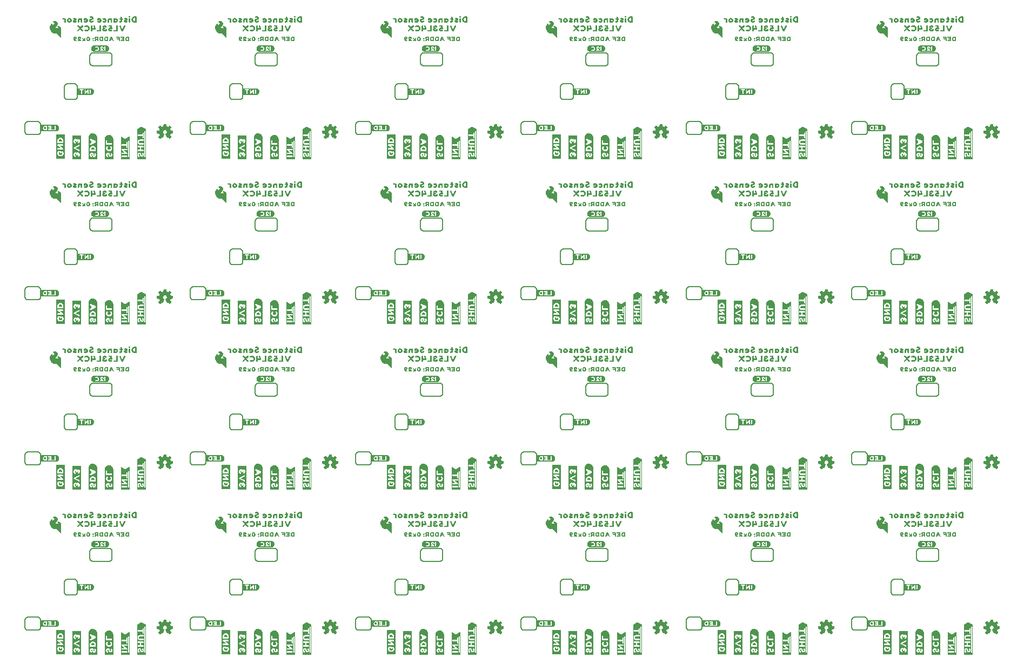
<source format=gbo>
G04 EAGLE Gerber RS-274X export*
G75*
%MOMM*%
%FSLAX34Y34*%
%LPD*%
%INSilkscreen Bottom*%
%IPPOS*%
%AMOC8*
5,1,8,0,0,1.08239X$1,22.5*%
G01*
%ADD10C,0.203200*%

G36*
X456218Y797970D02*
X456218Y797970D01*
X456226Y797972D01*
X456426Y798472D01*
X456422Y798485D01*
X456429Y798490D01*
X456429Y844690D01*
X456426Y844694D01*
X456429Y844697D01*
X456329Y845397D01*
X456304Y845421D01*
X456302Y845434D01*
X449702Y848734D01*
X449676Y848729D01*
X449664Y848737D01*
X449064Y848537D01*
X449062Y848533D01*
X449058Y848534D01*
X442958Y845534D01*
X442946Y845510D01*
X442933Y845506D01*
X442733Y844906D01*
X442737Y844895D01*
X442731Y844890D01*
X442731Y798190D01*
X442760Y798152D01*
X442762Y798144D01*
X443262Y797944D01*
X443275Y797948D01*
X443280Y797941D01*
X456180Y797941D01*
X456218Y797970D01*
G37*
G36*
X1233458Y538890D02*
X1233458Y538890D01*
X1233466Y538892D01*
X1233666Y539392D01*
X1233662Y539405D01*
X1233669Y539410D01*
X1233669Y585610D01*
X1233666Y585614D01*
X1233669Y585617D01*
X1233569Y586317D01*
X1233544Y586341D01*
X1233542Y586354D01*
X1226942Y589654D01*
X1226916Y589649D01*
X1226904Y589657D01*
X1226304Y589457D01*
X1226302Y589453D01*
X1226298Y589454D01*
X1220198Y586454D01*
X1220186Y586430D01*
X1220173Y586426D01*
X1219973Y585826D01*
X1219977Y585815D01*
X1219971Y585810D01*
X1219971Y539110D01*
X1220000Y539072D01*
X1220002Y539064D01*
X1220502Y538864D01*
X1220515Y538868D01*
X1220520Y538861D01*
X1233420Y538861D01*
X1233458Y538890D01*
G37*
G36*
X197138Y538890D02*
X197138Y538890D01*
X197146Y538892D01*
X197346Y539392D01*
X197342Y539405D01*
X197349Y539410D01*
X197349Y585610D01*
X197346Y585614D01*
X197349Y585617D01*
X197249Y586317D01*
X197224Y586341D01*
X197222Y586354D01*
X190622Y589654D01*
X190596Y589649D01*
X190584Y589657D01*
X189984Y589457D01*
X189982Y589453D01*
X189978Y589454D01*
X183878Y586454D01*
X183866Y586430D01*
X183853Y586426D01*
X183653Y585826D01*
X183657Y585815D01*
X183651Y585810D01*
X183651Y539110D01*
X183680Y539072D01*
X183682Y539064D01*
X184182Y538864D01*
X184195Y538868D01*
X184200Y538861D01*
X197100Y538861D01*
X197138Y538890D01*
G37*
G36*
X1492538Y538890D02*
X1492538Y538890D01*
X1492546Y538892D01*
X1492746Y539392D01*
X1492742Y539405D01*
X1492749Y539410D01*
X1492749Y585610D01*
X1492746Y585614D01*
X1492749Y585617D01*
X1492649Y586317D01*
X1492624Y586341D01*
X1492622Y586354D01*
X1486022Y589654D01*
X1485996Y589649D01*
X1485984Y589657D01*
X1485384Y589457D01*
X1485382Y589453D01*
X1485378Y589454D01*
X1479278Y586454D01*
X1479266Y586430D01*
X1479253Y586426D01*
X1479053Y585826D01*
X1479057Y585815D01*
X1479051Y585810D01*
X1479051Y539110D01*
X1479080Y539072D01*
X1479082Y539064D01*
X1479582Y538864D01*
X1479595Y538868D01*
X1479600Y538861D01*
X1492500Y538861D01*
X1492538Y538890D01*
G37*
G36*
X456218Y538890D02*
X456218Y538890D01*
X456226Y538892D01*
X456426Y539392D01*
X456422Y539405D01*
X456429Y539410D01*
X456429Y585610D01*
X456426Y585614D01*
X456429Y585617D01*
X456329Y586317D01*
X456304Y586341D01*
X456302Y586354D01*
X449702Y589654D01*
X449676Y589649D01*
X449664Y589657D01*
X449064Y589457D01*
X449062Y589453D01*
X449058Y589454D01*
X442958Y586454D01*
X442946Y586430D01*
X442933Y586426D01*
X442733Y585826D01*
X442737Y585815D01*
X442731Y585810D01*
X442731Y539110D01*
X442760Y539072D01*
X442762Y539064D01*
X443262Y538864D01*
X443275Y538868D01*
X443280Y538861D01*
X456180Y538861D01*
X456218Y538890D01*
G37*
G36*
X197138Y797970D02*
X197138Y797970D01*
X197146Y797972D01*
X197346Y798472D01*
X197342Y798485D01*
X197349Y798490D01*
X197349Y844690D01*
X197346Y844694D01*
X197349Y844697D01*
X197249Y845397D01*
X197224Y845421D01*
X197222Y845434D01*
X190622Y848734D01*
X190596Y848729D01*
X190584Y848737D01*
X189984Y848537D01*
X189982Y848533D01*
X189978Y848534D01*
X183878Y845534D01*
X183866Y845510D01*
X183853Y845506D01*
X183653Y844906D01*
X183657Y844895D01*
X183651Y844890D01*
X183651Y798190D01*
X183680Y798152D01*
X183682Y798144D01*
X184182Y797944D01*
X184195Y797948D01*
X184200Y797941D01*
X197100Y797941D01*
X197138Y797970D01*
G37*
G36*
X1492538Y797970D02*
X1492538Y797970D01*
X1492546Y797972D01*
X1492746Y798472D01*
X1492742Y798485D01*
X1492749Y798490D01*
X1492749Y844690D01*
X1492746Y844694D01*
X1492749Y844697D01*
X1492649Y845397D01*
X1492624Y845421D01*
X1492622Y845434D01*
X1486022Y848734D01*
X1485996Y848729D01*
X1485984Y848737D01*
X1485384Y848537D01*
X1485382Y848533D01*
X1485378Y848534D01*
X1479278Y845534D01*
X1479266Y845510D01*
X1479253Y845506D01*
X1479053Y844906D01*
X1479057Y844895D01*
X1479051Y844890D01*
X1479051Y798190D01*
X1479080Y798152D01*
X1479082Y798144D01*
X1479582Y797944D01*
X1479595Y797948D01*
X1479600Y797941D01*
X1492500Y797941D01*
X1492538Y797970D01*
G37*
G36*
X715298Y797970D02*
X715298Y797970D01*
X715306Y797972D01*
X715506Y798472D01*
X715502Y798485D01*
X715509Y798490D01*
X715509Y844690D01*
X715506Y844694D01*
X715509Y844697D01*
X715409Y845397D01*
X715384Y845421D01*
X715382Y845434D01*
X708782Y848734D01*
X708756Y848729D01*
X708744Y848737D01*
X708144Y848537D01*
X708142Y848533D01*
X708138Y848534D01*
X702038Y845534D01*
X702026Y845510D01*
X702013Y845506D01*
X701813Y844906D01*
X701817Y844895D01*
X701811Y844890D01*
X701811Y798190D01*
X701840Y798152D01*
X701842Y798144D01*
X702342Y797944D01*
X702355Y797948D01*
X702360Y797941D01*
X715260Y797941D01*
X715298Y797970D01*
G37*
G36*
X974378Y797970D02*
X974378Y797970D01*
X974386Y797972D01*
X974586Y798472D01*
X974582Y798485D01*
X974589Y798490D01*
X974589Y844690D01*
X974586Y844694D01*
X974589Y844697D01*
X974489Y845397D01*
X974464Y845421D01*
X974462Y845434D01*
X967862Y848734D01*
X967836Y848729D01*
X967824Y848737D01*
X967224Y848537D01*
X967222Y848533D01*
X967218Y848534D01*
X961118Y845534D01*
X961106Y845510D01*
X961093Y845506D01*
X960893Y844906D01*
X960897Y844895D01*
X960891Y844890D01*
X960891Y798190D01*
X960920Y798152D01*
X960922Y798144D01*
X961422Y797944D01*
X961435Y797948D01*
X961440Y797941D01*
X974340Y797941D01*
X974378Y797970D01*
G37*
G36*
X456218Y279810D02*
X456218Y279810D01*
X456226Y279812D01*
X456426Y280312D01*
X456422Y280325D01*
X456429Y280330D01*
X456429Y326530D01*
X456426Y326534D01*
X456429Y326537D01*
X456329Y327237D01*
X456304Y327261D01*
X456302Y327274D01*
X449702Y330574D01*
X449676Y330569D01*
X449664Y330577D01*
X449064Y330377D01*
X449062Y330373D01*
X449058Y330374D01*
X442958Y327374D01*
X442946Y327350D01*
X442933Y327346D01*
X442733Y326746D01*
X442737Y326735D01*
X442731Y326730D01*
X442731Y280030D01*
X442760Y279992D01*
X442762Y279984D01*
X443262Y279784D01*
X443275Y279788D01*
X443280Y279781D01*
X456180Y279781D01*
X456218Y279810D01*
G37*
G36*
X715298Y279810D02*
X715298Y279810D01*
X715306Y279812D01*
X715506Y280312D01*
X715502Y280325D01*
X715509Y280330D01*
X715509Y326530D01*
X715506Y326534D01*
X715509Y326537D01*
X715409Y327237D01*
X715384Y327261D01*
X715382Y327274D01*
X708782Y330574D01*
X708756Y330569D01*
X708744Y330577D01*
X708144Y330377D01*
X708142Y330373D01*
X708138Y330374D01*
X702038Y327374D01*
X702026Y327350D01*
X702013Y327346D01*
X701813Y326746D01*
X701817Y326735D01*
X701811Y326730D01*
X701811Y280030D01*
X701840Y279992D01*
X701842Y279984D01*
X702342Y279784D01*
X702355Y279788D01*
X702360Y279781D01*
X715260Y279781D01*
X715298Y279810D01*
G37*
G36*
X197138Y279810D02*
X197138Y279810D01*
X197146Y279812D01*
X197346Y280312D01*
X197342Y280325D01*
X197349Y280330D01*
X197349Y326530D01*
X197346Y326534D01*
X197349Y326537D01*
X197249Y327237D01*
X197224Y327261D01*
X197222Y327274D01*
X190622Y330574D01*
X190596Y330569D01*
X190584Y330577D01*
X189984Y330377D01*
X189982Y330373D01*
X189978Y330374D01*
X183878Y327374D01*
X183866Y327350D01*
X183853Y327346D01*
X183653Y326746D01*
X183657Y326735D01*
X183651Y326730D01*
X183651Y280030D01*
X183680Y279992D01*
X183682Y279984D01*
X184182Y279784D01*
X184195Y279788D01*
X184200Y279781D01*
X197100Y279781D01*
X197138Y279810D01*
G37*
G36*
X1233458Y279810D02*
X1233458Y279810D01*
X1233466Y279812D01*
X1233666Y280312D01*
X1233662Y280325D01*
X1233669Y280330D01*
X1233669Y326530D01*
X1233666Y326534D01*
X1233669Y326537D01*
X1233569Y327237D01*
X1233544Y327261D01*
X1233542Y327274D01*
X1226942Y330574D01*
X1226916Y330569D01*
X1226904Y330577D01*
X1226304Y330377D01*
X1226302Y330373D01*
X1226298Y330374D01*
X1220198Y327374D01*
X1220186Y327350D01*
X1220173Y327346D01*
X1219973Y326746D01*
X1219977Y326735D01*
X1219971Y326730D01*
X1219971Y280030D01*
X1220000Y279992D01*
X1220002Y279984D01*
X1220502Y279784D01*
X1220515Y279788D01*
X1220520Y279781D01*
X1233420Y279781D01*
X1233458Y279810D01*
G37*
G36*
X1492538Y279810D02*
X1492538Y279810D01*
X1492546Y279812D01*
X1492746Y280312D01*
X1492742Y280325D01*
X1492749Y280330D01*
X1492749Y326530D01*
X1492746Y326534D01*
X1492749Y326537D01*
X1492649Y327237D01*
X1492624Y327261D01*
X1492622Y327274D01*
X1486022Y330574D01*
X1485996Y330569D01*
X1485984Y330577D01*
X1485384Y330377D01*
X1485382Y330373D01*
X1485378Y330374D01*
X1479278Y327374D01*
X1479266Y327350D01*
X1479253Y327346D01*
X1479053Y326746D01*
X1479057Y326735D01*
X1479051Y326730D01*
X1479051Y280030D01*
X1479080Y279992D01*
X1479082Y279984D01*
X1479582Y279784D01*
X1479595Y279788D01*
X1479600Y279781D01*
X1492500Y279781D01*
X1492538Y279810D01*
G37*
G36*
X974378Y279810D02*
X974378Y279810D01*
X974386Y279812D01*
X974586Y280312D01*
X974582Y280325D01*
X974589Y280330D01*
X974589Y326530D01*
X974586Y326534D01*
X974589Y326537D01*
X974489Y327237D01*
X974464Y327261D01*
X974462Y327274D01*
X967862Y330574D01*
X967836Y330569D01*
X967824Y330577D01*
X967224Y330377D01*
X967222Y330373D01*
X967218Y330374D01*
X961118Y327374D01*
X961106Y327350D01*
X961093Y327346D01*
X960893Y326746D01*
X960897Y326735D01*
X960891Y326730D01*
X960891Y280030D01*
X960920Y279992D01*
X960922Y279984D01*
X961422Y279784D01*
X961435Y279788D01*
X961440Y279781D01*
X974340Y279781D01*
X974378Y279810D01*
G37*
G36*
X1233458Y797970D02*
X1233458Y797970D01*
X1233466Y797972D01*
X1233666Y798472D01*
X1233662Y798485D01*
X1233669Y798490D01*
X1233669Y844690D01*
X1233666Y844694D01*
X1233669Y844697D01*
X1233569Y845397D01*
X1233544Y845421D01*
X1233542Y845434D01*
X1226942Y848734D01*
X1226916Y848729D01*
X1226904Y848737D01*
X1226304Y848537D01*
X1226302Y848533D01*
X1226298Y848534D01*
X1220198Y845534D01*
X1220186Y845510D01*
X1220173Y845506D01*
X1219973Y844906D01*
X1219977Y844895D01*
X1219971Y844890D01*
X1219971Y798190D01*
X1220000Y798152D01*
X1220002Y798144D01*
X1220502Y797944D01*
X1220515Y797948D01*
X1220520Y797941D01*
X1233420Y797941D01*
X1233458Y797970D01*
G37*
G36*
X1233458Y20730D02*
X1233458Y20730D01*
X1233466Y20732D01*
X1233666Y21232D01*
X1233662Y21245D01*
X1233669Y21250D01*
X1233669Y67450D01*
X1233666Y67454D01*
X1233669Y67457D01*
X1233569Y68157D01*
X1233544Y68181D01*
X1233542Y68194D01*
X1226942Y71494D01*
X1226916Y71489D01*
X1226904Y71497D01*
X1226304Y71297D01*
X1226302Y71293D01*
X1226298Y71294D01*
X1220198Y68294D01*
X1220186Y68270D01*
X1220173Y68266D01*
X1219973Y67666D01*
X1219977Y67655D01*
X1219971Y67650D01*
X1219971Y20950D01*
X1220000Y20912D01*
X1220002Y20904D01*
X1220502Y20704D01*
X1220515Y20708D01*
X1220520Y20701D01*
X1233420Y20701D01*
X1233458Y20730D01*
G37*
G36*
X197138Y20730D02*
X197138Y20730D01*
X197146Y20732D01*
X197346Y21232D01*
X197342Y21245D01*
X197349Y21250D01*
X197349Y67450D01*
X197346Y67454D01*
X197349Y67457D01*
X197249Y68157D01*
X197224Y68181D01*
X197222Y68194D01*
X190622Y71494D01*
X190596Y71489D01*
X190584Y71497D01*
X189984Y71297D01*
X189982Y71293D01*
X189978Y71294D01*
X183878Y68294D01*
X183866Y68270D01*
X183853Y68266D01*
X183653Y67666D01*
X183657Y67655D01*
X183651Y67650D01*
X183651Y20950D01*
X183680Y20912D01*
X183682Y20904D01*
X184182Y20704D01*
X184195Y20708D01*
X184200Y20701D01*
X197100Y20701D01*
X197138Y20730D01*
G37*
G36*
X974378Y20730D02*
X974378Y20730D01*
X974386Y20732D01*
X974586Y21232D01*
X974582Y21245D01*
X974589Y21250D01*
X974589Y67450D01*
X974586Y67454D01*
X974589Y67457D01*
X974489Y68157D01*
X974464Y68181D01*
X974462Y68194D01*
X967862Y71494D01*
X967836Y71489D01*
X967824Y71497D01*
X967224Y71297D01*
X967222Y71293D01*
X967218Y71294D01*
X961118Y68294D01*
X961106Y68270D01*
X961093Y68266D01*
X960893Y67666D01*
X960897Y67655D01*
X960891Y67650D01*
X960891Y20950D01*
X960920Y20912D01*
X960922Y20904D01*
X961422Y20704D01*
X961435Y20708D01*
X961440Y20701D01*
X974340Y20701D01*
X974378Y20730D01*
G37*
G36*
X715298Y20730D02*
X715298Y20730D01*
X715306Y20732D01*
X715506Y21232D01*
X715502Y21245D01*
X715509Y21250D01*
X715509Y67450D01*
X715506Y67454D01*
X715509Y67457D01*
X715409Y68157D01*
X715384Y68181D01*
X715382Y68194D01*
X708782Y71494D01*
X708756Y71489D01*
X708744Y71497D01*
X708144Y71297D01*
X708142Y71293D01*
X708138Y71294D01*
X702038Y68294D01*
X702026Y68270D01*
X702013Y68266D01*
X701813Y67666D01*
X701817Y67655D01*
X701811Y67650D01*
X701811Y20950D01*
X701840Y20912D01*
X701842Y20904D01*
X702342Y20704D01*
X702355Y20708D01*
X702360Y20701D01*
X715260Y20701D01*
X715298Y20730D01*
G37*
G36*
X456218Y20730D02*
X456218Y20730D01*
X456226Y20732D01*
X456426Y21232D01*
X456422Y21245D01*
X456429Y21250D01*
X456429Y67450D01*
X456426Y67454D01*
X456429Y67457D01*
X456329Y68157D01*
X456304Y68181D01*
X456302Y68194D01*
X449702Y71494D01*
X449676Y71489D01*
X449664Y71497D01*
X449064Y71297D01*
X449062Y71293D01*
X449058Y71294D01*
X442958Y68294D01*
X442946Y68270D01*
X442933Y68266D01*
X442733Y67666D01*
X442737Y67655D01*
X442731Y67650D01*
X442731Y20950D01*
X442760Y20912D01*
X442762Y20904D01*
X443262Y20704D01*
X443275Y20708D01*
X443280Y20701D01*
X456180Y20701D01*
X456218Y20730D01*
G37*
G36*
X1492538Y20730D02*
X1492538Y20730D01*
X1492546Y20732D01*
X1492746Y21232D01*
X1492742Y21245D01*
X1492749Y21250D01*
X1492749Y67450D01*
X1492746Y67454D01*
X1492749Y67457D01*
X1492649Y68157D01*
X1492624Y68181D01*
X1492622Y68194D01*
X1486022Y71494D01*
X1485996Y71489D01*
X1485984Y71497D01*
X1485384Y71297D01*
X1485382Y71293D01*
X1485378Y71294D01*
X1479278Y68294D01*
X1479266Y68270D01*
X1479253Y68266D01*
X1479053Y67666D01*
X1479057Y67655D01*
X1479051Y67650D01*
X1479051Y20950D01*
X1479080Y20912D01*
X1479082Y20904D01*
X1479582Y20704D01*
X1479595Y20708D01*
X1479600Y20701D01*
X1492500Y20701D01*
X1492538Y20730D01*
G37*
G36*
X715298Y538890D02*
X715298Y538890D01*
X715306Y538892D01*
X715506Y539392D01*
X715502Y539405D01*
X715509Y539410D01*
X715509Y585610D01*
X715506Y585614D01*
X715509Y585617D01*
X715409Y586317D01*
X715384Y586341D01*
X715382Y586354D01*
X708782Y589654D01*
X708756Y589649D01*
X708744Y589657D01*
X708144Y589457D01*
X708142Y589453D01*
X708138Y589454D01*
X702038Y586454D01*
X702026Y586430D01*
X702013Y586426D01*
X701813Y585826D01*
X701817Y585815D01*
X701811Y585810D01*
X701811Y539110D01*
X701840Y539072D01*
X701842Y539064D01*
X702342Y538864D01*
X702355Y538868D01*
X702360Y538861D01*
X715260Y538861D01*
X715298Y538890D01*
G37*
G36*
X974378Y538890D02*
X974378Y538890D01*
X974386Y538892D01*
X974586Y539392D01*
X974582Y539405D01*
X974589Y539410D01*
X974589Y585610D01*
X974586Y585614D01*
X974589Y585617D01*
X974489Y586317D01*
X974464Y586341D01*
X974462Y586354D01*
X967862Y589654D01*
X967836Y589649D01*
X967824Y589657D01*
X967224Y589457D01*
X967222Y589453D01*
X967218Y589454D01*
X961118Y586454D01*
X961106Y586430D01*
X961093Y586426D01*
X960893Y585826D01*
X960897Y585815D01*
X960891Y585810D01*
X960891Y539110D01*
X960920Y539072D01*
X960922Y539064D01*
X961422Y538864D01*
X961435Y538868D01*
X961440Y538861D01*
X974340Y538861D01*
X974378Y538890D01*
G37*
G36*
X120718Y20534D02*
X120718Y20534D01*
X120730Y20531D01*
X121130Y20831D01*
X121134Y20847D01*
X121141Y20852D01*
X121137Y20858D01*
X121139Y20862D01*
X121149Y20870D01*
X121149Y55070D01*
X121146Y55074D01*
X121149Y55077D01*
X120949Y56477D01*
X120944Y56482D01*
X120947Y56486D01*
X120747Y57086D01*
X120742Y57089D01*
X120744Y57092D01*
X120144Y58292D01*
X120140Y58294D01*
X120141Y58297D01*
X119741Y58897D01*
X119738Y58898D01*
X119738Y58901D01*
X119338Y59401D01*
X119334Y59402D01*
X119335Y59405D01*
X118835Y59905D01*
X118831Y59905D01*
X118831Y59908D01*
X118331Y60308D01*
X118327Y60309D01*
X118327Y60311D01*
X117727Y60711D01*
X117723Y60711D01*
X117722Y60714D01*
X117122Y61014D01*
X117117Y61013D01*
X117116Y61017D01*
X116516Y61217D01*
X116514Y61216D01*
X116514Y61217D01*
X115814Y61417D01*
X115810Y61416D01*
X115808Y61419D01*
X115208Y61519D01*
X115207Y61518D01*
X115207Y61519D01*
X114507Y61619D01*
X114502Y61616D01*
X114500Y61619D01*
X113800Y61619D01*
X113796Y61616D01*
X113793Y61619D01*
X113093Y61519D01*
X113088Y61514D01*
X113084Y61517D01*
X112485Y61317D01*
X111786Y61117D01*
X111782Y61112D01*
X111778Y61114D01*
X110578Y60514D01*
X110575Y60507D01*
X110569Y60508D01*
X109569Y59708D01*
X109568Y59704D01*
X109565Y59705D01*
X109065Y59205D01*
X109064Y59198D01*
X109059Y59197D01*
X108659Y58597D01*
X108659Y58596D01*
X108658Y58595D01*
X108358Y58095D01*
X108358Y58090D01*
X108355Y58089D01*
X108055Y57391D01*
X107756Y56792D01*
X107757Y56786D01*
X107752Y56782D01*
X107754Y56780D01*
X107751Y56778D01*
X107651Y56178D01*
X107652Y56177D01*
X107651Y56177D01*
X107451Y54777D01*
X107454Y54772D01*
X107451Y54770D01*
X107451Y20970D01*
X107464Y20952D01*
X107461Y20940D01*
X107761Y20540D01*
X107792Y20532D01*
X107800Y20521D01*
X120700Y20521D01*
X120718Y20534D01*
G37*
G36*
X638878Y20534D02*
X638878Y20534D01*
X638890Y20531D01*
X639290Y20831D01*
X639294Y20847D01*
X639301Y20852D01*
X639297Y20858D01*
X639299Y20862D01*
X639309Y20870D01*
X639309Y55070D01*
X639306Y55074D01*
X639309Y55077D01*
X639109Y56477D01*
X639104Y56482D01*
X639107Y56486D01*
X638907Y57086D01*
X638902Y57089D01*
X638904Y57092D01*
X638304Y58292D01*
X638300Y58294D01*
X638301Y58297D01*
X637901Y58897D01*
X637898Y58898D01*
X637898Y58901D01*
X637498Y59401D01*
X637494Y59402D01*
X637495Y59405D01*
X636995Y59905D01*
X636991Y59905D01*
X636991Y59908D01*
X636491Y60308D01*
X636487Y60309D01*
X636487Y60311D01*
X635887Y60711D01*
X635883Y60711D01*
X635882Y60714D01*
X635282Y61014D01*
X635277Y61013D01*
X635276Y61017D01*
X634676Y61217D01*
X634674Y61216D01*
X634674Y61217D01*
X633974Y61417D01*
X633970Y61416D01*
X633968Y61419D01*
X633368Y61519D01*
X633367Y61518D01*
X633367Y61519D01*
X632667Y61619D01*
X632662Y61616D01*
X632660Y61619D01*
X631960Y61619D01*
X631956Y61616D01*
X631953Y61619D01*
X631253Y61519D01*
X631248Y61514D01*
X631244Y61517D01*
X630645Y61317D01*
X629946Y61117D01*
X629942Y61112D01*
X629938Y61114D01*
X628738Y60514D01*
X628735Y60507D01*
X628729Y60508D01*
X627729Y59708D01*
X627728Y59704D01*
X627725Y59705D01*
X627225Y59205D01*
X627224Y59198D01*
X627219Y59197D01*
X626819Y58597D01*
X626819Y58596D01*
X626818Y58595D01*
X626518Y58095D01*
X626518Y58090D01*
X626515Y58089D01*
X626215Y57391D01*
X625916Y56792D01*
X625917Y56786D01*
X625912Y56782D01*
X625914Y56780D01*
X625911Y56778D01*
X625811Y56178D01*
X625812Y56177D01*
X625811Y56177D01*
X625611Y54777D01*
X625614Y54772D01*
X625611Y54770D01*
X625611Y20970D01*
X625624Y20952D01*
X625621Y20940D01*
X625921Y20540D01*
X625952Y20532D01*
X625960Y20521D01*
X638860Y20521D01*
X638878Y20534D01*
G37*
G36*
X379798Y538694D02*
X379798Y538694D01*
X379810Y538691D01*
X380210Y538991D01*
X380214Y539007D01*
X380221Y539012D01*
X380217Y539018D01*
X380219Y539022D01*
X380229Y539030D01*
X380229Y573230D01*
X380226Y573234D01*
X380229Y573237D01*
X380029Y574637D01*
X380024Y574642D01*
X380027Y574646D01*
X379827Y575246D01*
X379822Y575249D01*
X379824Y575252D01*
X379224Y576452D01*
X379220Y576454D01*
X379221Y576457D01*
X378821Y577057D01*
X378818Y577058D01*
X378818Y577061D01*
X378418Y577561D01*
X378414Y577562D01*
X378415Y577565D01*
X377915Y578065D01*
X377911Y578065D01*
X377911Y578068D01*
X377411Y578468D01*
X377407Y578469D01*
X377407Y578471D01*
X376807Y578871D01*
X376803Y578871D01*
X376802Y578874D01*
X376202Y579174D01*
X376197Y579173D01*
X376196Y579177D01*
X375596Y579377D01*
X375594Y579376D01*
X375594Y579377D01*
X374894Y579577D01*
X374890Y579576D01*
X374888Y579579D01*
X374288Y579679D01*
X374287Y579678D01*
X374287Y579679D01*
X373587Y579779D01*
X373582Y579776D01*
X373580Y579779D01*
X372880Y579779D01*
X372876Y579776D01*
X372873Y579779D01*
X372173Y579679D01*
X372168Y579674D01*
X372164Y579677D01*
X371565Y579477D01*
X370866Y579277D01*
X370862Y579272D01*
X370858Y579274D01*
X369658Y578674D01*
X369655Y578667D01*
X369649Y578668D01*
X368649Y577868D01*
X368648Y577864D01*
X368645Y577865D01*
X368145Y577365D01*
X368144Y577358D01*
X368139Y577357D01*
X367739Y576757D01*
X367739Y576756D01*
X367738Y576755D01*
X367438Y576255D01*
X367438Y576250D01*
X367435Y576249D01*
X367135Y575551D01*
X366836Y574952D01*
X366837Y574946D01*
X366832Y574942D01*
X366834Y574940D01*
X366831Y574938D01*
X366731Y574338D01*
X366732Y574337D01*
X366731Y574337D01*
X366531Y572937D01*
X366534Y572932D01*
X366531Y572930D01*
X366531Y539130D01*
X366544Y539112D01*
X366541Y539100D01*
X366841Y538700D01*
X366872Y538692D01*
X366880Y538681D01*
X379780Y538681D01*
X379798Y538694D01*
G37*
G36*
X638878Y538694D02*
X638878Y538694D01*
X638890Y538691D01*
X639290Y538991D01*
X639294Y539007D01*
X639301Y539012D01*
X639297Y539018D01*
X639299Y539022D01*
X639309Y539030D01*
X639309Y573230D01*
X639306Y573234D01*
X639309Y573237D01*
X639109Y574637D01*
X639104Y574642D01*
X639107Y574646D01*
X638907Y575246D01*
X638902Y575249D01*
X638904Y575252D01*
X638304Y576452D01*
X638300Y576454D01*
X638301Y576457D01*
X637901Y577057D01*
X637898Y577058D01*
X637898Y577061D01*
X637498Y577561D01*
X637494Y577562D01*
X637495Y577565D01*
X636995Y578065D01*
X636991Y578065D01*
X636991Y578068D01*
X636491Y578468D01*
X636487Y578469D01*
X636487Y578471D01*
X635887Y578871D01*
X635883Y578871D01*
X635882Y578874D01*
X635282Y579174D01*
X635277Y579173D01*
X635276Y579177D01*
X634676Y579377D01*
X634674Y579376D01*
X634674Y579377D01*
X633974Y579577D01*
X633970Y579576D01*
X633968Y579579D01*
X633368Y579679D01*
X633367Y579678D01*
X633367Y579679D01*
X632667Y579779D01*
X632662Y579776D01*
X632660Y579779D01*
X631960Y579779D01*
X631956Y579776D01*
X631953Y579779D01*
X631253Y579679D01*
X631248Y579674D01*
X631244Y579677D01*
X630645Y579477D01*
X629946Y579277D01*
X629942Y579272D01*
X629938Y579274D01*
X628738Y578674D01*
X628735Y578667D01*
X628729Y578668D01*
X627729Y577868D01*
X627728Y577864D01*
X627725Y577865D01*
X627225Y577365D01*
X627224Y577358D01*
X627219Y577357D01*
X626819Y576757D01*
X626819Y576756D01*
X626818Y576755D01*
X626518Y576255D01*
X626518Y576250D01*
X626515Y576249D01*
X626215Y575551D01*
X625916Y574952D01*
X625917Y574946D01*
X625912Y574942D01*
X625914Y574940D01*
X625911Y574938D01*
X625811Y574338D01*
X625812Y574337D01*
X625811Y574337D01*
X625611Y572937D01*
X625614Y572932D01*
X625611Y572930D01*
X625611Y539130D01*
X625624Y539112D01*
X625621Y539100D01*
X625921Y538700D01*
X625952Y538692D01*
X625960Y538681D01*
X638860Y538681D01*
X638878Y538694D01*
G37*
G36*
X1157038Y538694D02*
X1157038Y538694D01*
X1157050Y538691D01*
X1157450Y538991D01*
X1157454Y539007D01*
X1157461Y539012D01*
X1157457Y539018D01*
X1157459Y539022D01*
X1157469Y539030D01*
X1157469Y573230D01*
X1157466Y573234D01*
X1157469Y573237D01*
X1157269Y574637D01*
X1157264Y574642D01*
X1157267Y574646D01*
X1157067Y575246D01*
X1157062Y575249D01*
X1157064Y575252D01*
X1156464Y576452D01*
X1156460Y576454D01*
X1156461Y576457D01*
X1156061Y577057D01*
X1156058Y577058D01*
X1156058Y577061D01*
X1155658Y577561D01*
X1155654Y577562D01*
X1155655Y577565D01*
X1155155Y578065D01*
X1155151Y578065D01*
X1155151Y578068D01*
X1154651Y578468D01*
X1154647Y578469D01*
X1154647Y578471D01*
X1154047Y578871D01*
X1154043Y578871D01*
X1154042Y578874D01*
X1153442Y579174D01*
X1153437Y579173D01*
X1153436Y579177D01*
X1152836Y579377D01*
X1152834Y579376D01*
X1152834Y579377D01*
X1152134Y579577D01*
X1152130Y579576D01*
X1152128Y579579D01*
X1151528Y579679D01*
X1151527Y579678D01*
X1151527Y579679D01*
X1150827Y579779D01*
X1150822Y579776D01*
X1150820Y579779D01*
X1150120Y579779D01*
X1150116Y579776D01*
X1150113Y579779D01*
X1149413Y579679D01*
X1149408Y579674D01*
X1149404Y579677D01*
X1148805Y579477D01*
X1148106Y579277D01*
X1148102Y579272D01*
X1148098Y579274D01*
X1146898Y578674D01*
X1146895Y578667D01*
X1146889Y578668D01*
X1145889Y577868D01*
X1145888Y577864D01*
X1145885Y577865D01*
X1145385Y577365D01*
X1145384Y577358D01*
X1145379Y577357D01*
X1144979Y576757D01*
X1144979Y576756D01*
X1144978Y576755D01*
X1144678Y576255D01*
X1144678Y576250D01*
X1144675Y576249D01*
X1144375Y575551D01*
X1144076Y574952D01*
X1144077Y574946D01*
X1144072Y574942D01*
X1144074Y574940D01*
X1144071Y574938D01*
X1143971Y574338D01*
X1143972Y574337D01*
X1143971Y574337D01*
X1143771Y572937D01*
X1143774Y572932D01*
X1143771Y572930D01*
X1143771Y539130D01*
X1143784Y539112D01*
X1143781Y539100D01*
X1144081Y538700D01*
X1144112Y538692D01*
X1144120Y538681D01*
X1157020Y538681D01*
X1157038Y538694D01*
G37*
G36*
X120718Y538694D02*
X120718Y538694D01*
X120730Y538691D01*
X121130Y538991D01*
X121134Y539007D01*
X121141Y539012D01*
X121137Y539018D01*
X121139Y539022D01*
X121149Y539030D01*
X121149Y573230D01*
X121146Y573234D01*
X121149Y573237D01*
X120949Y574637D01*
X120944Y574642D01*
X120947Y574646D01*
X120747Y575246D01*
X120742Y575249D01*
X120744Y575252D01*
X120144Y576452D01*
X120140Y576454D01*
X120141Y576457D01*
X119741Y577057D01*
X119738Y577058D01*
X119738Y577061D01*
X119338Y577561D01*
X119334Y577562D01*
X119335Y577565D01*
X118835Y578065D01*
X118831Y578065D01*
X118831Y578068D01*
X118331Y578468D01*
X118327Y578469D01*
X118327Y578471D01*
X117727Y578871D01*
X117723Y578871D01*
X117722Y578874D01*
X117122Y579174D01*
X117117Y579173D01*
X117116Y579177D01*
X116516Y579377D01*
X116514Y579376D01*
X116514Y579377D01*
X115814Y579577D01*
X115810Y579576D01*
X115808Y579579D01*
X115208Y579679D01*
X115207Y579678D01*
X115207Y579679D01*
X114507Y579779D01*
X114502Y579776D01*
X114500Y579779D01*
X113800Y579779D01*
X113796Y579776D01*
X113793Y579779D01*
X113093Y579679D01*
X113088Y579674D01*
X113084Y579677D01*
X112485Y579477D01*
X111786Y579277D01*
X111782Y579272D01*
X111778Y579274D01*
X110578Y578674D01*
X110575Y578667D01*
X110569Y578668D01*
X109569Y577868D01*
X109568Y577864D01*
X109565Y577865D01*
X109065Y577365D01*
X109064Y577358D01*
X109059Y577357D01*
X108659Y576757D01*
X108659Y576756D01*
X108658Y576755D01*
X108358Y576255D01*
X108358Y576250D01*
X108355Y576249D01*
X108055Y575551D01*
X107756Y574952D01*
X107757Y574946D01*
X107752Y574942D01*
X107754Y574940D01*
X107751Y574938D01*
X107651Y574338D01*
X107652Y574337D01*
X107651Y574337D01*
X107451Y572937D01*
X107454Y572932D01*
X107451Y572930D01*
X107451Y539130D01*
X107464Y539112D01*
X107461Y539100D01*
X107761Y538700D01*
X107792Y538692D01*
X107800Y538681D01*
X120700Y538681D01*
X120718Y538694D01*
G37*
G36*
X1157038Y20534D02*
X1157038Y20534D01*
X1157050Y20531D01*
X1157450Y20831D01*
X1157454Y20847D01*
X1157461Y20852D01*
X1157457Y20858D01*
X1157459Y20862D01*
X1157469Y20870D01*
X1157469Y55070D01*
X1157466Y55074D01*
X1157469Y55077D01*
X1157269Y56477D01*
X1157264Y56482D01*
X1157267Y56486D01*
X1157067Y57086D01*
X1157062Y57089D01*
X1157064Y57092D01*
X1156464Y58292D01*
X1156460Y58294D01*
X1156461Y58297D01*
X1156061Y58897D01*
X1156058Y58898D01*
X1156058Y58901D01*
X1155658Y59401D01*
X1155654Y59402D01*
X1155655Y59405D01*
X1155155Y59905D01*
X1155151Y59905D01*
X1155151Y59908D01*
X1154651Y60308D01*
X1154647Y60309D01*
X1154647Y60311D01*
X1154047Y60711D01*
X1154043Y60711D01*
X1154042Y60714D01*
X1153442Y61014D01*
X1153437Y61013D01*
X1153436Y61017D01*
X1152836Y61217D01*
X1152834Y61216D01*
X1152834Y61217D01*
X1152134Y61417D01*
X1152130Y61416D01*
X1152128Y61419D01*
X1151528Y61519D01*
X1151527Y61518D01*
X1151527Y61519D01*
X1150827Y61619D01*
X1150822Y61616D01*
X1150820Y61619D01*
X1150120Y61619D01*
X1150116Y61616D01*
X1150113Y61619D01*
X1149413Y61519D01*
X1149408Y61514D01*
X1149404Y61517D01*
X1148805Y61317D01*
X1148106Y61117D01*
X1148102Y61112D01*
X1148098Y61114D01*
X1146898Y60514D01*
X1146895Y60507D01*
X1146889Y60508D01*
X1145889Y59708D01*
X1145888Y59704D01*
X1145885Y59705D01*
X1145385Y59205D01*
X1145384Y59198D01*
X1145379Y59197D01*
X1144979Y58597D01*
X1144979Y58596D01*
X1144978Y58595D01*
X1144678Y58095D01*
X1144678Y58090D01*
X1144675Y58089D01*
X1144375Y57391D01*
X1144076Y56792D01*
X1144077Y56786D01*
X1144072Y56782D01*
X1144074Y56780D01*
X1144071Y56778D01*
X1143971Y56178D01*
X1143972Y56177D01*
X1143971Y56177D01*
X1143771Y54777D01*
X1143774Y54772D01*
X1143771Y54770D01*
X1143771Y20970D01*
X1143784Y20952D01*
X1143781Y20940D01*
X1144081Y20540D01*
X1144112Y20532D01*
X1144120Y20521D01*
X1157020Y20521D01*
X1157038Y20534D01*
G37*
G36*
X1416118Y20534D02*
X1416118Y20534D01*
X1416130Y20531D01*
X1416530Y20831D01*
X1416534Y20847D01*
X1416541Y20852D01*
X1416537Y20858D01*
X1416539Y20862D01*
X1416549Y20870D01*
X1416549Y55070D01*
X1416546Y55074D01*
X1416549Y55077D01*
X1416349Y56477D01*
X1416344Y56482D01*
X1416347Y56486D01*
X1416147Y57086D01*
X1416142Y57089D01*
X1416144Y57092D01*
X1415544Y58292D01*
X1415540Y58294D01*
X1415541Y58297D01*
X1415141Y58897D01*
X1415138Y58898D01*
X1415138Y58901D01*
X1414738Y59401D01*
X1414734Y59402D01*
X1414735Y59405D01*
X1414235Y59905D01*
X1414231Y59905D01*
X1414231Y59908D01*
X1413731Y60308D01*
X1413727Y60309D01*
X1413727Y60311D01*
X1413127Y60711D01*
X1413123Y60711D01*
X1413122Y60714D01*
X1412522Y61014D01*
X1412517Y61013D01*
X1412516Y61017D01*
X1411916Y61217D01*
X1411914Y61216D01*
X1411914Y61217D01*
X1411214Y61417D01*
X1411210Y61416D01*
X1411208Y61419D01*
X1410608Y61519D01*
X1410607Y61518D01*
X1410607Y61519D01*
X1409907Y61619D01*
X1409902Y61616D01*
X1409900Y61619D01*
X1409200Y61619D01*
X1409196Y61616D01*
X1409193Y61619D01*
X1408493Y61519D01*
X1408488Y61514D01*
X1408484Y61517D01*
X1407885Y61317D01*
X1407186Y61117D01*
X1407182Y61112D01*
X1407178Y61114D01*
X1405978Y60514D01*
X1405975Y60507D01*
X1405969Y60508D01*
X1404969Y59708D01*
X1404968Y59704D01*
X1404965Y59705D01*
X1404465Y59205D01*
X1404464Y59198D01*
X1404459Y59197D01*
X1404059Y58597D01*
X1404059Y58596D01*
X1404058Y58595D01*
X1403758Y58095D01*
X1403758Y58090D01*
X1403755Y58089D01*
X1403455Y57391D01*
X1403156Y56792D01*
X1403157Y56786D01*
X1403152Y56782D01*
X1403154Y56780D01*
X1403151Y56778D01*
X1403051Y56178D01*
X1403052Y56177D01*
X1403051Y56177D01*
X1402851Y54777D01*
X1402854Y54772D01*
X1402851Y54770D01*
X1402851Y20970D01*
X1402864Y20952D01*
X1402861Y20940D01*
X1403161Y20540D01*
X1403192Y20532D01*
X1403200Y20521D01*
X1416100Y20521D01*
X1416118Y20534D01*
G37*
G36*
X638878Y279614D02*
X638878Y279614D01*
X638890Y279611D01*
X639290Y279911D01*
X639294Y279927D01*
X639301Y279932D01*
X639297Y279938D01*
X639299Y279942D01*
X639309Y279950D01*
X639309Y314150D01*
X639306Y314154D01*
X639309Y314157D01*
X639109Y315557D01*
X639104Y315562D01*
X639107Y315566D01*
X638907Y316166D01*
X638902Y316169D01*
X638904Y316172D01*
X638304Y317372D01*
X638300Y317374D01*
X638301Y317377D01*
X637901Y317977D01*
X637898Y317978D01*
X637898Y317981D01*
X637498Y318481D01*
X637494Y318482D01*
X637495Y318485D01*
X636995Y318985D01*
X636991Y318985D01*
X636991Y318988D01*
X636491Y319388D01*
X636487Y319389D01*
X636487Y319391D01*
X635887Y319791D01*
X635883Y319791D01*
X635882Y319794D01*
X635282Y320094D01*
X635277Y320093D01*
X635276Y320097D01*
X634676Y320297D01*
X634674Y320296D01*
X634674Y320297D01*
X633974Y320497D01*
X633970Y320496D01*
X633968Y320499D01*
X633368Y320599D01*
X633367Y320598D01*
X633367Y320599D01*
X632667Y320699D01*
X632662Y320696D01*
X632660Y320699D01*
X631960Y320699D01*
X631956Y320696D01*
X631953Y320699D01*
X631253Y320599D01*
X631248Y320594D01*
X631244Y320597D01*
X630645Y320397D01*
X629946Y320197D01*
X629942Y320192D01*
X629938Y320194D01*
X628738Y319594D01*
X628735Y319587D01*
X628729Y319588D01*
X627729Y318788D01*
X627728Y318784D01*
X627725Y318785D01*
X627225Y318285D01*
X627224Y318278D01*
X627219Y318277D01*
X626819Y317677D01*
X626819Y317676D01*
X626818Y317675D01*
X626518Y317175D01*
X626518Y317170D01*
X626515Y317169D01*
X626215Y316471D01*
X625916Y315872D01*
X625917Y315866D01*
X625912Y315862D01*
X625914Y315860D01*
X625911Y315858D01*
X625811Y315258D01*
X625812Y315257D01*
X625811Y315257D01*
X625611Y313857D01*
X625614Y313852D01*
X625611Y313850D01*
X625611Y280050D01*
X625624Y280032D01*
X625621Y280020D01*
X625921Y279620D01*
X625952Y279612D01*
X625960Y279601D01*
X638860Y279601D01*
X638878Y279614D01*
G37*
G36*
X379798Y797774D02*
X379798Y797774D01*
X379810Y797771D01*
X380210Y798071D01*
X380214Y798087D01*
X380221Y798092D01*
X380217Y798098D01*
X380219Y798102D01*
X380229Y798110D01*
X380229Y832310D01*
X380226Y832314D01*
X380229Y832317D01*
X380029Y833717D01*
X380024Y833722D01*
X380027Y833726D01*
X379827Y834326D01*
X379822Y834329D01*
X379824Y834332D01*
X379224Y835532D01*
X379220Y835534D01*
X379221Y835537D01*
X378821Y836137D01*
X378818Y836138D01*
X378818Y836141D01*
X378418Y836641D01*
X378414Y836642D01*
X378415Y836645D01*
X377915Y837145D01*
X377911Y837145D01*
X377911Y837148D01*
X377411Y837548D01*
X377407Y837549D01*
X377407Y837551D01*
X376807Y837951D01*
X376803Y837951D01*
X376802Y837954D01*
X376202Y838254D01*
X376197Y838253D01*
X376196Y838257D01*
X375596Y838457D01*
X375594Y838456D01*
X375594Y838457D01*
X374894Y838657D01*
X374890Y838656D01*
X374888Y838659D01*
X374288Y838759D01*
X374287Y838758D01*
X374287Y838759D01*
X373587Y838859D01*
X373582Y838856D01*
X373580Y838859D01*
X372880Y838859D01*
X372876Y838856D01*
X372873Y838859D01*
X372173Y838759D01*
X372168Y838754D01*
X372164Y838757D01*
X371565Y838557D01*
X370866Y838357D01*
X370862Y838352D01*
X370858Y838354D01*
X369658Y837754D01*
X369655Y837747D01*
X369649Y837748D01*
X368649Y836948D01*
X368648Y836944D01*
X368645Y836945D01*
X368145Y836445D01*
X368144Y836438D01*
X368139Y836437D01*
X367739Y835837D01*
X367739Y835836D01*
X367738Y835835D01*
X367438Y835335D01*
X367438Y835330D01*
X367435Y835329D01*
X367135Y834631D01*
X366836Y834032D01*
X366837Y834026D01*
X366832Y834022D01*
X366834Y834020D01*
X366831Y834018D01*
X366731Y833418D01*
X366732Y833417D01*
X366731Y833417D01*
X366531Y832017D01*
X366534Y832012D01*
X366531Y832010D01*
X366531Y798210D01*
X366544Y798192D01*
X366541Y798180D01*
X366841Y797780D01*
X366872Y797772D01*
X366880Y797761D01*
X379780Y797761D01*
X379798Y797774D01*
G37*
G36*
X638878Y797774D02*
X638878Y797774D01*
X638890Y797771D01*
X639290Y798071D01*
X639294Y798087D01*
X639301Y798092D01*
X639297Y798098D01*
X639299Y798102D01*
X639309Y798110D01*
X639309Y832310D01*
X639306Y832314D01*
X639309Y832317D01*
X639109Y833717D01*
X639104Y833722D01*
X639107Y833726D01*
X638907Y834326D01*
X638902Y834329D01*
X638904Y834332D01*
X638304Y835532D01*
X638300Y835534D01*
X638301Y835537D01*
X637901Y836137D01*
X637898Y836138D01*
X637898Y836141D01*
X637498Y836641D01*
X637494Y836642D01*
X637495Y836645D01*
X636995Y837145D01*
X636991Y837145D01*
X636991Y837148D01*
X636491Y837548D01*
X636487Y837549D01*
X636487Y837551D01*
X635887Y837951D01*
X635883Y837951D01*
X635882Y837954D01*
X635282Y838254D01*
X635277Y838253D01*
X635276Y838257D01*
X634676Y838457D01*
X634674Y838456D01*
X634674Y838457D01*
X633974Y838657D01*
X633970Y838656D01*
X633968Y838659D01*
X633368Y838759D01*
X633367Y838758D01*
X633367Y838759D01*
X632667Y838859D01*
X632662Y838856D01*
X632660Y838859D01*
X631960Y838859D01*
X631956Y838856D01*
X631953Y838859D01*
X631253Y838759D01*
X631248Y838754D01*
X631244Y838757D01*
X630645Y838557D01*
X629946Y838357D01*
X629942Y838352D01*
X629938Y838354D01*
X628738Y837754D01*
X628735Y837747D01*
X628729Y837748D01*
X627729Y836948D01*
X627728Y836944D01*
X627725Y836945D01*
X627225Y836445D01*
X627224Y836438D01*
X627219Y836437D01*
X626819Y835837D01*
X626819Y835836D01*
X626818Y835835D01*
X626518Y835335D01*
X626518Y835330D01*
X626515Y835329D01*
X626215Y834631D01*
X625916Y834032D01*
X625917Y834026D01*
X625912Y834022D01*
X625914Y834020D01*
X625911Y834018D01*
X625811Y833418D01*
X625812Y833417D01*
X625811Y833417D01*
X625611Y832017D01*
X625614Y832012D01*
X625611Y832010D01*
X625611Y798210D01*
X625624Y798192D01*
X625621Y798180D01*
X625921Y797780D01*
X625952Y797772D01*
X625960Y797761D01*
X638860Y797761D01*
X638878Y797774D01*
G37*
G36*
X120718Y797774D02*
X120718Y797774D01*
X120730Y797771D01*
X121130Y798071D01*
X121134Y798087D01*
X121141Y798092D01*
X121137Y798098D01*
X121139Y798102D01*
X121149Y798110D01*
X121149Y832310D01*
X121146Y832314D01*
X121149Y832317D01*
X120949Y833717D01*
X120944Y833722D01*
X120947Y833726D01*
X120747Y834326D01*
X120742Y834329D01*
X120744Y834332D01*
X120144Y835532D01*
X120140Y835534D01*
X120141Y835537D01*
X119741Y836137D01*
X119738Y836138D01*
X119738Y836141D01*
X119338Y836641D01*
X119334Y836642D01*
X119335Y836645D01*
X118835Y837145D01*
X118831Y837145D01*
X118831Y837148D01*
X118331Y837548D01*
X118327Y837549D01*
X118327Y837551D01*
X117727Y837951D01*
X117723Y837951D01*
X117722Y837954D01*
X117122Y838254D01*
X117117Y838253D01*
X117116Y838257D01*
X116516Y838457D01*
X116514Y838456D01*
X116514Y838457D01*
X115814Y838657D01*
X115810Y838656D01*
X115808Y838659D01*
X115208Y838759D01*
X115207Y838758D01*
X115207Y838759D01*
X114507Y838859D01*
X114502Y838856D01*
X114500Y838859D01*
X113800Y838859D01*
X113796Y838856D01*
X113793Y838859D01*
X113093Y838759D01*
X113088Y838754D01*
X113084Y838757D01*
X112485Y838557D01*
X111786Y838357D01*
X111782Y838352D01*
X111778Y838354D01*
X110578Y837754D01*
X110575Y837747D01*
X110569Y837748D01*
X109569Y836948D01*
X109568Y836944D01*
X109565Y836945D01*
X109065Y836445D01*
X109064Y836438D01*
X109059Y836437D01*
X108659Y835837D01*
X108659Y835836D01*
X108658Y835835D01*
X108358Y835335D01*
X108358Y835330D01*
X108355Y835329D01*
X108055Y834631D01*
X107756Y834032D01*
X107757Y834026D01*
X107752Y834022D01*
X107754Y834020D01*
X107751Y834018D01*
X107651Y833418D01*
X107652Y833417D01*
X107651Y833417D01*
X107451Y832017D01*
X107454Y832012D01*
X107451Y832010D01*
X107451Y798210D01*
X107464Y798192D01*
X107461Y798180D01*
X107761Y797780D01*
X107792Y797772D01*
X107800Y797761D01*
X120700Y797761D01*
X120718Y797774D01*
G37*
G36*
X1416118Y797774D02*
X1416118Y797774D01*
X1416130Y797771D01*
X1416530Y798071D01*
X1416534Y798087D01*
X1416541Y798092D01*
X1416537Y798098D01*
X1416539Y798102D01*
X1416549Y798110D01*
X1416549Y832310D01*
X1416546Y832314D01*
X1416549Y832317D01*
X1416349Y833717D01*
X1416344Y833722D01*
X1416347Y833726D01*
X1416147Y834326D01*
X1416142Y834329D01*
X1416144Y834332D01*
X1415544Y835532D01*
X1415540Y835534D01*
X1415541Y835537D01*
X1415141Y836137D01*
X1415138Y836138D01*
X1415138Y836141D01*
X1414738Y836641D01*
X1414734Y836642D01*
X1414735Y836645D01*
X1414235Y837145D01*
X1414231Y837145D01*
X1414231Y837148D01*
X1413731Y837548D01*
X1413727Y837549D01*
X1413727Y837551D01*
X1413127Y837951D01*
X1413123Y837951D01*
X1413122Y837954D01*
X1412522Y838254D01*
X1412517Y838253D01*
X1412516Y838257D01*
X1411916Y838457D01*
X1411914Y838456D01*
X1411914Y838457D01*
X1411214Y838657D01*
X1411210Y838656D01*
X1411208Y838659D01*
X1410608Y838759D01*
X1410607Y838758D01*
X1410607Y838759D01*
X1409907Y838859D01*
X1409902Y838856D01*
X1409900Y838859D01*
X1409200Y838859D01*
X1409196Y838856D01*
X1409193Y838859D01*
X1408493Y838759D01*
X1408488Y838754D01*
X1408484Y838757D01*
X1407885Y838557D01*
X1407186Y838357D01*
X1407182Y838352D01*
X1407178Y838354D01*
X1405978Y837754D01*
X1405975Y837747D01*
X1405969Y837748D01*
X1404969Y836948D01*
X1404968Y836944D01*
X1404965Y836945D01*
X1404465Y836445D01*
X1404464Y836438D01*
X1404459Y836437D01*
X1404059Y835837D01*
X1404059Y835836D01*
X1404058Y835835D01*
X1403758Y835335D01*
X1403758Y835330D01*
X1403755Y835329D01*
X1403455Y834631D01*
X1403156Y834032D01*
X1403157Y834026D01*
X1403152Y834022D01*
X1403154Y834020D01*
X1403151Y834018D01*
X1403051Y833418D01*
X1403052Y833417D01*
X1403051Y833417D01*
X1402851Y832017D01*
X1402854Y832012D01*
X1402851Y832010D01*
X1402851Y798210D01*
X1402864Y798192D01*
X1402861Y798180D01*
X1403161Y797780D01*
X1403192Y797772D01*
X1403200Y797761D01*
X1416100Y797761D01*
X1416118Y797774D01*
G37*
G36*
X897958Y279614D02*
X897958Y279614D01*
X897970Y279611D01*
X898370Y279911D01*
X898374Y279927D01*
X898381Y279932D01*
X898377Y279938D01*
X898379Y279942D01*
X898389Y279950D01*
X898389Y314150D01*
X898386Y314154D01*
X898389Y314157D01*
X898189Y315557D01*
X898184Y315562D01*
X898187Y315566D01*
X897987Y316166D01*
X897982Y316169D01*
X897984Y316172D01*
X897384Y317372D01*
X897380Y317374D01*
X897381Y317377D01*
X896981Y317977D01*
X896978Y317978D01*
X896978Y317981D01*
X896578Y318481D01*
X896574Y318482D01*
X896575Y318485D01*
X896075Y318985D01*
X896071Y318985D01*
X896071Y318988D01*
X895571Y319388D01*
X895567Y319389D01*
X895567Y319391D01*
X894967Y319791D01*
X894963Y319791D01*
X894962Y319794D01*
X894362Y320094D01*
X894357Y320093D01*
X894356Y320097D01*
X893756Y320297D01*
X893754Y320296D01*
X893754Y320297D01*
X893054Y320497D01*
X893050Y320496D01*
X893048Y320499D01*
X892448Y320599D01*
X892447Y320598D01*
X892447Y320599D01*
X891747Y320699D01*
X891742Y320696D01*
X891740Y320699D01*
X891040Y320699D01*
X891036Y320696D01*
X891033Y320699D01*
X890333Y320599D01*
X890328Y320594D01*
X890324Y320597D01*
X889725Y320397D01*
X889026Y320197D01*
X889022Y320192D01*
X889018Y320194D01*
X887818Y319594D01*
X887815Y319587D01*
X887809Y319588D01*
X886809Y318788D01*
X886808Y318784D01*
X886805Y318785D01*
X886305Y318285D01*
X886304Y318278D01*
X886299Y318277D01*
X885899Y317677D01*
X885899Y317676D01*
X885898Y317675D01*
X885598Y317175D01*
X885598Y317170D01*
X885595Y317169D01*
X885295Y316471D01*
X884996Y315872D01*
X884997Y315866D01*
X884992Y315862D01*
X884994Y315860D01*
X884991Y315858D01*
X884891Y315258D01*
X884892Y315257D01*
X884891Y315257D01*
X884691Y313857D01*
X884694Y313852D01*
X884691Y313850D01*
X884691Y280050D01*
X884704Y280032D01*
X884701Y280020D01*
X885001Y279620D01*
X885032Y279612D01*
X885040Y279601D01*
X897940Y279601D01*
X897958Y279614D01*
G37*
G36*
X379798Y20534D02*
X379798Y20534D01*
X379810Y20531D01*
X380210Y20831D01*
X380214Y20847D01*
X380221Y20852D01*
X380217Y20858D01*
X380219Y20862D01*
X380229Y20870D01*
X380229Y55070D01*
X380226Y55074D01*
X380229Y55077D01*
X380029Y56477D01*
X380024Y56482D01*
X380027Y56486D01*
X379827Y57086D01*
X379822Y57089D01*
X379824Y57092D01*
X379224Y58292D01*
X379220Y58294D01*
X379221Y58297D01*
X378821Y58897D01*
X378818Y58898D01*
X378818Y58901D01*
X378418Y59401D01*
X378414Y59402D01*
X378415Y59405D01*
X377915Y59905D01*
X377911Y59905D01*
X377911Y59908D01*
X377411Y60308D01*
X377407Y60309D01*
X377407Y60311D01*
X376807Y60711D01*
X376803Y60711D01*
X376802Y60714D01*
X376202Y61014D01*
X376197Y61013D01*
X376196Y61017D01*
X375596Y61217D01*
X375594Y61216D01*
X375594Y61217D01*
X374894Y61417D01*
X374890Y61416D01*
X374888Y61419D01*
X374288Y61519D01*
X374287Y61518D01*
X374287Y61519D01*
X373587Y61619D01*
X373582Y61616D01*
X373580Y61619D01*
X372880Y61619D01*
X372876Y61616D01*
X372873Y61619D01*
X372173Y61519D01*
X372168Y61514D01*
X372164Y61517D01*
X371565Y61317D01*
X370866Y61117D01*
X370862Y61112D01*
X370858Y61114D01*
X369658Y60514D01*
X369655Y60507D01*
X369649Y60508D01*
X368649Y59708D01*
X368648Y59704D01*
X368645Y59705D01*
X368145Y59205D01*
X368144Y59198D01*
X368139Y59197D01*
X367739Y58597D01*
X367739Y58596D01*
X367738Y58595D01*
X367438Y58095D01*
X367438Y58090D01*
X367435Y58089D01*
X367135Y57391D01*
X366836Y56792D01*
X366837Y56786D01*
X366832Y56782D01*
X366834Y56780D01*
X366831Y56778D01*
X366731Y56178D01*
X366732Y56177D01*
X366731Y56177D01*
X366531Y54777D01*
X366534Y54772D01*
X366531Y54770D01*
X366531Y20970D01*
X366544Y20952D01*
X366541Y20940D01*
X366841Y20540D01*
X366872Y20532D01*
X366880Y20521D01*
X379780Y20521D01*
X379798Y20534D01*
G37*
G36*
X897958Y538694D02*
X897958Y538694D01*
X897970Y538691D01*
X898370Y538991D01*
X898374Y539007D01*
X898381Y539012D01*
X898377Y539018D01*
X898379Y539022D01*
X898389Y539030D01*
X898389Y573230D01*
X898386Y573234D01*
X898389Y573237D01*
X898189Y574637D01*
X898184Y574642D01*
X898187Y574646D01*
X897987Y575246D01*
X897982Y575249D01*
X897984Y575252D01*
X897384Y576452D01*
X897380Y576454D01*
X897381Y576457D01*
X896981Y577057D01*
X896978Y577058D01*
X896978Y577061D01*
X896578Y577561D01*
X896574Y577562D01*
X896575Y577565D01*
X896075Y578065D01*
X896071Y578065D01*
X896071Y578068D01*
X895571Y578468D01*
X895567Y578469D01*
X895567Y578471D01*
X894967Y578871D01*
X894963Y578871D01*
X894962Y578874D01*
X894362Y579174D01*
X894357Y579173D01*
X894356Y579177D01*
X893756Y579377D01*
X893754Y579376D01*
X893754Y579377D01*
X893054Y579577D01*
X893050Y579576D01*
X893048Y579579D01*
X892448Y579679D01*
X892447Y579678D01*
X892447Y579679D01*
X891747Y579779D01*
X891742Y579776D01*
X891740Y579779D01*
X891040Y579779D01*
X891036Y579776D01*
X891033Y579779D01*
X890333Y579679D01*
X890328Y579674D01*
X890324Y579677D01*
X889725Y579477D01*
X889026Y579277D01*
X889022Y579272D01*
X889018Y579274D01*
X887818Y578674D01*
X887815Y578667D01*
X887809Y578668D01*
X886809Y577868D01*
X886808Y577864D01*
X886805Y577865D01*
X886305Y577365D01*
X886304Y577358D01*
X886299Y577357D01*
X885899Y576757D01*
X885899Y576756D01*
X885898Y576755D01*
X885598Y576255D01*
X885598Y576250D01*
X885595Y576249D01*
X885295Y575551D01*
X884996Y574952D01*
X884997Y574946D01*
X884992Y574942D01*
X884994Y574940D01*
X884991Y574938D01*
X884891Y574338D01*
X884892Y574337D01*
X884891Y574337D01*
X884691Y572937D01*
X884694Y572932D01*
X884691Y572930D01*
X884691Y539130D01*
X884704Y539112D01*
X884701Y539100D01*
X885001Y538700D01*
X885032Y538692D01*
X885040Y538681D01*
X897940Y538681D01*
X897958Y538694D01*
G37*
G36*
X1416118Y538694D02*
X1416118Y538694D01*
X1416130Y538691D01*
X1416530Y538991D01*
X1416534Y539007D01*
X1416541Y539012D01*
X1416537Y539018D01*
X1416539Y539022D01*
X1416549Y539030D01*
X1416549Y573230D01*
X1416546Y573234D01*
X1416549Y573237D01*
X1416349Y574637D01*
X1416344Y574642D01*
X1416347Y574646D01*
X1416147Y575246D01*
X1416142Y575249D01*
X1416144Y575252D01*
X1415544Y576452D01*
X1415540Y576454D01*
X1415541Y576457D01*
X1415141Y577057D01*
X1415138Y577058D01*
X1415138Y577061D01*
X1414738Y577561D01*
X1414734Y577562D01*
X1414735Y577565D01*
X1414235Y578065D01*
X1414231Y578065D01*
X1414231Y578068D01*
X1413731Y578468D01*
X1413727Y578469D01*
X1413727Y578471D01*
X1413127Y578871D01*
X1413123Y578871D01*
X1413122Y578874D01*
X1412522Y579174D01*
X1412517Y579173D01*
X1412516Y579177D01*
X1411916Y579377D01*
X1411914Y579376D01*
X1411914Y579377D01*
X1411214Y579577D01*
X1411210Y579576D01*
X1411208Y579579D01*
X1410608Y579679D01*
X1410607Y579678D01*
X1410607Y579679D01*
X1409907Y579779D01*
X1409902Y579776D01*
X1409900Y579779D01*
X1409200Y579779D01*
X1409196Y579776D01*
X1409193Y579779D01*
X1408493Y579679D01*
X1408488Y579674D01*
X1408484Y579677D01*
X1407885Y579477D01*
X1407186Y579277D01*
X1407182Y579272D01*
X1407178Y579274D01*
X1405978Y578674D01*
X1405975Y578667D01*
X1405969Y578668D01*
X1404969Y577868D01*
X1404968Y577864D01*
X1404965Y577865D01*
X1404465Y577365D01*
X1404464Y577358D01*
X1404459Y577357D01*
X1404059Y576757D01*
X1404059Y576756D01*
X1404058Y576755D01*
X1403758Y576255D01*
X1403758Y576250D01*
X1403755Y576249D01*
X1403455Y575551D01*
X1403156Y574952D01*
X1403157Y574946D01*
X1403152Y574942D01*
X1403154Y574940D01*
X1403151Y574938D01*
X1403051Y574338D01*
X1403052Y574337D01*
X1403051Y574337D01*
X1402851Y572937D01*
X1402854Y572932D01*
X1402851Y572930D01*
X1402851Y539130D01*
X1402864Y539112D01*
X1402861Y539100D01*
X1403161Y538700D01*
X1403192Y538692D01*
X1403200Y538681D01*
X1416100Y538681D01*
X1416118Y538694D01*
G37*
G36*
X1157038Y279614D02*
X1157038Y279614D01*
X1157050Y279611D01*
X1157450Y279911D01*
X1157454Y279927D01*
X1157461Y279932D01*
X1157457Y279938D01*
X1157459Y279942D01*
X1157469Y279950D01*
X1157469Y314150D01*
X1157466Y314154D01*
X1157469Y314157D01*
X1157269Y315557D01*
X1157264Y315562D01*
X1157267Y315566D01*
X1157067Y316166D01*
X1157062Y316169D01*
X1157064Y316172D01*
X1156464Y317372D01*
X1156460Y317374D01*
X1156461Y317377D01*
X1156061Y317977D01*
X1156058Y317978D01*
X1156058Y317981D01*
X1155658Y318481D01*
X1155654Y318482D01*
X1155655Y318485D01*
X1155155Y318985D01*
X1155151Y318985D01*
X1155151Y318988D01*
X1154651Y319388D01*
X1154647Y319389D01*
X1154647Y319391D01*
X1154047Y319791D01*
X1154043Y319791D01*
X1154042Y319794D01*
X1153442Y320094D01*
X1153437Y320093D01*
X1153436Y320097D01*
X1152836Y320297D01*
X1152834Y320296D01*
X1152834Y320297D01*
X1152134Y320497D01*
X1152130Y320496D01*
X1152128Y320499D01*
X1151528Y320599D01*
X1151527Y320598D01*
X1151527Y320599D01*
X1150827Y320699D01*
X1150822Y320696D01*
X1150820Y320699D01*
X1150120Y320699D01*
X1150116Y320696D01*
X1150113Y320699D01*
X1149413Y320599D01*
X1149408Y320594D01*
X1149404Y320597D01*
X1148805Y320397D01*
X1148106Y320197D01*
X1148102Y320192D01*
X1148098Y320194D01*
X1146898Y319594D01*
X1146895Y319587D01*
X1146889Y319588D01*
X1145889Y318788D01*
X1145888Y318784D01*
X1145885Y318785D01*
X1145385Y318285D01*
X1145384Y318278D01*
X1145379Y318277D01*
X1144979Y317677D01*
X1144979Y317676D01*
X1144978Y317675D01*
X1144678Y317175D01*
X1144678Y317170D01*
X1144675Y317169D01*
X1144375Y316471D01*
X1144076Y315872D01*
X1144077Y315866D01*
X1144072Y315862D01*
X1144074Y315860D01*
X1144071Y315858D01*
X1143971Y315258D01*
X1143972Y315257D01*
X1143971Y315257D01*
X1143771Y313857D01*
X1143774Y313852D01*
X1143771Y313850D01*
X1143771Y280050D01*
X1143784Y280032D01*
X1143781Y280020D01*
X1144081Y279620D01*
X1144112Y279612D01*
X1144120Y279601D01*
X1157020Y279601D01*
X1157038Y279614D01*
G37*
G36*
X1416118Y279614D02*
X1416118Y279614D01*
X1416130Y279611D01*
X1416530Y279911D01*
X1416534Y279927D01*
X1416541Y279932D01*
X1416537Y279938D01*
X1416539Y279942D01*
X1416549Y279950D01*
X1416549Y314150D01*
X1416546Y314154D01*
X1416549Y314157D01*
X1416349Y315557D01*
X1416344Y315562D01*
X1416347Y315566D01*
X1416147Y316166D01*
X1416142Y316169D01*
X1416144Y316172D01*
X1415544Y317372D01*
X1415540Y317374D01*
X1415541Y317377D01*
X1415141Y317977D01*
X1415138Y317978D01*
X1415138Y317981D01*
X1414738Y318481D01*
X1414734Y318482D01*
X1414735Y318485D01*
X1414235Y318985D01*
X1414231Y318985D01*
X1414231Y318988D01*
X1413731Y319388D01*
X1413727Y319389D01*
X1413727Y319391D01*
X1413127Y319791D01*
X1413123Y319791D01*
X1413122Y319794D01*
X1412522Y320094D01*
X1412517Y320093D01*
X1412516Y320097D01*
X1411916Y320297D01*
X1411914Y320296D01*
X1411914Y320297D01*
X1411214Y320497D01*
X1411210Y320496D01*
X1411208Y320499D01*
X1410608Y320599D01*
X1410607Y320598D01*
X1410607Y320599D01*
X1409907Y320699D01*
X1409902Y320696D01*
X1409900Y320699D01*
X1409200Y320699D01*
X1409196Y320696D01*
X1409193Y320699D01*
X1408493Y320599D01*
X1408488Y320594D01*
X1408484Y320597D01*
X1407885Y320397D01*
X1407186Y320197D01*
X1407182Y320192D01*
X1407178Y320194D01*
X1405978Y319594D01*
X1405975Y319587D01*
X1405969Y319588D01*
X1404969Y318788D01*
X1404968Y318784D01*
X1404965Y318785D01*
X1404465Y318285D01*
X1404464Y318278D01*
X1404459Y318277D01*
X1404059Y317677D01*
X1404059Y317676D01*
X1404058Y317675D01*
X1403758Y317175D01*
X1403758Y317170D01*
X1403755Y317169D01*
X1403455Y316471D01*
X1403156Y315872D01*
X1403157Y315866D01*
X1403152Y315862D01*
X1403154Y315860D01*
X1403151Y315858D01*
X1403051Y315258D01*
X1403052Y315257D01*
X1403051Y315257D01*
X1402851Y313857D01*
X1402854Y313852D01*
X1402851Y313850D01*
X1402851Y280050D01*
X1402864Y280032D01*
X1402861Y280020D01*
X1403161Y279620D01*
X1403192Y279612D01*
X1403200Y279601D01*
X1416100Y279601D01*
X1416118Y279614D01*
G37*
G36*
X120718Y279614D02*
X120718Y279614D01*
X120730Y279611D01*
X121130Y279911D01*
X121134Y279927D01*
X121141Y279932D01*
X121137Y279938D01*
X121139Y279942D01*
X121149Y279950D01*
X121149Y314150D01*
X121146Y314154D01*
X121149Y314157D01*
X120949Y315557D01*
X120944Y315562D01*
X120947Y315566D01*
X120747Y316166D01*
X120742Y316169D01*
X120744Y316172D01*
X120144Y317372D01*
X120140Y317374D01*
X120141Y317377D01*
X119741Y317977D01*
X119738Y317978D01*
X119738Y317981D01*
X119338Y318481D01*
X119334Y318482D01*
X119335Y318485D01*
X118835Y318985D01*
X118831Y318985D01*
X118831Y318988D01*
X118331Y319388D01*
X118327Y319389D01*
X118327Y319391D01*
X117727Y319791D01*
X117723Y319791D01*
X117722Y319794D01*
X117122Y320094D01*
X117117Y320093D01*
X117116Y320097D01*
X116516Y320297D01*
X116514Y320296D01*
X116514Y320297D01*
X115814Y320497D01*
X115810Y320496D01*
X115808Y320499D01*
X115208Y320599D01*
X115207Y320598D01*
X115207Y320599D01*
X114507Y320699D01*
X114502Y320696D01*
X114500Y320699D01*
X113800Y320699D01*
X113796Y320696D01*
X113793Y320699D01*
X113093Y320599D01*
X113088Y320594D01*
X113084Y320597D01*
X112485Y320397D01*
X111786Y320197D01*
X111782Y320192D01*
X111778Y320194D01*
X110578Y319594D01*
X110575Y319587D01*
X110569Y319588D01*
X109569Y318788D01*
X109568Y318784D01*
X109565Y318785D01*
X109065Y318285D01*
X109064Y318278D01*
X109059Y318277D01*
X108659Y317677D01*
X108659Y317676D01*
X108658Y317675D01*
X108358Y317175D01*
X108358Y317170D01*
X108355Y317169D01*
X108055Y316471D01*
X107756Y315872D01*
X107757Y315866D01*
X107752Y315862D01*
X107754Y315860D01*
X107751Y315858D01*
X107651Y315258D01*
X107652Y315257D01*
X107651Y315257D01*
X107451Y313857D01*
X107454Y313852D01*
X107451Y313850D01*
X107451Y280050D01*
X107464Y280032D01*
X107461Y280020D01*
X107761Y279620D01*
X107792Y279612D01*
X107800Y279601D01*
X120700Y279601D01*
X120718Y279614D01*
G37*
G36*
X379798Y279614D02*
X379798Y279614D01*
X379810Y279611D01*
X380210Y279911D01*
X380214Y279927D01*
X380221Y279932D01*
X380217Y279938D01*
X380219Y279942D01*
X380229Y279950D01*
X380229Y314150D01*
X380226Y314154D01*
X380229Y314157D01*
X380029Y315557D01*
X380024Y315562D01*
X380027Y315566D01*
X379827Y316166D01*
X379822Y316169D01*
X379824Y316172D01*
X379224Y317372D01*
X379220Y317374D01*
X379221Y317377D01*
X378821Y317977D01*
X378818Y317978D01*
X378818Y317981D01*
X378418Y318481D01*
X378414Y318482D01*
X378415Y318485D01*
X377915Y318985D01*
X377911Y318985D01*
X377911Y318988D01*
X377411Y319388D01*
X377407Y319389D01*
X377407Y319391D01*
X376807Y319791D01*
X376803Y319791D01*
X376802Y319794D01*
X376202Y320094D01*
X376197Y320093D01*
X376196Y320097D01*
X375596Y320297D01*
X375594Y320296D01*
X375594Y320297D01*
X374894Y320497D01*
X374890Y320496D01*
X374888Y320499D01*
X374288Y320599D01*
X374287Y320598D01*
X374287Y320599D01*
X373587Y320699D01*
X373582Y320696D01*
X373580Y320699D01*
X372880Y320699D01*
X372876Y320696D01*
X372873Y320699D01*
X372173Y320599D01*
X372168Y320594D01*
X372164Y320597D01*
X371565Y320397D01*
X370866Y320197D01*
X370862Y320192D01*
X370858Y320194D01*
X369658Y319594D01*
X369655Y319587D01*
X369649Y319588D01*
X368649Y318788D01*
X368648Y318784D01*
X368645Y318785D01*
X368145Y318285D01*
X368144Y318278D01*
X368139Y318277D01*
X367739Y317677D01*
X367739Y317676D01*
X367738Y317675D01*
X367438Y317175D01*
X367438Y317170D01*
X367435Y317169D01*
X367135Y316471D01*
X366836Y315872D01*
X366837Y315866D01*
X366832Y315862D01*
X366834Y315860D01*
X366831Y315858D01*
X366731Y315258D01*
X366732Y315257D01*
X366731Y315257D01*
X366531Y313857D01*
X366534Y313852D01*
X366531Y313850D01*
X366531Y280050D01*
X366544Y280032D01*
X366541Y280020D01*
X366841Y279620D01*
X366872Y279612D01*
X366880Y279601D01*
X379780Y279601D01*
X379798Y279614D01*
G37*
G36*
X897958Y20534D02*
X897958Y20534D01*
X897970Y20531D01*
X898370Y20831D01*
X898374Y20847D01*
X898381Y20852D01*
X898377Y20858D01*
X898379Y20862D01*
X898389Y20870D01*
X898389Y55070D01*
X898386Y55074D01*
X898389Y55077D01*
X898189Y56477D01*
X898184Y56482D01*
X898187Y56486D01*
X897987Y57086D01*
X897982Y57089D01*
X897984Y57092D01*
X897384Y58292D01*
X897380Y58294D01*
X897381Y58297D01*
X896981Y58897D01*
X896978Y58898D01*
X896978Y58901D01*
X896578Y59401D01*
X896574Y59402D01*
X896575Y59405D01*
X896075Y59905D01*
X896071Y59905D01*
X896071Y59908D01*
X895571Y60308D01*
X895567Y60309D01*
X895567Y60311D01*
X894967Y60711D01*
X894963Y60711D01*
X894962Y60714D01*
X894362Y61014D01*
X894357Y61013D01*
X894356Y61017D01*
X893756Y61217D01*
X893754Y61216D01*
X893754Y61217D01*
X893054Y61417D01*
X893050Y61416D01*
X893048Y61419D01*
X892448Y61519D01*
X892447Y61518D01*
X892447Y61519D01*
X891747Y61619D01*
X891742Y61616D01*
X891740Y61619D01*
X891040Y61619D01*
X891036Y61616D01*
X891033Y61619D01*
X890333Y61519D01*
X890328Y61514D01*
X890324Y61517D01*
X889725Y61317D01*
X889026Y61117D01*
X889022Y61112D01*
X889018Y61114D01*
X887818Y60514D01*
X887815Y60507D01*
X887809Y60508D01*
X886809Y59708D01*
X886808Y59704D01*
X886805Y59705D01*
X886305Y59205D01*
X886304Y59198D01*
X886299Y59197D01*
X885899Y58597D01*
X885899Y58596D01*
X885898Y58595D01*
X885598Y58095D01*
X885598Y58090D01*
X885595Y58089D01*
X885295Y57391D01*
X884996Y56792D01*
X884997Y56786D01*
X884992Y56782D01*
X884994Y56780D01*
X884991Y56778D01*
X884891Y56178D01*
X884892Y56177D01*
X884891Y56177D01*
X884691Y54777D01*
X884694Y54772D01*
X884691Y54770D01*
X884691Y20970D01*
X884704Y20952D01*
X884701Y20940D01*
X885001Y20540D01*
X885032Y20532D01*
X885040Y20521D01*
X897940Y20521D01*
X897958Y20534D01*
G37*
G36*
X897958Y797774D02*
X897958Y797774D01*
X897970Y797771D01*
X898370Y798071D01*
X898374Y798087D01*
X898381Y798092D01*
X898377Y798098D01*
X898379Y798102D01*
X898389Y798110D01*
X898389Y832310D01*
X898386Y832314D01*
X898389Y832317D01*
X898189Y833717D01*
X898184Y833722D01*
X898187Y833726D01*
X897987Y834326D01*
X897982Y834329D01*
X897984Y834332D01*
X897384Y835532D01*
X897380Y835534D01*
X897381Y835537D01*
X896981Y836137D01*
X896978Y836138D01*
X896978Y836141D01*
X896578Y836641D01*
X896574Y836642D01*
X896575Y836645D01*
X896075Y837145D01*
X896071Y837145D01*
X896071Y837148D01*
X895571Y837548D01*
X895567Y837549D01*
X895567Y837551D01*
X894967Y837951D01*
X894963Y837951D01*
X894962Y837954D01*
X894362Y838254D01*
X894357Y838253D01*
X894356Y838257D01*
X893756Y838457D01*
X893754Y838456D01*
X893754Y838457D01*
X893054Y838657D01*
X893050Y838656D01*
X893048Y838659D01*
X892448Y838759D01*
X892447Y838758D01*
X892447Y838759D01*
X891747Y838859D01*
X891742Y838856D01*
X891740Y838859D01*
X891040Y838859D01*
X891036Y838856D01*
X891033Y838859D01*
X890333Y838759D01*
X890328Y838754D01*
X890324Y838757D01*
X889725Y838557D01*
X889026Y838357D01*
X889022Y838352D01*
X889018Y838354D01*
X887818Y837754D01*
X887815Y837747D01*
X887809Y837748D01*
X886809Y836948D01*
X886808Y836944D01*
X886805Y836945D01*
X886305Y836445D01*
X886304Y836438D01*
X886299Y836437D01*
X885899Y835837D01*
X885899Y835836D01*
X885898Y835835D01*
X885598Y835335D01*
X885598Y835330D01*
X885595Y835329D01*
X885295Y834631D01*
X884996Y834032D01*
X884997Y834026D01*
X884992Y834022D01*
X884994Y834020D01*
X884991Y834018D01*
X884891Y833418D01*
X884892Y833417D01*
X884891Y833417D01*
X884691Y832017D01*
X884694Y832012D01*
X884691Y832010D01*
X884691Y798210D01*
X884704Y798192D01*
X884701Y798180D01*
X885001Y797780D01*
X885032Y797772D01*
X885040Y797761D01*
X897940Y797761D01*
X897958Y797774D01*
G37*
G36*
X1157038Y797774D02*
X1157038Y797774D01*
X1157050Y797771D01*
X1157450Y798071D01*
X1157454Y798087D01*
X1157461Y798092D01*
X1157457Y798098D01*
X1157459Y798102D01*
X1157469Y798110D01*
X1157469Y832310D01*
X1157466Y832314D01*
X1157469Y832317D01*
X1157269Y833717D01*
X1157264Y833722D01*
X1157267Y833726D01*
X1157067Y834326D01*
X1157062Y834329D01*
X1157064Y834332D01*
X1156464Y835532D01*
X1156460Y835534D01*
X1156461Y835537D01*
X1156061Y836137D01*
X1156058Y836138D01*
X1156058Y836141D01*
X1155658Y836641D01*
X1155654Y836642D01*
X1155655Y836645D01*
X1155155Y837145D01*
X1155151Y837145D01*
X1155151Y837148D01*
X1154651Y837548D01*
X1154647Y837549D01*
X1154647Y837551D01*
X1154047Y837951D01*
X1154043Y837951D01*
X1154042Y837954D01*
X1153442Y838254D01*
X1153437Y838253D01*
X1153436Y838257D01*
X1152836Y838457D01*
X1152834Y838456D01*
X1152834Y838457D01*
X1152134Y838657D01*
X1152130Y838656D01*
X1152128Y838659D01*
X1151528Y838759D01*
X1151527Y838758D01*
X1151527Y838759D01*
X1150827Y838859D01*
X1150822Y838856D01*
X1150820Y838859D01*
X1150120Y838859D01*
X1150116Y838856D01*
X1150113Y838859D01*
X1149413Y838759D01*
X1149408Y838754D01*
X1149404Y838757D01*
X1148805Y838557D01*
X1148106Y838357D01*
X1148102Y838352D01*
X1148098Y838354D01*
X1146898Y837754D01*
X1146895Y837747D01*
X1146889Y837748D01*
X1145889Y836948D01*
X1145888Y836944D01*
X1145885Y836945D01*
X1145385Y836445D01*
X1145384Y836438D01*
X1145379Y836437D01*
X1144979Y835837D01*
X1144979Y835836D01*
X1144978Y835835D01*
X1144678Y835335D01*
X1144678Y835330D01*
X1144675Y835329D01*
X1144375Y834631D01*
X1144076Y834032D01*
X1144077Y834026D01*
X1144072Y834022D01*
X1144074Y834020D01*
X1144071Y834018D01*
X1143971Y833418D01*
X1143972Y833417D01*
X1143971Y833417D01*
X1143771Y832017D01*
X1143774Y832012D01*
X1143771Y832010D01*
X1143771Y798210D01*
X1143784Y798192D01*
X1143781Y798180D01*
X1144081Y797780D01*
X1144112Y797772D01*
X1144120Y797761D01*
X1157020Y797761D01*
X1157038Y797774D01*
G37*
G36*
X1365747Y798967D02*
X1365747Y798967D01*
X1365742Y798974D01*
X1365749Y798980D01*
X1365749Y802280D01*
X1365729Y802307D01*
X1365729Y802320D01*
X1365700Y802341D01*
X1365731Y802342D01*
X1365730Y802366D01*
X1365749Y802380D01*
X1365749Y836180D01*
X1365746Y836185D01*
X1365749Y836188D01*
X1365649Y836788D01*
X1365605Y836829D01*
X1365603Y836826D01*
X1365600Y836829D01*
X1352100Y836829D01*
X1352053Y836793D01*
X1352058Y836786D01*
X1352051Y836780D01*
X1352051Y799580D01*
X1352054Y799575D01*
X1352051Y799572D01*
X1352151Y798972D01*
X1352195Y798931D01*
X1352198Y798934D01*
X1352200Y798931D01*
X1365700Y798931D01*
X1365747Y798967D01*
G37*
G36*
X1106667Y21727D02*
X1106667Y21727D01*
X1106662Y21734D01*
X1106669Y21740D01*
X1106669Y25040D01*
X1106649Y25067D01*
X1106649Y25080D01*
X1106620Y25101D01*
X1106651Y25102D01*
X1106650Y25126D01*
X1106669Y25140D01*
X1106669Y58940D01*
X1106666Y58945D01*
X1106669Y58948D01*
X1106569Y59548D01*
X1106525Y59589D01*
X1106523Y59586D01*
X1106520Y59589D01*
X1093020Y59589D01*
X1092973Y59553D01*
X1092978Y59546D01*
X1092971Y59540D01*
X1092971Y22340D01*
X1092974Y22335D01*
X1092971Y22332D01*
X1093071Y21732D01*
X1093115Y21691D01*
X1093118Y21694D01*
X1093120Y21691D01*
X1106620Y21691D01*
X1106667Y21727D01*
G37*
G36*
X847587Y21727D02*
X847587Y21727D01*
X847582Y21734D01*
X847589Y21740D01*
X847589Y25040D01*
X847569Y25067D01*
X847569Y25080D01*
X847540Y25101D01*
X847571Y25102D01*
X847570Y25126D01*
X847589Y25140D01*
X847589Y58940D01*
X847586Y58945D01*
X847589Y58948D01*
X847489Y59548D01*
X847445Y59589D01*
X847443Y59586D01*
X847440Y59589D01*
X833940Y59589D01*
X833893Y59553D01*
X833898Y59546D01*
X833891Y59540D01*
X833891Y22340D01*
X833894Y22335D01*
X833891Y22332D01*
X833991Y21732D01*
X834035Y21691D01*
X834038Y21694D01*
X834040Y21691D01*
X847540Y21691D01*
X847587Y21727D01*
G37*
G36*
X70347Y21727D02*
X70347Y21727D01*
X70342Y21734D01*
X70349Y21740D01*
X70349Y25040D01*
X70329Y25067D01*
X70329Y25080D01*
X70300Y25101D01*
X70331Y25102D01*
X70330Y25126D01*
X70349Y25140D01*
X70349Y58940D01*
X70346Y58945D01*
X70349Y58948D01*
X70249Y59548D01*
X70205Y59589D01*
X70203Y59586D01*
X70200Y59589D01*
X56700Y59589D01*
X56653Y59553D01*
X56658Y59546D01*
X56651Y59540D01*
X56651Y22340D01*
X56654Y22335D01*
X56651Y22332D01*
X56751Y21732D01*
X56795Y21691D01*
X56798Y21694D01*
X56800Y21691D01*
X70300Y21691D01*
X70347Y21727D01*
G37*
G36*
X588507Y21727D02*
X588507Y21727D01*
X588502Y21734D01*
X588509Y21740D01*
X588509Y25040D01*
X588489Y25067D01*
X588489Y25080D01*
X588460Y25101D01*
X588491Y25102D01*
X588490Y25126D01*
X588509Y25140D01*
X588509Y58940D01*
X588506Y58945D01*
X588509Y58948D01*
X588409Y59548D01*
X588365Y59589D01*
X588363Y59586D01*
X588360Y59589D01*
X574860Y59589D01*
X574813Y59553D01*
X574818Y59546D01*
X574811Y59540D01*
X574811Y22340D01*
X574814Y22335D01*
X574811Y22332D01*
X574911Y21732D01*
X574955Y21691D01*
X574958Y21694D01*
X574960Y21691D01*
X588460Y21691D01*
X588507Y21727D01*
G37*
G36*
X847587Y798967D02*
X847587Y798967D01*
X847582Y798974D01*
X847589Y798980D01*
X847589Y802280D01*
X847569Y802307D01*
X847569Y802320D01*
X847540Y802341D01*
X847571Y802342D01*
X847570Y802366D01*
X847589Y802380D01*
X847589Y836180D01*
X847586Y836185D01*
X847589Y836188D01*
X847489Y836788D01*
X847445Y836829D01*
X847443Y836826D01*
X847440Y836829D01*
X833940Y836829D01*
X833893Y836793D01*
X833898Y836786D01*
X833891Y836780D01*
X833891Y799580D01*
X833894Y799575D01*
X833891Y799572D01*
X833991Y798972D01*
X834035Y798931D01*
X834038Y798934D01*
X834040Y798931D01*
X847540Y798931D01*
X847587Y798967D01*
G37*
G36*
X1365747Y539887D02*
X1365747Y539887D01*
X1365742Y539894D01*
X1365749Y539900D01*
X1365749Y543200D01*
X1365729Y543227D01*
X1365729Y543240D01*
X1365700Y543261D01*
X1365731Y543262D01*
X1365730Y543286D01*
X1365749Y543300D01*
X1365749Y577100D01*
X1365746Y577105D01*
X1365749Y577108D01*
X1365649Y577708D01*
X1365605Y577749D01*
X1365603Y577746D01*
X1365600Y577749D01*
X1352100Y577749D01*
X1352053Y577713D01*
X1352058Y577706D01*
X1352051Y577700D01*
X1352051Y540500D01*
X1352054Y540495D01*
X1352051Y540492D01*
X1352151Y539892D01*
X1352195Y539851D01*
X1352198Y539854D01*
X1352200Y539851D01*
X1365700Y539851D01*
X1365747Y539887D01*
G37*
G36*
X329427Y21727D02*
X329427Y21727D01*
X329422Y21734D01*
X329429Y21740D01*
X329429Y25040D01*
X329409Y25067D01*
X329409Y25080D01*
X329380Y25101D01*
X329411Y25102D01*
X329410Y25126D01*
X329429Y25140D01*
X329429Y58940D01*
X329426Y58945D01*
X329429Y58948D01*
X329329Y59548D01*
X329285Y59589D01*
X329283Y59586D01*
X329280Y59589D01*
X315780Y59589D01*
X315733Y59553D01*
X315738Y59546D01*
X315731Y59540D01*
X315731Y22340D01*
X315734Y22335D01*
X315731Y22332D01*
X315831Y21732D01*
X315875Y21691D01*
X315878Y21694D01*
X315880Y21691D01*
X329380Y21691D01*
X329427Y21727D01*
G37*
G36*
X1106667Y539887D02*
X1106667Y539887D01*
X1106662Y539894D01*
X1106669Y539900D01*
X1106669Y543200D01*
X1106649Y543227D01*
X1106649Y543240D01*
X1106620Y543261D01*
X1106651Y543262D01*
X1106650Y543286D01*
X1106669Y543300D01*
X1106669Y577100D01*
X1106666Y577105D01*
X1106669Y577108D01*
X1106569Y577708D01*
X1106525Y577749D01*
X1106523Y577746D01*
X1106520Y577749D01*
X1093020Y577749D01*
X1092973Y577713D01*
X1092978Y577706D01*
X1092971Y577700D01*
X1092971Y540500D01*
X1092974Y540495D01*
X1092971Y540492D01*
X1093071Y539892D01*
X1093115Y539851D01*
X1093118Y539854D01*
X1093120Y539851D01*
X1106620Y539851D01*
X1106667Y539887D01*
G37*
G36*
X329427Y539887D02*
X329427Y539887D01*
X329422Y539894D01*
X329429Y539900D01*
X329429Y543200D01*
X329409Y543227D01*
X329409Y543240D01*
X329380Y543261D01*
X329411Y543262D01*
X329410Y543286D01*
X329429Y543300D01*
X329429Y577100D01*
X329426Y577105D01*
X329429Y577108D01*
X329329Y577708D01*
X329285Y577749D01*
X329283Y577746D01*
X329280Y577749D01*
X315780Y577749D01*
X315733Y577713D01*
X315738Y577706D01*
X315731Y577700D01*
X315731Y540500D01*
X315734Y540495D01*
X315731Y540492D01*
X315831Y539892D01*
X315875Y539851D01*
X315878Y539854D01*
X315880Y539851D01*
X329380Y539851D01*
X329427Y539887D01*
G37*
G36*
X70347Y539887D02*
X70347Y539887D01*
X70342Y539894D01*
X70349Y539900D01*
X70349Y543200D01*
X70329Y543227D01*
X70329Y543240D01*
X70300Y543261D01*
X70331Y543262D01*
X70330Y543286D01*
X70349Y543300D01*
X70349Y577100D01*
X70346Y577105D01*
X70349Y577108D01*
X70249Y577708D01*
X70205Y577749D01*
X70203Y577746D01*
X70200Y577749D01*
X56700Y577749D01*
X56653Y577713D01*
X56658Y577706D01*
X56651Y577700D01*
X56651Y540500D01*
X56654Y540495D01*
X56651Y540492D01*
X56751Y539892D01*
X56795Y539851D01*
X56798Y539854D01*
X56800Y539851D01*
X70300Y539851D01*
X70347Y539887D01*
G37*
G36*
X1365747Y21727D02*
X1365747Y21727D01*
X1365742Y21734D01*
X1365749Y21740D01*
X1365749Y25040D01*
X1365729Y25067D01*
X1365729Y25080D01*
X1365700Y25101D01*
X1365731Y25102D01*
X1365730Y25126D01*
X1365749Y25140D01*
X1365749Y58940D01*
X1365746Y58945D01*
X1365749Y58948D01*
X1365649Y59548D01*
X1365605Y59589D01*
X1365603Y59586D01*
X1365600Y59589D01*
X1352100Y59589D01*
X1352053Y59553D01*
X1352058Y59546D01*
X1352051Y59540D01*
X1352051Y22340D01*
X1352054Y22335D01*
X1352051Y22332D01*
X1352151Y21732D01*
X1352195Y21691D01*
X1352198Y21694D01*
X1352200Y21691D01*
X1365700Y21691D01*
X1365747Y21727D01*
G37*
G36*
X588507Y280807D02*
X588507Y280807D01*
X588502Y280814D01*
X588509Y280820D01*
X588509Y284120D01*
X588489Y284147D01*
X588489Y284160D01*
X588460Y284181D01*
X588491Y284182D01*
X588490Y284206D01*
X588509Y284220D01*
X588509Y318020D01*
X588506Y318025D01*
X588509Y318028D01*
X588409Y318628D01*
X588365Y318669D01*
X588363Y318666D01*
X588360Y318669D01*
X574860Y318669D01*
X574813Y318633D01*
X574818Y318626D01*
X574811Y318620D01*
X574811Y281420D01*
X574814Y281415D01*
X574811Y281412D01*
X574911Y280812D01*
X574955Y280771D01*
X574958Y280774D01*
X574960Y280771D01*
X588460Y280771D01*
X588507Y280807D01*
G37*
G36*
X1365747Y280807D02*
X1365747Y280807D01*
X1365742Y280814D01*
X1365749Y280820D01*
X1365749Y284120D01*
X1365729Y284147D01*
X1365729Y284160D01*
X1365700Y284181D01*
X1365731Y284182D01*
X1365730Y284206D01*
X1365749Y284220D01*
X1365749Y318020D01*
X1365746Y318025D01*
X1365749Y318028D01*
X1365649Y318628D01*
X1365605Y318669D01*
X1365603Y318666D01*
X1365600Y318669D01*
X1352100Y318669D01*
X1352053Y318633D01*
X1352058Y318626D01*
X1352051Y318620D01*
X1352051Y281420D01*
X1352054Y281415D01*
X1352051Y281412D01*
X1352151Y280812D01*
X1352195Y280771D01*
X1352198Y280774D01*
X1352200Y280771D01*
X1365700Y280771D01*
X1365747Y280807D01*
G37*
G36*
X1106667Y280807D02*
X1106667Y280807D01*
X1106662Y280814D01*
X1106669Y280820D01*
X1106669Y284120D01*
X1106649Y284147D01*
X1106649Y284160D01*
X1106620Y284181D01*
X1106651Y284182D01*
X1106650Y284206D01*
X1106669Y284220D01*
X1106669Y318020D01*
X1106666Y318025D01*
X1106669Y318028D01*
X1106569Y318628D01*
X1106525Y318669D01*
X1106523Y318666D01*
X1106520Y318669D01*
X1093020Y318669D01*
X1092973Y318633D01*
X1092978Y318626D01*
X1092971Y318620D01*
X1092971Y281420D01*
X1092974Y281415D01*
X1092971Y281412D01*
X1093071Y280812D01*
X1093115Y280771D01*
X1093118Y280774D01*
X1093120Y280771D01*
X1106620Y280771D01*
X1106667Y280807D01*
G37*
G36*
X70347Y280807D02*
X70347Y280807D01*
X70342Y280814D01*
X70349Y280820D01*
X70349Y284120D01*
X70329Y284147D01*
X70329Y284160D01*
X70300Y284181D01*
X70331Y284182D01*
X70330Y284206D01*
X70349Y284220D01*
X70349Y318020D01*
X70346Y318025D01*
X70349Y318028D01*
X70249Y318628D01*
X70205Y318669D01*
X70203Y318666D01*
X70200Y318669D01*
X56700Y318669D01*
X56653Y318633D01*
X56658Y318626D01*
X56651Y318620D01*
X56651Y281420D01*
X56654Y281415D01*
X56651Y281412D01*
X56751Y280812D01*
X56795Y280771D01*
X56798Y280774D01*
X56800Y280771D01*
X70300Y280771D01*
X70347Y280807D01*
G37*
G36*
X847587Y280807D02*
X847587Y280807D01*
X847582Y280814D01*
X847589Y280820D01*
X847589Y284120D01*
X847569Y284147D01*
X847569Y284160D01*
X847540Y284181D01*
X847571Y284182D01*
X847570Y284206D01*
X847589Y284220D01*
X847589Y318020D01*
X847586Y318025D01*
X847589Y318028D01*
X847489Y318628D01*
X847445Y318669D01*
X847443Y318666D01*
X847440Y318669D01*
X833940Y318669D01*
X833893Y318633D01*
X833898Y318626D01*
X833891Y318620D01*
X833891Y281420D01*
X833894Y281415D01*
X833891Y281412D01*
X833991Y280812D01*
X834035Y280771D01*
X834038Y280774D01*
X834040Y280771D01*
X847540Y280771D01*
X847587Y280807D01*
G37*
G36*
X329427Y280807D02*
X329427Y280807D01*
X329422Y280814D01*
X329429Y280820D01*
X329429Y284120D01*
X329409Y284147D01*
X329409Y284160D01*
X329380Y284181D01*
X329411Y284182D01*
X329410Y284206D01*
X329429Y284220D01*
X329429Y318020D01*
X329426Y318025D01*
X329429Y318028D01*
X329329Y318628D01*
X329285Y318669D01*
X329283Y318666D01*
X329280Y318669D01*
X315780Y318669D01*
X315733Y318633D01*
X315738Y318626D01*
X315731Y318620D01*
X315731Y281420D01*
X315734Y281415D01*
X315731Y281412D01*
X315831Y280812D01*
X315875Y280771D01*
X315878Y280774D01*
X315880Y280771D01*
X329380Y280771D01*
X329427Y280807D01*
G37*
G36*
X588507Y539887D02*
X588507Y539887D01*
X588502Y539894D01*
X588509Y539900D01*
X588509Y543200D01*
X588489Y543227D01*
X588489Y543240D01*
X588460Y543261D01*
X588491Y543262D01*
X588490Y543286D01*
X588509Y543300D01*
X588509Y577100D01*
X588506Y577105D01*
X588509Y577108D01*
X588409Y577708D01*
X588365Y577749D01*
X588363Y577746D01*
X588360Y577749D01*
X574860Y577749D01*
X574813Y577713D01*
X574818Y577706D01*
X574811Y577700D01*
X574811Y540500D01*
X574814Y540495D01*
X574811Y540492D01*
X574911Y539892D01*
X574955Y539851D01*
X574958Y539854D01*
X574960Y539851D01*
X588460Y539851D01*
X588507Y539887D01*
G37*
G36*
X1106667Y798967D02*
X1106667Y798967D01*
X1106662Y798974D01*
X1106669Y798980D01*
X1106669Y802280D01*
X1106649Y802307D01*
X1106649Y802320D01*
X1106620Y802341D01*
X1106651Y802342D01*
X1106650Y802366D01*
X1106669Y802380D01*
X1106669Y836180D01*
X1106666Y836185D01*
X1106669Y836188D01*
X1106569Y836788D01*
X1106525Y836829D01*
X1106523Y836826D01*
X1106520Y836829D01*
X1093020Y836829D01*
X1092973Y836793D01*
X1092978Y836786D01*
X1092971Y836780D01*
X1092971Y799580D01*
X1092974Y799575D01*
X1092971Y799572D01*
X1093071Y798972D01*
X1093115Y798931D01*
X1093118Y798934D01*
X1093120Y798931D01*
X1106620Y798931D01*
X1106667Y798967D01*
G37*
G36*
X588507Y798967D02*
X588507Y798967D01*
X588502Y798974D01*
X588509Y798980D01*
X588509Y802280D01*
X588489Y802307D01*
X588489Y802320D01*
X588460Y802341D01*
X588491Y802342D01*
X588490Y802366D01*
X588509Y802380D01*
X588509Y836180D01*
X588506Y836185D01*
X588509Y836188D01*
X588409Y836788D01*
X588365Y836829D01*
X588363Y836826D01*
X588360Y836829D01*
X574860Y836829D01*
X574813Y836793D01*
X574818Y836786D01*
X574811Y836780D01*
X574811Y799580D01*
X574814Y799575D01*
X574811Y799572D01*
X574911Y798972D01*
X574955Y798931D01*
X574958Y798934D01*
X574960Y798931D01*
X588460Y798931D01*
X588507Y798967D01*
G37*
G36*
X70347Y798967D02*
X70347Y798967D01*
X70342Y798974D01*
X70349Y798980D01*
X70349Y802280D01*
X70329Y802307D01*
X70329Y802320D01*
X70300Y802341D01*
X70331Y802342D01*
X70330Y802366D01*
X70349Y802380D01*
X70349Y836180D01*
X70346Y836185D01*
X70349Y836188D01*
X70249Y836788D01*
X70205Y836829D01*
X70203Y836826D01*
X70200Y836829D01*
X56700Y836829D01*
X56653Y836793D01*
X56658Y836786D01*
X56651Y836780D01*
X56651Y799580D01*
X56654Y799575D01*
X56651Y799572D01*
X56751Y798972D01*
X56795Y798931D01*
X56798Y798934D01*
X56800Y798931D01*
X70300Y798931D01*
X70347Y798967D01*
G37*
G36*
X329427Y798967D02*
X329427Y798967D01*
X329422Y798974D01*
X329429Y798980D01*
X329429Y802280D01*
X329409Y802307D01*
X329409Y802320D01*
X329380Y802341D01*
X329411Y802342D01*
X329410Y802366D01*
X329429Y802380D01*
X329429Y836180D01*
X329426Y836185D01*
X329429Y836188D01*
X329329Y836788D01*
X329285Y836829D01*
X329283Y836826D01*
X329280Y836829D01*
X315780Y836829D01*
X315733Y836793D01*
X315738Y836786D01*
X315731Y836780D01*
X315731Y799580D01*
X315734Y799575D01*
X315731Y799572D01*
X315831Y798972D01*
X315875Y798931D01*
X315878Y798934D01*
X315880Y798931D01*
X329380Y798931D01*
X329427Y798967D01*
G37*
G36*
X847587Y539887D02*
X847587Y539887D01*
X847582Y539894D01*
X847589Y539900D01*
X847589Y543200D01*
X847569Y543227D01*
X847569Y543240D01*
X847540Y543261D01*
X847571Y543262D01*
X847570Y543286D01*
X847589Y543300D01*
X847589Y577100D01*
X847586Y577105D01*
X847589Y577108D01*
X847489Y577708D01*
X847445Y577749D01*
X847443Y577746D01*
X847440Y577749D01*
X833940Y577749D01*
X833893Y577713D01*
X833898Y577706D01*
X833891Y577700D01*
X833891Y540500D01*
X833894Y540495D01*
X833891Y540492D01*
X833991Y539892D01*
X834035Y539851D01*
X834038Y539854D01*
X834040Y539851D01*
X847540Y539851D01*
X847587Y539887D01*
G37*
G36*
X872451Y20729D02*
X872451Y20729D01*
X872458Y20724D01*
X872958Y20924D01*
X872973Y20948D01*
X872980Y20954D01*
X872978Y20957D01*
X872983Y20965D01*
X872989Y20970D01*
X872989Y57370D01*
X872986Y57375D01*
X872989Y57378D01*
X872889Y57978D01*
X872845Y58019D01*
X872843Y58016D01*
X872840Y58019D01*
X859940Y58019D01*
X859935Y58016D01*
X859932Y58019D01*
X859332Y57919D01*
X859291Y57875D01*
X859294Y57873D01*
X859291Y57870D01*
X859291Y21270D01*
X859299Y21259D01*
X859294Y21252D01*
X859494Y20752D01*
X859535Y20727D01*
X859540Y20721D01*
X872440Y20721D01*
X872451Y20729D01*
G37*
G36*
X1390611Y797969D02*
X1390611Y797969D01*
X1390618Y797964D01*
X1391118Y798164D01*
X1391133Y798188D01*
X1391140Y798194D01*
X1391138Y798197D01*
X1391143Y798205D01*
X1391149Y798210D01*
X1391149Y834610D01*
X1391146Y834615D01*
X1391149Y834618D01*
X1391049Y835218D01*
X1391005Y835259D01*
X1391003Y835256D01*
X1391000Y835259D01*
X1378100Y835259D01*
X1378095Y835256D01*
X1378092Y835259D01*
X1377492Y835159D01*
X1377451Y835115D01*
X1377454Y835113D01*
X1377451Y835110D01*
X1377451Y798510D01*
X1377459Y798499D01*
X1377454Y798492D01*
X1377654Y797992D01*
X1377695Y797967D01*
X1377700Y797961D01*
X1390600Y797961D01*
X1390611Y797969D01*
G37*
G36*
X1390611Y538889D02*
X1390611Y538889D01*
X1390618Y538884D01*
X1391118Y539084D01*
X1391133Y539108D01*
X1391140Y539114D01*
X1391138Y539117D01*
X1391143Y539125D01*
X1391149Y539130D01*
X1391149Y575530D01*
X1391146Y575535D01*
X1391149Y575538D01*
X1391049Y576138D01*
X1391005Y576179D01*
X1391003Y576176D01*
X1391000Y576179D01*
X1378100Y576179D01*
X1378095Y576176D01*
X1378092Y576179D01*
X1377492Y576079D01*
X1377451Y576035D01*
X1377454Y576033D01*
X1377451Y576030D01*
X1377451Y539430D01*
X1377459Y539419D01*
X1377454Y539412D01*
X1377654Y538912D01*
X1377695Y538887D01*
X1377700Y538881D01*
X1390600Y538881D01*
X1390611Y538889D01*
G37*
G36*
X613371Y538889D02*
X613371Y538889D01*
X613378Y538884D01*
X613878Y539084D01*
X613893Y539108D01*
X613900Y539114D01*
X613898Y539117D01*
X613903Y539125D01*
X613909Y539130D01*
X613909Y575530D01*
X613906Y575535D01*
X613909Y575538D01*
X613809Y576138D01*
X613765Y576179D01*
X613763Y576176D01*
X613760Y576179D01*
X600860Y576179D01*
X600855Y576176D01*
X600852Y576179D01*
X600252Y576079D01*
X600211Y576035D01*
X600214Y576033D01*
X600211Y576030D01*
X600211Y539430D01*
X600219Y539419D01*
X600214Y539412D01*
X600414Y538912D01*
X600455Y538887D01*
X600460Y538881D01*
X613360Y538881D01*
X613371Y538889D01*
G37*
G36*
X95211Y797969D02*
X95211Y797969D01*
X95218Y797964D01*
X95718Y798164D01*
X95733Y798188D01*
X95740Y798194D01*
X95738Y798197D01*
X95743Y798205D01*
X95749Y798210D01*
X95749Y834610D01*
X95746Y834615D01*
X95749Y834618D01*
X95649Y835218D01*
X95605Y835259D01*
X95603Y835256D01*
X95600Y835259D01*
X82700Y835259D01*
X82695Y835256D01*
X82692Y835259D01*
X82092Y835159D01*
X82051Y835115D01*
X82054Y835113D01*
X82051Y835110D01*
X82051Y798510D01*
X82059Y798499D01*
X82054Y798492D01*
X82254Y797992D01*
X82295Y797967D01*
X82300Y797961D01*
X95200Y797961D01*
X95211Y797969D01*
G37*
G36*
X1131531Y797969D02*
X1131531Y797969D01*
X1131538Y797964D01*
X1132038Y798164D01*
X1132053Y798188D01*
X1132060Y798194D01*
X1132058Y798197D01*
X1132063Y798205D01*
X1132069Y798210D01*
X1132069Y834610D01*
X1132066Y834615D01*
X1132069Y834618D01*
X1131969Y835218D01*
X1131925Y835259D01*
X1131923Y835256D01*
X1131920Y835259D01*
X1119020Y835259D01*
X1119015Y835256D01*
X1119012Y835259D01*
X1118412Y835159D01*
X1118371Y835115D01*
X1118374Y835113D01*
X1118371Y835110D01*
X1118371Y798510D01*
X1118379Y798499D01*
X1118374Y798492D01*
X1118574Y797992D01*
X1118615Y797967D01*
X1118620Y797961D01*
X1131520Y797961D01*
X1131531Y797969D01*
G37*
G36*
X872451Y797969D02*
X872451Y797969D01*
X872458Y797964D01*
X872958Y798164D01*
X872973Y798188D01*
X872980Y798194D01*
X872978Y798197D01*
X872983Y798205D01*
X872989Y798210D01*
X872989Y834610D01*
X872986Y834615D01*
X872989Y834618D01*
X872889Y835218D01*
X872845Y835259D01*
X872843Y835256D01*
X872840Y835259D01*
X859940Y835259D01*
X859935Y835256D01*
X859932Y835259D01*
X859332Y835159D01*
X859291Y835115D01*
X859294Y835113D01*
X859291Y835110D01*
X859291Y798510D01*
X859299Y798499D01*
X859294Y798492D01*
X859494Y797992D01*
X859535Y797967D01*
X859540Y797961D01*
X872440Y797961D01*
X872451Y797969D01*
G37*
G36*
X95211Y538889D02*
X95211Y538889D01*
X95218Y538884D01*
X95718Y539084D01*
X95733Y539108D01*
X95740Y539114D01*
X95738Y539117D01*
X95743Y539125D01*
X95749Y539130D01*
X95749Y575530D01*
X95746Y575535D01*
X95749Y575538D01*
X95649Y576138D01*
X95605Y576179D01*
X95603Y576176D01*
X95600Y576179D01*
X82700Y576179D01*
X82695Y576176D01*
X82692Y576179D01*
X82092Y576079D01*
X82051Y576035D01*
X82054Y576033D01*
X82051Y576030D01*
X82051Y539430D01*
X82059Y539419D01*
X82054Y539412D01*
X82254Y538912D01*
X82295Y538887D01*
X82300Y538881D01*
X95200Y538881D01*
X95211Y538889D01*
G37*
G36*
X872451Y538889D02*
X872451Y538889D01*
X872458Y538884D01*
X872958Y539084D01*
X872973Y539108D01*
X872980Y539114D01*
X872978Y539117D01*
X872983Y539125D01*
X872989Y539130D01*
X872989Y575530D01*
X872986Y575535D01*
X872989Y575538D01*
X872889Y576138D01*
X872845Y576179D01*
X872843Y576176D01*
X872840Y576179D01*
X859940Y576179D01*
X859935Y576176D01*
X859932Y576179D01*
X859332Y576079D01*
X859291Y576035D01*
X859294Y576033D01*
X859291Y576030D01*
X859291Y539430D01*
X859299Y539419D01*
X859294Y539412D01*
X859494Y538912D01*
X859535Y538887D01*
X859540Y538881D01*
X872440Y538881D01*
X872451Y538889D01*
G37*
G36*
X1131531Y538889D02*
X1131531Y538889D01*
X1131538Y538884D01*
X1132038Y539084D01*
X1132053Y539108D01*
X1132060Y539114D01*
X1132058Y539117D01*
X1132063Y539125D01*
X1132069Y539130D01*
X1132069Y575530D01*
X1132066Y575535D01*
X1132069Y575538D01*
X1131969Y576138D01*
X1131925Y576179D01*
X1131923Y576176D01*
X1131920Y576179D01*
X1119020Y576179D01*
X1119015Y576176D01*
X1119012Y576179D01*
X1118412Y576079D01*
X1118371Y576035D01*
X1118374Y576033D01*
X1118371Y576030D01*
X1118371Y539430D01*
X1118379Y539419D01*
X1118374Y539412D01*
X1118574Y538912D01*
X1118615Y538887D01*
X1118620Y538881D01*
X1131520Y538881D01*
X1131531Y538889D01*
G37*
G36*
X613371Y20729D02*
X613371Y20729D01*
X613378Y20724D01*
X613878Y20924D01*
X613893Y20948D01*
X613900Y20954D01*
X613898Y20957D01*
X613903Y20965D01*
X613909Y20970D01*
X613909Y57370D01*
X613906Y57375D01*
X613909Y57378D01*
X613809Y57978D01*
X613765Y58019D01*
X613763Y58016D01*
X613760Y58019D01*
X600860Y58019D01*
X600855Y58016D01*
X600852Y58019D01*
X600252Y57919D01*
X600211Y57875D01*
X600214Y57873D01*
X600211Y57870D01*
X600211Y21270D01*
X600219Y21259D01*
X600214Y21252D01*
X600414Y20752D01*
X600455Y20727D01*
X600460Y20721D01*
X613360Y20721D01*
X613371Y20729D01*
G37*
G36*
X354291Y538889D02*
X354291Y538889D01*
X354298Y538884D01*
X354798Y539084D01*
X354813Y539108D01*
X354820Y539114D01*
X354818Y539117D01*
X354823Y539125D01*
X354829Y539130D01*
X354829Y575530D01*
X354826Y575535D01*
X354829Y575538D01*
X354729Y576138D01*
X354685Y576179D01*
X354683Y576176D01*
X354680Y576179D01*
X341780Y576179D01*
X341775Y576176D01*
X341772Y576179D01*
X341172Y576079D01*
X341131Y576035D01*
X341134Y576033D01*
X341131Y576030D01*
X341131Y539430D01*
X341139Y539419D01*
X341134Y539412D01*
X341334Y538912D01*
X341375Y538887D01*
X341380Y538881D01*
X354280Y538881D01*
X354291Y538889D01*
G37*
G36*
X354291Y20729D02*
X354291Y20729D01*
X354298Y20724D01*
X354798Y20924D01*
X354813Y20948D01*
X354820Y20954D01*
X354818Y20957D01*
X354823Y20965D01*
X354829Y20970D01*
X354829Y57370D01*
X354826Y57375D01*
X354829Y57378D01*
X354729Y57978D01*
X354685Y58019D01*
X354683Y58016D01*
X354680Y58019D01*
X341780Y58019D01*
X341775Y58016D01*
X341772Y58019D01*
X341172Y57919D01*
X341131Y57875D01*
X341134Y57873D01*
X341131Y57870D01*
X341131Y21270D01*
X341139Y21259D01*
X341134Y21252D01*
X341334Y20752D01*
X341375Y20727D01*
X341380Y20721D01*
X354280Y20721D01*
X354291Y20729D01*
G37*
G36*
X354291Y279809D02*
X354291Y279809D01*
X354298Y279804D01*
X354798Y280004D01*
X354813Y280028D01*
X354820Y280034D01*
X354818Y280037D01*
X354823Y280045D01*
X354829Y280050D01*
X354829Y316450D01*
X354826Y316455D01*
X354829Y316458D01*
X354729Y317058D01*
X354685Y317099D01*
X354683Y317096D01*
X354680Y317099D01*
X341780Y317099D01*
X341775Y317096D01*
X341772Y317099D01*
X341172Y316999D01*
X341131Y316955D01*
X341134Y316953D01*
X341131Y316950D01*
X341131Y280350D01*
X341139Y280339D01*
X341134Y280332D01*
X341334Y279832D01*
X341375Y279807D01*
X341380Y279801D01*
X354280Y279801D01*
X354291Y279809D01*
G37*
G36*
X1390611Y279809D02*
X1390611Y279809D01*
X1390618Y279804D01*
X1391118Y280004D01*
X1391133Y280028D01*
X1391140Y280034D01*
X1391138Y280037D01*
X1391143Y280045D01*
X1391149Y280050D01*
X1391149Y316450D01*
X1391146Y316455D01*
X1391149Y316458D01*
X1391049Y317058D01*
X1391005Y317099D01*
X1391003Y317096D01*
X1391000Y317099D01*
X1378100Y317099D01*
X1378095Y317096D01*
X1378092Y317099D01*
X1377492Y316999D01*
X1377451Y316955D01*
X1377454Y316953D01*
X1377451Y316950D01*
X1377451Y280350D01*
X1377459Y280339D01*
X1377454Y280332D01*
X1377654Y279832D01*
X1377695Y279807D01*
X1377700Y279801D01*
X1390600Y279801D01*
X1390611Y279809D01*
G37*
G36*
X613371Y279809D02*
X613371Y279809D01*
X613378Y279804D01*
X613878Y280004D01*
X613893Y280028D01*
X613900Y280034D01*
X613898Y280037D01*
X613903Y280045D01*
X613909Y280050D01*
X613909Y316450D01*
X613906Y316455D01*
X613909Y316458D01*
X613809Y317058D01*
X613765Y317099D01*
X613763Y317096D01*
X613760Y317099D01*
X600860Y317099D01*
X600855Y317096D01*
X600852Y317099D01*
X600252Y316999D01*
X600211Y316955D01*
X600214Y316953D01*
X600211Y316950D01*
X600211Y280350D01*
X600219Y280339D01*
X600214Y280332D01*
X600414Y279832D01*
X600455Y279807D01*
X600460Y279801D01*
X613360Y279801D01*
X613371Y279809D01*
G37*
G36*
X95211Y279809D02*
X95211Y279809D01*
X95218Y279804D01*
X95718Y280004D01*
X95733Y280028D01*
X95740Y280034D01*
X95738Y280037D01*
X95743Y280045D01*
X95749Y280050D01*
X95749Y316450D01*
X95746Y316455D01*
X95749Y316458D01*
X95649Y317058D01*
X95605Y317099D01*
X95603Y317096D01*
X95600Y317099D01*
X82700Y317099D01*
X82695Y317096D01*
X82692Y317099D01*
X82092Y316999D01*
X82051Y316955D01*
X82054Y316953D01*
X82051Y316950D01*
X82051Y280350D01*
X82059Y280339D01*
X82054Y280332D01*
X82254Y279832D01*
X82295Y279807D01*
X82300Y279801D01*
X95200Y279801D01*
X95211Y279809D01*
G37*
G36*
X1131531Y279809D02*
X1131531Y279809D01*
X1131538Y279804D01*
X1132038Y280004D01*
X1132053Y280028D01*
X1132060Y280034D01*
X1132058Y280037D01*
X1132063Y280045D01*
X1132069Y280050D01*
X1132069Y316450D01*
X1132066Y316455D01*
X1132069Y316458D01*
X1131969Y317058D01*
X1131925Y317099D01*
X1131923Y317096D01*
X1131920Y317099D01*
X1119020Y317099D01*
X1119015Y317096D01*
X1119012Y317099D01*
X1118412Y316999D01*
X1118371Y316955D01*
X1118374Y316953D01*
X1118371Y316950D01*
X1118371Y280350D01*
X1118379Y280339D01*
X1118374Y280332D01*
X1118574Y279832D01*
X1118615Y279807D01*
X1118620Y279801D01*
X1131520Y279801D01*
X1131531Y279809D01*
G37*
G36*
X872451Y279809D02*
X872451Y279809D01*
X872458Y279804D01*
X872958Y280004D01*
X872973Y280028D01*
X872980Y280034D01*
X872978Y280037D01*
X872983Y280045D01*
X872989Y280050D01*
X872989Y316450D01*
X872986Y316455D01*
X872989Y316458D01*
X872889Y317058D01*
X872845Y317099D01*
X872843Y317096D01*
X872840Y317099D01*
X859940Y317099D01*
X859935Y317096D01*
X859932Y317099D01*
X859332Y316999D01*
X859291Y316955D01*
X859294Y316953D01*
X859291Y316950D01*
X859291Y280350D01*
X859299Y280339D01*
X859294Y280332D01*
X859494Y279832D01*
X859535Y279807D01*
X859540Y279801D01*
X872440Y279801D01*
X872451Y279809D01*
G37*
G36*
X95211Y20729D02*
X95211Y20729D01*
X95218Y20724D01*
X95718Y20924D01*
X95733Y20948D01*
X95740Y20954D01*
X95738Y20957D01*
X95743Y20965D01*
X95749Y20970D01*
X95749Y57370D01*
X95746Y57375D01*
X95749Y57378D01*
X95649Y57978D01*
X95605Y58019D01*
X95603Y58016D01*
X95600Y58019D01*
X82700Y58019D01*
X82695Y58016D01*
X82692Y58019D01*
X82092Y57919D01*
X82051Y57875D01*
X82054Y57873D01*
X82051Y57870D01*
X82051Y21270D01*
X82059Y21259D01*
X82054Y21252D01*
X82254Y20752D01*
X82295Y20727D01*
X82300Y20721D01*
X95200Y20721D01*
X95211Y20729D01*
G37*
G36*
X1131531Y20729D02*
X1131531Y20729D01*
X1131538Y20724D01*
X1132038Y20924D01*
X1132053Y20948D01*
X1132060Y20954D01*
X1132058Y20957D01*
X1132063Y20965D01*
X1132069Y20970D01*
X1132069Y57370D01*
X1132066Y57375D01*
X1132069Y57378D01*
X1131969Y57978D01*
X1131925Y58019D01*
X1131923Y58016D01*
X1131920Y58019D01*
X1119020Y58019D01*
X1119015Y58016D01*
X1119012Y58019D01*
X1118412Y57919D01*
X1118371Y57875D01*
X1118374Y57873D01*
X1118371Y57870D01*
X1118371Y21270D01*
X1118379Y21259D01*
X1118374Y21252D01*
X1118574Y20752D01*
X1118615Y20727D01*
X1118620Y20721D01*
X1131520Y20721D01*
X1131531Y20729D01*
G37*
G36*
X613371Y797969D02*
X613371Y797969D01*
X613378Y797964D01*
X613878Y798164D01*
X613893Y798188D01*
X613900Y798194D01*
X613898Y798197D01*
X613903Y798205D01*
X613909Y798210D01*
X613909Y834610D01*
X613906Y834615D01*
X613909Y834618D01*
X613809Y835218D01*
X613765Y835259D01*
X613763Y835256D01*
X613760Y835259D01*
X600860Y835259D01*
X600855Y835256D01*
X600852Y835259D01*
X600252Y835159D01*
X600211Y835115D01*
X600214Y835113D01*
X600211Y835110D01*
X600211Y798510D01*
X600219Y798499D01*
X600214Y798492D01*
X600414Y797992D01*
X600455Y797967D01*
X600460Y797961D01*
X613360Y797961D01*
X613371Y797969D01*
G37*
G36*
X354291Y797969D02*
X354291Y797969D01*
X354298Y797964D01*
X354798Y798164D01*
X354813Y798188D01*
X354820Y798194D01*
X354818Y798197D01*
X354823Y798205D01*
X354829Y798210D01*
X354829Y834610D01*
X354826Y834615D01*
X354829Y834618D01*
X354729Y835218D01*
X354685Y835259D01*
X354683Y835256D01*
X354680Y835259D01*
X341780Y835259D01*
X341775Y835256D01*
X341772Y835259D01*
X341172Y835159D01*
X341131Y835115D01*
X341134Y835113D01*
X341131Y835110D01*
X341131Y798510D01*
X341139Y798499D01*
X341134Y798492D01*
X341334Y797992D01*
X341375Y797967D01*
X341380Y797961D01*
X354280Y797961D01*
X354291Y797969D01*
G37*
G36*
X1390611Y20729D02*
X1390611Y20729D01*
X1390618Y20724D01*
X1391118Y20924D01*
X1391133Y20948D01*
X1391140Y20954D01*
X1391138Y20957D01*
X1391143Y20965D01*
X1391149Y20970D01*
X1391149Y57370D01*
X1391146Y57375D01*
X1391149Y57378D01*
X1391049Y57978D01*
X1391005Y58019D01*
X1391003Y58016D01*
X1391000Y58019D01*
X1378100Y58019D01*
X1378095Y58016D01*
X1378092Y58019D01*
X1377492Y57919D01*
X1377451Y57875D01*
X1377454Y57873D01*
X1377451Y57870D01*
X1377451Y21270D01*
X1377459Y21259D01*
X1377454Y21252D01*
X1377654Y20752D01*
X1377695Y20727D01*
X1377700Y20721D01*
X1390600Y20721D01*
X1390611Y20729D01*
G37*
G36*
X1441305Y279734D02*
X1441305Y279734D01*
X1441308Y279731D01*
X1441908Y279831D01*
X1441949Y279875D01*
X1441946Y279878D01*
X1441949Y279880D01*
X1441949Y311680D01*
X1441946Y311684D01*
X1441949Y311687D01*
X1441849Y312387D01*
X1441844Y312392D01*
X1441847Y312396D01*
X1441647Y312995D01*
X1441447Y313694D01*
X1441442Y313698D01*
X1441444Y313702D01*
X1440844Y314902D01*
X1440837Y314905D01*
X1440838Y314911D01*
X1440438Y315411D01*
X1440434Y315412D01*
X1440435Y315415D01*
X1439435Y316415D01*
X1439431Y316415D01*
X1439431Y316418D01*
X1438931Y316818D01*
X1438923Y316819D01*
X1438922Y316824D01*
X1437122Y317724D01*
X1437111Y317722D01*
X1437107Y317729D01*
X1436408Y317829D01*
X1435808Y317929D01*
X1435807Y317928D01*
X1435807Y317929D01*
X1435107Y318029D01*
X1435098Y318024D01*
X1435093Y318029D01*
X1433693Y317829D01*
X1433688Y317824D01*
X1433684Y317827D01*
X1433085Y317627D01*
X1432386Y317427D01*
X1432382Y317422D01*
X1432378Y317424D01*
X1431778Y317124D01*
X1431777Y317121D01*
X1431775Y317122D01*
X1431275Y316822D01*
X1431273Y316817D01*
X1431268Y316818D01*
X1430669Y316318D01*
X1430169Y315918D01*
X1430167Y315911D01*
X1430162Y315911D01*
X1429762Y315411D01*
X1429761Y315407D01*
X1429759Y315407D01*
X1428959Y314207D01*
X1428960Y314198D01*
X1428953Y314196D01*
X1428553Y312996D01*
X1428554Y312994D01*
X1428553Y312994D01*
X1428551Y312988D01*
X1428509Y312840D01*
X1428495Y312791D01*
X1428453Y312643D01*
X1428410Y312495D01*
X1428396Y312446D01*
X1428354Y312298D01*
X1428353Y312294D01*
X1428355Y312289D01*
X1428351Y312287D01*
X1428251Y311587D01*
X1428254Y311582D01*
X1428251Y311580D01*
X1428251Y280480D01*
X1428254Y280476D01*
X1428251Y280473D01*
X1428351Y279773D01*
X1428394Y279731D01*
X1428397Y279735D01*
X1428400Y279731D01*
X1441300Y279731D01*
X1441305Y279734D01*
G37*
G36*
X1182225Y279734D02*
X1182225Y279734D01*
X1182228Y279731D01*
X1182828Y279831D01*
X1182869Y279875D01*
X1182866Y279878D01*
X1182869Y279880D01*
X1182869Y311680D01*
X1182866Y311684D01*
X1182869Y311687D01*
X1182769Y312387D01*
X1182764Y312392D01*
X1182767Y312396D01*
X1182567Y312995D01*
X1182367Y313694D01*
X1182362Y313698D01*
X1182364Y313702D01*
X1181764Y314902D01*
X1181757Y314905D01*
X1181758Y314911D01*
X1181358Y315411D01*
X1181354Y315412D01*
X1181355Y315415D01*
X1180355Y316415D01*
X1180351Y316415D01*
X1180351Y316418D01*
X1179851Y316818D01*
X1179843Y316819D01*
X1179842Y316824D01*
X1178042Y317724D01*
X1178031Y317722D01*
X1178027Y317729D01*
X1177328Y317829D01*
X1176728Y317929D01*
X1176727Y317928D01*
X1176727Y317929D01*
X1176027Y318029D01*
X1176018Y318024D01*
X1176013Y318029D01*
X1174613Y317829D01*
X1174608Y317824D01*
X1174604Y317827D01*
X1174005Y317627D01*
X1173306Y317427D01*
X1173302Y317422D01*
X1173298Y317424D01*
X1172698Y317124D01*
X1172697Y317121D01*
X1172695Y317122D01*
X1172195Y316822D01*
X1172193Y316817D01*
X1172188Y316818D01*
X1171589Y316318D01*
X1171089Y315918D01*
X1171087Y315911D01*
X1171082Y315911D01*
X1170682Y315411D01*
X1170681Y315407D01*
X1170679Y315407D01*
X1169879Y314207D01*
X1169880Y314198D01*
X1169873Y314196D01*
X1169473Y312996D01*
X1169474Y312994D01*
X1169473Y312994D01*
X1169471Y312988D01*
X1169429Y312840D01*
X1169415Y312791D01*
X1169373Y312643D01*
X1169330Y312495D01*
X1169316Y312446D01*
X1169274Y312298D01*
X1169273Y312294D01*
X1169275Y312289D01*
X1169271Y312287D01*
X1169171Y311587D01*
X1169174Y311582D01*
X1169171Y311580D01*
X1169171Y280480D01*
X1169174Y280476D01*
X1169171Y280473D01*
X1169271Y279773D01*
X1169314Y279731D01*
X1169317Y279735D01*
X1169320Y279731D01*
X1182220Y279731D01*
X1182225Y279734D01*
G37*
G36*
X1182225Y797894D02*
X1182225Y797894D01*
X1182228Y797891D01*
X1182828Y797991D01*
X1182869Y798035D01*
X1182866Y798038D01*
X1182869Y798040D01*
X1182869Y829840D01*
X1182866Y829844D01*
X1182869Y829847D01*
X1182769Y830547D01*
X1182764Y830552D01*
X1182767Y830556D01*
X1182567Y831155D01*
X1182367Y831854D01*
X1182362Y831858D01*
X1182364Y831862D01*
X1181764Y833062D01*
X1181757Y833065D01*
X1181758Y833071D01*
X1181358Y833571D01*
X1181354Y833572D01*
X1181355Y833575D01*
X1180355Y834575D01*
X1180351Y834575D01*
X1180351Y834578D01*
X1179851Y834978D01*
X1179843Y834979D01*
X1179842Y834984D01*
X1178042Y835884D01*
X1178031Y835882D01*
X1178027Y835889D01*
X1177328Y835989D01*
X1176728Y836089D01*
X1176727Y836088D01*
X1176727Y836089D01*
X1176027Y836189D01*
X1176018Y836184D01*
X1176013Y836189D01*
X1174613Y835989D01*
X1174608Y835984D01*
X1174604Y835987D01*
X1174005Y835787D01*
X1173306Y835587D01*
X1173302Y835582D01*
X1173298Y835584D01*
X1172698Y835284D01*
X1172697Y835281D01*
X1172695Y835282D01*
X1172195Y834982D01*
X1172193Y834977D01*
X1172188Y834978D01*
X1171589Y834478D01*
X1171089Y834078D01*
X1171087Y834071D01*
X1171082Y834071D01*
X1170682Y833571D01*
X1170681Y833567D01*
X1170679Y833567D01*
X1169879Y832367D01*
X1169880Y832358D01*
X1169873Y832356D01*
X1169473Y831156D01*
X1169474Y831154D01*
X1169473Y831154D01*
X1169471Y831148D01*
X1169429Y831000D01*
X1169415Y830951D01*
X1169373Y830803D01*
X1169330Y830655D01*
X1169316Y830606D01*
X1169274Y830458D01*
X1169273Y830454D01*
X1169275Y830449D01*
X1169271Y830447D01*
X1169171Y829747D01*
X1169174Y829742D01*
X1169171Y829740D01*
X1169171Y798640D01*
X1169174Y798636D01*
X1169171Y798633D01*
X1169271Y797933D01*
X1169314Y797891D01*
X1169317Y797895D01*
X1169320Y797891D01*
X1182220Y797891D01*
X1182225Y797894D01*
G37*
G36*
X923145Y20654D02*
X923145Y20654D01*
X923148Y20651D01*
X923748Y20751D01*
X923789Y20795D01*
X923786Y20798D01*
X923789Y20800D01*
X923789Y52600D01*
X923786Y52604D01*
X923789Y52607D01*
X923689Y53307D01*
X923684Y53312D01*
X923687Y53316D01*
X923487Y53915D01*
X923287Y54614D01*
X923282Y54618D01*
X923284Y54622D01*
X922684Y55822D01*
X922677Y55825D01*
X922678Y55831D01*
X922278Y56331D01*
X922274Y56332D01*
X922275Y56335D01*
X921275Y57335D01*
X921271Y57335D01*
X921271Y57338D01*
X920771Y57738D01*
X920763Y57739D01*
X920762Y57744D01*
X918962Y58644D01*
X918951Y58642D01*
X918947Y58649D01*
X918248Y58749D01*
X917648Y58849D01*
X917647Y58848D01*
X917647Y58849D01*
X916947Y58949D01*
X916938Y58944D01*
X916933Y58949D01*
X915533Y58749D01*
X915528Y58744D01*
X915524Y58747D01*
X914925Y58547D01*
X914226Y58347D01*
X914222Y58342D01*
X914218Y58344D01*
X913618Y58044D01*
X913617Y58041D01*
X913615Y58042D01*
X913115Y57742D01*
X913113Y57737D01*
X913108Y57738D01*
X912509Y57238D01*
X912009Y56838D01*
X912007Y56831D01*
X912002Y56831D01*
X911602Y56331D01*
X911601Y56327D01*
X911599Y56327D01*
X910799Y55127D01*
X910800Y55118D01*
X910793Y55116D01*
X910393Y53916D01*
X910394Y53914D01*
X910393Y53914D01*
X910391Y53908D01*
X910349Y53760D01*
X910335Y53711D01*
X910293Y53563D01*
X910250Y53415D01*
X910236Y53366D01*
X910194Y53218D01*
X910193Y53214D01*
X910195Y53209D01*
X910191Y53207D01*
X910091Y52507D01*
X910094Y52502D01*
X910091Y52500D01*
X910091Y21400D01*
X910094Y21396D01*
X910091Y21393D01*
X910191Y20693D01*
X910234Y20651D01*
X910237Y20655D01*
X910240Y20651D01*
X923140Y20651D01*
X923145Y20654D01*
G37*
G36*
X664065Y797894D02*
X664065Y797894D01*
X664068Y797891D01*
X664668Y797991D01*
X664709Y798035D01*
X664706Y798038D01*
X664709Y798040D01*
X664709Y829840D01*
X664706Y829844D01*
X664709Y829847D01*
X664609Y830547D01*
X664604Y830552D01*
X664607Y830556D01*
X664407Y831155D01*
X664207Y831854D01*
X664202Y831858D01*
X664204Y831862D01*
X663604Y833062D01*
X663597Y833065D01*
X663598Y833071D01*
X663198Y833571D01*
X663194Y833572D01*
X663195Y833575D01*
X662195Y834575D01*
X662191Y834575D01*
X662191Y834578D01*
X661691Y834978D01*
X661683Y834979D01*
X661682Y834984D01*
X659882Y835884D01*
X659871Y835882D01*
X659867Y835889D01*
X659168Y835989D01*
X658568Y836089D01*
X658567Y836088D01*
X658567Y836089D01*
X657867Y836189D01*
X657858Y836184D01*
X657853Y836189D01*
X656453Y835989D01*
X656448Y835984D01*
X656444Y835987D01*
X655845Y835787D01*
X655146Y835587D01*
X655142Y835582D01*
X655138Y835584D01*
X654538Y835284D01*
X654537Y835281D01*
X654535Y835282D01*
X654035Y834982D01*
X654033Y834977D01*
X654028Y834978D01*
X653429Y834478D01*
X652929Y834078D01*
X652927Y834071D01*
X652922Y834071D01*
X652522Y833571D01*
X652521Y833567D01*
X652519Y833567D01*
X651719Y832367D01*
X651720Y832358D01*
X651713Y832356D01*
X651313Y831156D01*
X651314Y831154D01*
X651313Y831154D01*
X651311Y831148D01*
X651269Y831000D01*
X651255Y830951D01*
X651213Y830803D01*
X651170Y830655D01*
X651156Y830606D01*
X651114Y830458D01*
X651113Y830454D01*
X651115Y830449D01*
X651111Y830447D01*
X651011Y829747D01*
X651014Y829742D01*
X651011Y829740D01*
X651011Y798640D01*
X651014Y798636D01*
X651011Y798633D01*
X651111Y797933D01*
X651154Y797891D01*
X651157Y797895D01*
X651160Y797891D01*
X664060Y797891D01*
X664065Y797894D01*
G37*
G36*
X145905Y538814D02*
X145905Y538814D01*
X145908Y538811D01*
X146508Y538911D01*
X146549Y538955D01*
X146546Y538958D01*
X146549Y538960D01*
X146549Y570760D01*
X146546Y570764D01*
X146549Y570767D01*
X146449Y571467D01*
X146444Y571472D01*
X146447Y571476D01*
X146247Y572075D01*
X146047Y572774D01*
X146042Y572778D01*
X146044Y572782D01*
X145444Y573982D01*
X145437Y573985D01*
X145438Y573991D01*
X145038Y574491D01*
X145034Y574492D01*
X145035Y574495D01*
X144035Y575495D01*
X144031Y575495D01*
X144031Y575498D01*
X143531Y575898D01*
X143523Y575899D01*
X143522Y575904D01*
X141722Y576804D01*
X141711Y576802D01*
X141707Y576809D01*
X141008Y576909D01*
X140408Y577009D01*
X140407Y577008D01*
X140407Y577009D01*
X139707Y577109D01*
X139698Y577104D01*
X139693Y577109D01*
X138293Y576909D01*
X138288Y576904D01*
X138284Y576907D01*
X137685Y576707D01*
X136986Y576507D01*
X136982Y576502D01*
X136978Y576504D01*
X136378Y576204D01*
X136377Y576201D01*
X136375Y576202D01*
X135875Y575902D01*
X135873Y575897D01*
X135868Y575898D01*
X135269Y575398D01*
X134769Y574998D01*
X134767Y574991D01*
X134762Y574991D01*
X134362Y574491D01*
X134361Y574487D01*
X134359Y574487D01*
X133559Y573287D01*
X133560Y573278D01*
X133553Y573276D01*
X133153Y572076D01*
X133154Y572074D01*
X133153Y572074D01*
X133151Y572068D01*
X133109Y571920D01*
X133095Y571871D01*
X133053Y571723D01*
X133010Y571575D01*
X132996Y571526D01*
X132954Y571378D01*
X132953Y571374D01*
X132955Y571369D01*
X132951Y571367D01*
X132851Y570667D01*
X132854Y570662D01*
X132851Y570660D01*
X132851Y539560D01*
X132854Y539556D01*
X132851Y539553D01*
X132951Y538853D01*
X132994Y538811D01*
X132997Y538815D01*
X133000Y538811D01*
X145900Y538811D01*
X145905Y538814D01*
G37*
G36*
X923145Y797894D02*
X923145Y797894D01*
X923148Y797891D01*
X923748Y797991D01*
X923789Y798035D01*
X923786Y798038D01*
X923789Y798040D01*
X923789Y829840D01*
X923786Y829844D01*
X923789Y829847D01*
X923689Y830547D01*
X923684Y830552D01*
X923687Y830556D01*
X923487Y831155D01*
X923287Y831854D01*
X923282Y831858D01*
X923284Y831862D01*
X922684Y833062D01*
X922677Y833065D01*
X922678Y833071D01*
X922278Y833571D01*
X922274Y833572D01*
X922275Y833575D01*
X921275Y834575D01*
X921271Y834575D01*
X921271Y834578D01*
X920771Y834978D01*
X920763Y834979D01*
X920762Y834984D01*
X918962Y835884D01*
X918951Y835882D01*
X918947Y835889D01*
X918248Y835989D01*
X917648Y836089D01*
X917647Y836088D01*
X917647Y836089D01*
X916947Y836189D01*
X916938Y836184D01*
X916933Y836189D01*
X915533Y835989D01*
X915528Y835984D01*
X915524Y835987D01*
X914925Y835787D01*
X914226Y835587D01*
X914222Y835582D01*
X914218Y835584D01*
X913618Y835284D01*
X913617Y835281D01*
X913615Y835282D01*
X913115Y834982D01*
X913113Y834977D01*
X913108Y834978D01*
X912509Y834478D01*
X912009Y834078D01*
X912007Y834071D01*
X912002Y834071D01*
X911602Y833571D01*
X911601Y833567D01*
X911599Y833567D01*
X910799Y832367D01*
X910800Y832358D01*
X910793Y832356D01*
X910393Y831156D01*
X910394Y831154D01*
X910393Y831154D01*
X910391Y831148D01*
X910349Y831000D01*
X910335Y830951D01*
X910293Y830803D01*
X910250Y830655D01*
X910236Y830606D01*
X910194Y830458D01*
X910193Y830454D01*
X910195Y830449D01*
X910191Y830447D01*
X910091Y829747D01*
X910094Y829742D01*
X910091Y829740D01*
X910091Y798640D01*
X910094Y798636D01*
X910091Y798633D01*
X910191Y797933D01*
X910234Y797891D01*
X910237Y797895D01*
X910240Y797891D01*
X923140Y797891D01*
X923145Y797894D01*
G37*
G36*
X404985Y797894D02*
X404985Y797894D01*
X404988Y797891D01*
X405588Y797991D01*
X405629Y798035D01*
X405626Y798038D01*
X405629Y798040D01*
X405629Y829840D01*
X405626Y829844D01*
X405629Y829847D01*
X405529Y830547D01*
X405524Y830552D01*
X405527Y830556D01*
X405327Y831155D01*
X405127Y831854D01*
X405122Y831858D01*
X405124Y831862D01*
X404524Y833062D01*
X404517Y833065D01*
X404518Y833071D01*
X404118Y833571D01*
X404114Y833572D01*
X404115Y833575D01*
X403115Y834575D01*
X403111Y834575D01*
X403111Y834578D01*
X402611Y834978D01*
X402603Y834979D01*
X402602Y834984D01*
X400802Y835884D01*
X400791Y835882D01*
X400787Y835889D01*
X400088Y835989D01*
X399488Y836089D01*
X399487Y836088D01*
X399487Y836089D01*
X398787Y836189D01*
X398778Y836184D01*
X398773Y836189D01*
X397373Y835989D01*
X397368Y835984D01*
X397364Y835987D01*
X396765Y835787D01*
X396066Y835587D01*
X396062Y835582D01*
X396058Y835584D01*
X395458Y835284D01*
X395457Y835281D01*
X395455Y835282D01*
X394955Y834982D01*
X394953Y834977D01*
X394948Y834978D01*
X394349Y834478D01*
X393849Y834078D01*
X393847Y834071D01*
X393842Y834071D01*
X393442Y833571D01*
X393441Y833567D01*
X393439Y833567D01*
X392639Y832367D01*
X392640Y832358D01*
X392633Y832356D01*
X392233Y831156D01*
X392234Y831154D01*
X392233Y831154D01*
X392231Y831148D01*
X392189Y831000D01*
X392175Y830951D01*
X392133Y830803D01*
X392090Y830655D01*
X392076Y830606D01*
X392034Y830458D01*
X392033Y830454D01*
X392035Y830449D01*
X392031Y830447D01*
X391931Y829747D01*
X391934Y829742D01*
X391931Y829740D01*
X391931Y798640D01*
X391934Y798636D01*
X391931Y798633D01*
X392031Y797933D01*
X392074Y797891D01*
X392077Y797895D01*
X392080Y797891D01*
X404980Y797891D01*
X404985Y797894D01*
G37*
G36*
X1441305Y797894D02*
X1441305Y797894D01*
X1441308Y797891D01*
X1441908Y797991D01*
X1441949Y798035D01*
X1441946Y798038D01*
X1441949Y798040D01*
X1441949Y829840D01*
X1441946Y829844D01*
X1441949Y829847D01*
X1441849Y830547D01*
X1441844Y830552D01*
X1441847Y830556D01*
X1441647Y831155D01*
X1441447Y831854D01*
X1441442Y831858D01*
X1441444Y831862D01*
X1440844Y833062D01*
X1440837Y833065D01*
X1440838Y833071D01*
X1440438Y833571D01*
X1440434Y833572D01*
X1440435Y833575D01*
X1439435Y834575D01*
X1439431Y834575D01*
X1439431Y834578D01*
X1438931Y834978D01*
X1438923Y834979D01*
X1438922Y834984D01*
X1437122Y835884D01*
X1437111Y835882D01*
X1437107Y835889D01*
X1436408Y835989D01*
X1435808Y836089D01*
X1435807Y836088D01*
X1435807Y836089D01*
X1435107Y836189D01*
X1435098Y836184D01*
X1435093Y836189D01*
X1433693Y835989D01*
X1433688Y835984D01*
X1433684Y835987D01*
X1433085Y835787D01*
X1432386Y835587D01*
X1432382Y835582D01*
X1432378Y835584D01*
X1431778Y835284D01*
X1431777Y835281D01*
X1431775Y835282D01*
X1431275Y834982D01*
X1431273Y834977D01*
X1431268Y834978D01*
X1430669Y834478D01*
X1430169Y834078D01*
X1430167Y834071D01*
X1430162Y834071D01*
X1429762Y833571D01*
X1429761Y833567D01*
X1429759Y833567D01*
X1428959Y832367D01*
X1428960Y832358D01*
X1428953Y832356D01*
X1428553Y831156D01*
X1428554Y831154D01*
X1428553Y831154D01*
X1428551Y831148D01*
X1428509Y831000D01*
X1428495Y830951D01*
X1428453Y830803D01*
X1428410Y830655D01*
X1428396Y830606D01*
X1428354Y830458D01*
X1428353Y830454D01*
X1428355Y830449D01*
X1428351Y830447D01*
X1428251Y829747D01*
X1428254Y829742D01*
X1428251Y829740D01*
X1428251Y798640D01*
X1428254Y798636D01*
X1428251Y798633D01*
X1428351Y797933D01*
X1428394Y797891D01*
X1428397Y797895D01*
X1428400Y797891D01*
X1441300Y797891D01*
X1441305Y797894D01*
G37*
G36*
X145905Y797894D02*
X145905Y797894D01*
X145908Y797891D01*
X146508Y797991D01*
X146549Y798035D01*
X146546Y798038D01*
X146549Y798040D01*
X146549Y829840D01*
X146546Y829844D01*
X146549Y829847D01*
X146449Y830547D01*
X146444Y830552D01*
X146447Y830556D01*
X146247Y831155D01*
X146047Y831854D01*
X146042Y831858D01*
X146044Y831862D01*
X145444Y833062D01*
X145437Y833065D01*
X145438Y833071D01*
X145038Y833571D01*
X145034Y833572D01*
X145035Y833575D01*
X144035Y834575D01*
X144031Y834575D01*
X144031Y834578D01*
X143531Y834978D01*
X143523Y834979D01*
X143522Y834984D01*
X141722Y835884D01*
X141711Y835882D01*
X141707Y835889D01*
X141008Y835989D01*
X140408Y836089D01*
X140407Y836088D01*
X140407Y836089D01*
X139707Y836189D01*
X139698Y836184D01*
X139693Y836189D01*
X138293Y835989D01*
X138288Y835984D01*
X138284Y835987D01*
X137685Y835787D01*
X136986Y835587D01*
X136982Y835582D01*
X136978Y835584D01*
X136378Y835284D01*
X136377Y835281D01*
X136375Y835282D01*
X135875Y834982D01*
X135873Y834977D01*
X135868Y834978D01*
X135269Y834478D01*
X134769Y834078D01*
X134767Y834071D01*
X134762Y834071D01*
X134362Y833571D01*
X134361Y833567D01*
X134359Y833567D01*
X133559Y832367D01*
X133560Y832358D01*
X133553Y832356D01*
X133153Y831156D01*
X133154Y831154D01*
X133153Y831154D01*
X133151Y831148D01*
X133109Y831000D01*
X133095Y830951D01*
X133053Y830803D01*
X133010Y830655D01*
X132996Y830606D01*
X132954Y830458D01*
X132953Y830454D01*
X132955Y830449D01*
X132951Y830447D01*
X132851Y829747D01*
X132854Y829742D01*
X132851Y829740D01*
X132851Y798640D01*
X132854Y798636D01*
X132851Y798633D01*
X132951Y797933D01*
X132994Y797891D01*
X132997Y797895D01*
X133000Y797891D01*
X145900Y797891D01*
X145905Y797894D01*
G37*
G36*
X1182225Y20654D02*
X1182225Y20654D01*
X1182228Y20651D01*
X1182828Y20751D01*
X1182869Y20795D01*
X1182866Y20798D01*
X1182869Y20800D01*
X1182869Y52600D01*
X1182866Y52604D01*
X1182869Y52607D01*
X1182769Y53307D01*
X1182764Y53312D01*
X1182767Y53316D01*
X1182567Y53915D01*
X1182367Y54614D01*
X1182362Y54618D01*
X1182364Y54622D01*
X1181764Y55822D01*
X1181757Y55825D01*
X1181758Y55831D01*
X1181358Y56331D01*
X1181354Y56332D01*
X1181355Y56335D01*
X1180355Y57335D01*
X1180351Y57335D01*
X1180351Y57338D01*
X1179851Y57738D01*
X1179843Y57739D01*
X1179842Y57744D01*
X1178042Y58644D01*
X1178031Y58642D01*
X1178027Y58649D01*
X1177328Y58749D01*
X1176728Y58849D01*
X1176727Y58848D01*
X1176727Y58849D01*
X1176027Y58949D01*
X1176018Y58944D01*
X1176013Y58949D01*
X1174613Y58749D01*
X1174608Y58744D01*
X1174604Y58747D01*
X1174005Y58547D01*
X1173306Y58347D01*
X1173302Y58342D01*
X1173298Y58344D01*
X1172698Y58044D01*
X1172697Y58041D01*
X1172695Y58042D01*
X1172195Y57742D01*
X1172193Y57737D01*
X1172188Y57738D01*
X1171589Y57238D01*
X1171089Y56838D01*
X1171087Y56831D01*
X1171082Y56831D01*
X1170682Y56331D01*
X1170681Y56327D01*
X1170679Y56327D01*
X1169879Y55127D01*
X1169880Y55118D01*
X1169873Y55116D01*
X1169473Y53916D01*
X1169474Y53914D01*
X1169473Y53914D01*
X1169471Y53908D01*
X1169429Y53760D01*
X1169415Y53711D01*
X1169373Y53563D01*
X1169330Y53415D01*
X1169316Y53366D01*
X1169274Y53218D01*
X1169273Y53214D01*
X1169275Y53209D01*
X1169271Y53207D01*
X1169171Y52507D01*
X1169174Y52502D01*
X1169171Y52500D01*
X1169171Y21400D01*
X1169174Y21396D01*
X1169171Y21393D01*
X1169271Y20693D01*
X1169314Y20651D01*
X1169317Y20655D01*
X1169320Y20651D01*
X1182220Y20651D01*
X1182225Y20654D01*
G37*
G36*
X1441305Y20654D02*
X1441305Y20654D01*
X1441308Y20651D01*
X1441908Y20751D01*
X1441949Y20795D01*
X1441946Y20798D01*
X1441949Y20800D01*
X1441949Y52600D01*
X1441946Y52604D01*
X1441949Y52607D01*
X1441849Y53307D01*
X1441844Y53312D01*
X1441847Y53316D01*
X1441647Y53915D01*
X1441447Y54614D01*
X1441442Y54618D01*
X1441444Y54622D01*
X1440844Y55822D01*
X1440837Y55825D01*
X1440838Y55831D01*
X1440438Y56331D01*
X1440434Y56332D01*
X1440435Y56335D01*
X1439435Y57335D01*
X1439431Y57335D01*
X1439431Y57338D01*
X1438931Y57738D01*
X1438923Y57739D01*
X1438922Y57744D01*
X1437122Y58644D01*
X1437111Y58642D01*
X1437107Y58649D01*
X1436408Y58749D01*
X1435808Y58849D01*
X1435807Y58848D01*
X1435807Y58849D01*
X1435107Y58949D01*
X1435098Y58944D01*
X1435093Y58949D01*
X1433693Y58749D01*
X1433688Y58744D01*
X1433684Y58747D01*
X1433085Y58547D01*
X1432386Y58347D01*
X1432382Y58342D01*
X1432378Y58344D01*
X1431778Y58044D01*
X1431777Y58041D01*
X1431775Y58042D01*
X1431275Y57742D01*
X1431273Y57737D01*
X1431268Y57738D01*
X1430669Y57238D01*
X1430169Y56838D01*
X1430167Y56831D01*
X1430162Y56831D01*
X1429762Y56331D01*
X1429761Y56327D01*
X1429759Y56327D01*
X1428959Y55127D01*
X1428960Y55118D01*
X1428953Y55116D01*
X1428553Y53916D01*
X1428554Y53914D01*
X1428553Y53914D01*
X1428551Y53908D01*
X1428509Y53760D01*
X1428495Y53711D01*
X1428453Y53563D01*
X1428410Y53415D01*
X1428396Y53366D01*
X1428354Y53218D01*
X1428353Y53214D01*
X1428355Y53209D01*
X1428351Y53207D01*
X1428251Y52507D01*
X1428254Y52502D01*
X1428251Y52500D01*
X1428251Y21400D01*
X1428254Y21396D01*
X1428251Y21393D01*
X1428351Y20693D01*
X1428394Y20651D01*
X1428397Y20655D01*
X1428400Y20651D01*
X1441300Y20651D01*
X1441305Y20654D01*
G37*
G36*
X404985Y20654D02*
X404985Y20654D01*
X404988Y20651D01*
X405588Y20751D01*
X405629Y20795D01*
X405626Y20798D01*
X405629Y20800D01*
X405629Y52600D01*
X405626Y52604D01*
X405629Y52607D01*
X405529Y53307D01*
X405524Y53312D01*
X405527Y53316D01*
X405327Y53915D01*
X405127Y54614D01*
X405122Y54618D01*
X405124Y54622D01*
X404524Y55822D01*
X404517Y55825D01*
X404518Y55831D01*
X404118Y56331D01*
X404114Y56332D01*
X404115Y56335D01*
X403115Y57335D01*
X403111Y57335D01*
X403111Y57338D01*
X402611Y57738D01*
X402603Y57739D01*
X402602Y57744D01*
X400802Y58644D01*
X400791Y58642D01*
X400787Y58649D01*
X400088Y58749D01*
X399488Y58849D01*
X399487Y58848D01*
X399487Y58849D01*
X398787Y58949D01*
X398778Y58944D01*
X398773Y58949D01*
X397373Y58749D01*
X397368Y58744D01*
X397364Y58747D01*
X396765Y58547D01*
X396066Y58347D01*
X396062Y58342D01*
X396058Y58344D01*
X395458Y58044D01*
X395457Y58041D01*
X395455Y58042D01*
X394955Y57742D01*
X394953Y57737D01*
X394948Y57738D01*
X394349Y57238D01*
X393849Y56838D01*
X393847Y56831D01*
X393842Y56831D01*
X393442Y56331D01*
X393441Y56327D01*
X393439Y56327D01*
X392639Y55127D01*
X392640Y55118D01*
X392633Y55116D01*
X392233Y53916D01*
X392234Y53914D01*
X392233Y53914D01*
X392231Y53908D01*
X392189Y53760D01*
X392175Y53711D01*
X392133Y53563D01*
X392090Y53415D01*
X392076Y53366D01*
X392034Y53218D01*
X392033Y53214D01*
X392035Y53209D01*
X392031Y53207D01*
X391931Y52507D01*
X391934Y52502D01*
X391931Y52500D01*
X391931Y21400D01*
X391934Y21396D01*
X391931Y21393D01*
X392031Y20693D01*
X392074Y20651D01*
X392077Y20655D01*
X392080Y20651D01*
X404980Y20651D01*
X404985Y20654D01*
G37*
G36*
X145905Y20654D02*
X145905Y20654D01*
X145908Y20651D01*
X146508Y20751D01*
X146549Y20795D01*
X146546Y20798D01*
X146549Y20800D01*
X146549Y52600D01*
X146546Y52604D01*
X146549Y52607D01*
X146449Y53307D01*
X146444Y53312D01*
X146447Y53316D01*
X146247Y53915D01*
X146047Y54614D01*
X146042Y54618D01*
X146044Y54622D01*
X145444Y55822D01*
X145437Y55825D01*
X145438Y55831D01*
X145038Y56331D01*
X145034Y56332D01*
X145035Y56335D01*
X144035Y57335D01*
X144031Y57335D01*
X144031Y57338D01*
X143531Y57738D01*
X143523Y57739D01*
X143522Y57744D01*
X141722Y58644D01*
X141711Y58642D01*
X141707Y58649D01*
X141008Y58749D01*
X140408Y58849D01*
X140407Y58848D01*
X140407Y58849D01*
X139707Y58949D01*
X139698Y58944D01*
X139693Y58949D01*
X138293Y58749D01*
X138288Y58744D01*
X138284Y58747D01*
X137685Y58547D01*
X136986Y58347D01*
X136982Y58342D01*
X136978Y58344D01*
X136378Y58044D01*
X136377Y58041D01*
X136375Y58042D01*
X135875Y57742D01*
X135873Y57737D01*
X135868Y57738D01*
X135269Y57238D01*
X134769Y56838D01*
X134767Y56831D01*
X134762Y56831D01*
X134362Y56331D01*
X134361Y56327D01*
X134359Y56327D01*
X133559Y55127D01*
X133560Y55118D01*
X133553Y55116D01*
X133153Y53916D01*
X133154Y53914D01*
X133153Y53914D01*
X133151Y53908D01*
X133109Y53760D01*
X133095Y53711D01*
X133053Y53563D01*
X133010Y53415D01*
X132996Y53366D01*
X132954Y53218D01*
X132953Y53214D01*
X132955Y53209D01*
X132951Y53207D01*
X132851Y52507D01*
X132854Y52502D01*
X132851Y52500D01*
X132851Y21400D01*
X132854Y21396D01*
X132851Y21393D01*
X132951Y20693D01*
X132994Y20651D01*
X132997Y20655D01*
X133000Y20651D01*
X145900Y20651D01*
X145905Y20654D01*
G37*
G36*
X664065Y20654D02*
X664065Y20654D01*
X664068Y20651D01*
X664668Y20751D01*
X664709Y20795D01*
X664706Y20798D01*
X664709Y20800D01*
X664709Y52600D01*
X664706Y52604D01*
X664709Y52607D01*
X664609Y53307D01*
X664604Y53312D01*
X664607Y53316D01*
X664407Y53915D01*
X664207Y54614D01*
X664202Y54618D01*
X664204Y54622D01*
X663604Y55822D01*
X663597Y55825D01*
X663598Y55831D01*
X663198Y56331D01*
X663194Y56332D01*
X663195Y56335D01*
X662195Y57335D01*
X662191Y57335D01*
X662191Y57338D01*
X661691Y57738D01*
X661683Y57739D01*
X661682Y57744D01*
X659882Y58644D01*
X659871Y58642D01*
X659867Y58649D01*
X659168Y58749D01*
X658568Y58849D01*
X658567Y58848D01*
X658567Y58849D01*
X657867Y58949D01*
X657858Y58944D01*
X657853Y58949D01*
X656453Y58749D01*
X656448Y58744D01*
X656444Y58747D01*
X655845Y58547D01*
X655146Y58347D01*
X655142Y58342D01*
X655138Y58344D01*
X654538Y58044D01*
X654537Y58041D01*
X654535Y58042D01*
X654035Y57742D01*
X654033Y57737D01*
X654028Y57738D01*
X653429Y57238D01*
X652929Y56838D01*
X652927Y56831D01*
X652922Y56831D01*
X652522Y56331D01*
X652521Y56327D01*
X652519Y56327D01*
X651719Y55127D01*
X651720Y55118D01*
X651713Y55116D01*
X651313Y53916D01*
X651314Y53914D01*
X651313Y53914D01*
X651311Y53908D01*
X651269Y53760D01*
X651255Y53711D01*
X651213Y53563D01*
X651170Y53415D01*
X651156Y53366D01*
X651114Y53218D01*
X651113Y53214D01*
X651115Y53209D01*
X651111Y53207D01*
X651011Y52507D01*
X651014Y52502D01*
X651011Y52500D01*
X651011Y21400D01*
X651014Y21396D01*
X651011Y21393D01*
X651111Y20693D01*
X651154Y20651D01*
X651157Y20655D01*
X651160Y20651D01*
X664060Y20651D01*
X664065Y20654D01*
G37*
G36*
X923145Y538814D02*
X923145Y538814D01*
X923148Y538811D01*
X923748Y538911D01*
X923789Y538955D01*
X923786Y538958D01*
X923789Y538960D01*
X923789Y570760D01*
X923786Y570764D01*
X923789Y570767D01*
X923689Y571467D01*
X923684Y571472D01*
X923687Y571476D01*
X923487Y572075D01*
X923287Y572774D01*
X923282Y572778D01*
X923284Y572782D01*
X922684Y573982D01*
X922677Y573985D01*
X922678Y573991D01*
X922278Y574491D01*
X922274Y574492D01*
X922275Y574495D01*
X921275Y575495D01*
X921271Y575495D01*
X921271Y575498D01*
X920771Y575898D01*
X920763Y575899D01*
X920762Y575904D01*
X918962Y576804D01*
X918951Y576802D01*
X918947Y576809D01*
X918248Y576909D01*
X917648Y577009D01*
X917647Y577008D01*
X917647Y577009D01*
X916947Y577109D01*
X916938Y577104D01*
X916933Y577109D01*
X915533Y576909D01*
X915528Y576904D01*
X915524Y576907D01*
X914925Y576707D01*
X914226Y576507D01*
X914222Y576502D01*
X914218Y576504D01*
X913618Y576204D01*
X913617Y576201D01*
X913615Y576202D01*
X913115Y575902D01*
X913113Y575897D01*
X913108Y575898D01*
X912509Y575398D01*
X912009Y574998D01*
X912007Y574991D01*
X912002Y574991D01*
X911602Y574491D01*
X911601Y574487D01*
X911599Y574487D01*
X910799Y573287D01*
X910800Y573278D01*
X910793Y573276D01*
X910393Y572076D01*
X910394Y572074D01*
X910393Y572074D01*
X910391Y572068D01*
X910349Y571920D01*
X910335Y571871D01*
X910293Y571723D01*
X910250Y571575D01*
X910236Y571526D01*
X910194Y571378D01*
X910193Y571374D01*
X910195Y571369D01*
X910191Y571367D01*
X910091Y570667D01*
X910094Y570662D01*
X910091Y570660D01*
X910091Y539560D01*
X910094Y539556D01*
X910091Y539553D01*
X910191Y538853D01*
X910234Y538811D01*
X910237Y538815D01*
X910240Y538811D01*
X923140Y538811D01*
X923145Y538814D01*
G37*
G36*
X1182225Y538814D02*
X1182225Y538814D01*
X1182228Y538811D01*
X1182828Y538911D01*
X1182869Y538955D01*
X1182866Y538958D01*
X1182869Y538960D01*
X1182869Y570760D01*
X1182866Y570764D01*
X1182869Y570767D01*
X1182769Y571467D01*
X1182764Y571472D01*
X1182767Y571476D01*
X1182567Y572075D01*
X1182367Y572774D01*
X1182362Y572778D01*
X1182364Y572782D01*
X1181764Y573982D01*
X1181757Y573985D01*
X1181758Y573991D01*
X1181358Y574491D01*
X1181354Y574492D01*
X1181355Y574495D01*
X1180355Y575495D01*
X1180351Y575495D01*
X1180351Y575498D01*
X1179851Y575898D01*
X1179843Y575899D01*
X1179842Y575904D01*
X1178042Y576804D01*
X1178031Y576802D01*
X1178027Y576809D01*
X1177328Y576909D01*
X1176728Y577009D01*
X1176727Y577008D01*
X1176727Y577009D01*
X1176027Y577109D01*
X1176018Y577104D01*
X1176013Y577109D01*
X1174613Y576909D01*
X1174608Y576904D01*
X1174604Y576907D01*
X1174005Y576707D01*
X1173306Y576507D01*
X1173302Y576502D01*
X1173298Y576504D01*
X1172698Y576204D01*
X1172697Y576201D01*
X1172695Y576202D01*
X1172195Y575902D01*
X1172193Y575897D01*
X1172188Y575898D01*
X1171589Y575398D01*
X1171089Y574998D01*
X1171087Y574991D01*
X1171082Y574991D01*
X1170682Y574491D01*
X1170681Y574487D01*
X1170679Y574487D01*
X1169879Y573287D01*
X1169880Y573278D01*
X1169873Y573276D01*
X1169473Y572076D01*
X1169474Y572074D01*
X1169473Y572074D01*
X1169471Y572068D01*
X1169429Y571920D01*
X1169415Y571871D01*
X1169373Y571723D01*
X1169330Y571575D01*
X1169316Y571526D01*
X1169274Y571378D01*
X1169273Y571374D01*
X1169275Y571369D01*
X1169271Y571367D01*
X1169171Y570667D01*
X1169174Y570662D01*
X1169171Y570660D01*
X1169171Y539560D01*
X1169174Y539556D01*
X1169171Y539553D01*
X1169271Y538853D01*
X1169314Y538811D01*
X1169317Y538815D01*
X1169320Y538811D01*
X1182220Y538811D01*
X1182225Y538814D01*
G37*
G36*
X1441305Y538814D02*
X1441305Y538814D01*
X1441308Y538811D01*
X1441908Y538911D01*
X1441949Y538955D01*
X1441946Y538958D01*
X1441949Y538960D01*
X1441949Y570760D01*
X1441946Y570764D01*
X1441949Y570767D01*
X1441849Y571467D01*
X1441844Y571472D01*
X1441847Y571476D01*
X1441647Y572075D01*
X1441447Y572774D01*
X1441442Y572778D01*
X1441444Y572782D01*
X1440844Y573982D01*
X1440837Y573985D01*
X1440838Y573991D01*
X1440438Y574491D01*
X1440434Y574492D01*
X1440435Y574495D01*
X1439435Y575495D01*
X1439431Y575495D01*
X1439431Y575498D01*
X1438931Y575898D01*
X1438923Y575899D01*
X1438922Y575904D01*
X1437122Y576804D01*
X1437111Y576802D01*
X1437107Y576809D01*
X1436408Y576909D01*
X1435808Y577009D01*
X1435807Y577008D01*
X1435807Y577009D01*
X1435107Y577109D01*
X1435098Y577104D01*
X1435093Y577109D01*
X1433693Y576909D01*
X1433688Y576904D01*
X1433684Y576907D01*
X1433085Y576707D01*
X1432386Y576507D01*
X1432382Y576502D01*
X1432378Y576504D01*
X1431778Y576204D01*
X1431777Y576201D01*
X1431775Y576202D01*
X1431275Y575902D01*
X1431273Y575897D01*
X1431268Y575898D01*
X1430669Y575398D01*
X1430169Y574998D01*
X1430167Y574991D01*
X1430162Y574991D01*
X1429762Y574491D01*
X1429761Y574487D01*
X1429759Y574487D01*
X1428959Y573287D01*
X1428960Y573278D01*
X1428953Y573276D01*
X1428553Y572076D01*
X1428554Y572074D01*
X1428553Y572074D01*
X1428551Y572068D01*
X1428509Y571920D01*
X1428495Y571871D01*
X1428453Y571723D01*
X1428410Y571575D01*
X1428396Y571526D01*
X1428354Y571378D01*
X1428353Y571374D01*
X1428355Y571369D01*
X1428351Y571367D01*
X1428251Y570667D01*
X1428254Y570662D01*
X1428251Y570660D01*
X1428251Y539560D01*
X1428254Y539556D01*
X1428251Y539553D01*
X1428351Y538853D01*
X1428394Y538811D01*
X1428397Y538815D01*
X1428400Y538811D01*
X1441300Y538811D01*
X1441305Y538814D01*
G37*
G36*
X664065Y538814D02*
X664065Y538814D01*
X664068Y538811D01*
X664668Y538911D01*
X664709Y538955D01*
X664706Y538958D01*
X664709Y538960D01*
X664709Y570760D01*
X664706Y570764D01*
X664709Y570767D01*
X664609Y571467D01*
X664604Y571472D01*
X664607Y571476D01*
X664407Y572075D01*
X664207Y572774D01*
X664202Y572778D01*
X664204Y572782D01*
X663604Y573982D01*
X663597Y573985D01*
X663598Y573991D01*
X663198Y574491D01*
X663194Y574492D01*
X663195Y574495D01*
X662195Y575495D01*
X662191Y575495D01*
X662191Y575498D01*
X661691Y575898D01*
X661683Y575899D01*
X661682Y575904D01*
X659882Y576804D01*
X659871Y576802D01*
X659867Y576809D01*
X659168Y576909D01*
X658568Y577009D01*
X658567Y577008D01*
X658567Y577009D01*
X657867Y577109D01*
X657858Y577104D01*
X657853Y577109D01*
X656453Y576909D01*
X656448Y576904D01*
X656444Y576907D01*
X655845Y576707D01*
X655146Y576507D01*
X655142Y576502D01*
X655138Y576504D01*
X654538Y576204D01*
X654537Y576201D01*
X654535Y576202D01*
X654035Y575902D01*
X654033Y575897D01*
X654028Y575898D01*
X653429Y575398D01*
X652929Y574998D01*
X652927Y574991D01*
X652922Y574991D01*
X652522Y574491D01*
X652521Y574487D01*
X652519Y574487D01*
X651719Y573287D01*
X651720Y573278D01*
X651713Y573276D01*
X651313Y572076D01*
X651314Y572074D01*
X651313Y572074D01*
X651311Y572068D01*
X651269Y571920D01*
X651255Y571871D01*
X651213Y571723D01*
X651170Y571575D01*
X651156Y571526D01*
X651114Y571378D01*
X651113Y571374D01*
X651115Y571369D01*
X651111Y571367D01*
X651011Y570667D01*
X651014Y570662D01*
X651011Y570660D01*
X651011Y539560D01*
X651014Y539556D01*
X651011Y539553D01*
X651111Y538853D01*
X651154Y538811D01*
X651157Y538815D01*
X651160Y538811D01*
X664060Y538811D01*
X664065Y538814D01*
G37*
G36*
X404985Y538814D02*
X404985Y538814D01*
X404988Y538811D01*
X405588Y538911D01*
X405629Y538955D01*
X405626Y538958D01*
X405629Y538960D01*
X405629Y570760D01*
X405626Y570764D01*
X405629Y570767D01*
X405529Y571467D01*
X405524Y571472D01*
X405527Y571476D01*
X405327Y572075D01*
X405127Y572774D01*
X405122Y572778D01*
X405124Y572782D01*
X404524Y573982D01*
X404517Y573985D01*
X404518Y573991D01*
X404118Y574491D01*
X404114Y574492D01*
X404115Y574495D01*
X403115Y575495D01*
X403111Y575495D01*
X403111Y575498D01*
X402611Y575898D01*
X402603Y575899D01*
X402602Y575904D01*
X400802Y576804D01*
X400791Y576802D01*
X400787Y576809D01*
X400088Y576909D01*
X399488Y577009D01*
X399487Y577008D01*
X399487Y577009D01*
X398787Y577109D01*
X398778Y577104D01*
X398773Y577109D01*
X397373Y576909D01*
X397368Y576904D01*
X397364Y576907D01*
X396765Y576707D01*
X396066Y576507D01*
X396062Y576502D01*
X396058Y576504D01*
X395458Y576204D01*
X395457Y576201D01*
X395455Y576202D01*
X394955Y575902D01*
X394953Y575897D01*
X394948Y575898D01*
X394349Y575398D01*
X393849Y574998D01*
X393847Y574991D01*
X393842Y574991D01*
X393442Y574491D01*
X393441Y574487D01*
X393439Y574487D01*
X392639Y573287D01*
X392640Y573278D01*
X392633Y573276D01*
X392233Y572076D01*
X392234Y572074D01*
X392233Y572074D01*
X392231Y572068D01*
X392189Y571920D01*
X392175Y571871D01*
X392133Y571723D01*
X392090Y571575D01*
X392076Y571526D01*
X392034Y571378D01*
X392033Y571374D01*
X392035Y571369D01*
X392031Y571367D01*
X391931Y570667D01*
X391934Y570662D01*
X391931Y570660D01*
X391931Y539560D01*
X391934Y539556D01*
X391931Y539553D01*
X392031Y538853D01*
X392074Y538811D01*
X392077Y538815D01*
X392080Y538811D01*
X404980Y538811D01*
X404985Y538814D01*
G37*
G36*
X404985Y279734D02*
X404985Y279734D01*
X404988Y279731D01*
X405588Y279831D01*
X405629Y279875D01*
X405626Y279878D01*
X405629Y279880D01*
X405629Y311680D01*
X405626Y311684D01*
X405629Y311687D01*
X405529Y312387D01*
X405524Y312392D01*
X405527Y312396D01*
X405327Y312995D01*
X405127Y313694D01*
X405122Y313698D01*
X405124Y313702D01*
X404524Y314902D01*
X404517Y314905D01*
X404518Y314911D01*
X404118Y315411D01*
X404114Y315412D01*
X404115Y315415D01*
X403115Y316415D01*
X403111Y316415D01*
X403111Y316418D01*
X402611Y316818D01*
X402603Y316819D01*
X402602Y316824D01*
X400802Y317724D01*
X400791Y317722D01*
X400787Y317729D01*
X400088Y317829D01*
X399488Y317929D01*
X399487Y317928D01*
X399487Y317929D01*
X398787Y318029D01*
X398778Y318024D01*
X398773Y318029D01*
X397373Y317829D01*
X397368Y317824D01*
X397364Y317827D01*
X396765Y317627D01*
X396066Y317427D01*
X396062Y317422D01*
X396058Y317424D01*
X395458Y317124D01*
X395457Y317121D01*
X395455Y317122D01*
X394955Y316822D01*
X394953Y316817D01*
X394948Y316818D01*
X394349Y316318D01*
X393849Y315918D01*
X393847Y315911D01*
X393842Y315911D01*
X393442Y315411D01*
X393441Y315407D01*
X393439Y315407D01*
X392639Y314207D01*
X392640Y314198D01*
X392633Y314196D01*
X392233Y312996D01*
X392234Y312994D01*
X392233Y312994D01*
X392231Y312988D01*
X392189Y312840D01*
X392175Y312791D01*
X392133Y312643D01*
X392090Y312495D01*
X392076Y312446D01*
X392034Y312298D01*
X392033Y312294D01*
X392035Y312289D01*
X392031Y312287D01*
X391931Y311587D01*
X391934Y311582D01*
X391931Y311580D01*
X391931Y280480D01*
X391934Y280476D01*
X391931Y280473D01*
X392031Y279773D01*
X392074Y279731D01*
X392077Y279735D01*
X392080Y279731D01*
X404980Y279731D01*
X404985Y279734D01*
G37*
G36*
X145905Y279734D02*
X145905Y279734D01*
X145908Y279731D01*
X146508Y279831D01*
X146549Y279875D01*
X146546Y279878D01*
X146549Y279880D01*
X146549Y311680D01*
X146546Y311684D01*
X146549Y311687D01*
X146449Y312387D01*
X146444Y312392D01*
X146447Y312396D01*
X146247Y312995D01*
X146047Y313694D01*
X146042Y313698D01*
X146044Y313702D01*
X145444Y314902D01*
X145437Y314905D01*
X145438Y314911D01*
X145038Y315411D01*
X145034Y315412D01*
X145035Y315415D01*
X144035Y316415D01*
X144031Y316415D01*
X144031Y316418D01*
X143531Y316818D01*
X143523Y316819D01*
X143522Y316824D01*
X141722Y317724D01*
X141711Y317722D01*
X141707Y317729D01*
X141008Y317829D01*
X140408Y317929D01*
X140407Y317928D01*
X140407Y317929D01*
X139707Y318029D01*
X139698Y318024D01*
X139693Y318029D01*
X138293Y317829D01*
X138288Y317824D01*
X138284Y317827D01*
X137685Y317627D01*
X136986Y317427D01*
X136982Y317422D01*
X136978Y317424D01*
X136378Y317124D01*
X136377Y317121D01*
X136375Y317122D01*
X135875Y316822D01*
X135873Y316817D01*
X135868Y316818D01*
X135269Y316318D01*
X134769Y315918D01*
X134767Y315911D01*
X134762Y315911D01*
X134362Y315411D01*
X134361Y315407D01*
X134359Y315407D01*
X133559Y314207D01*
X133560Y314198D01*
X133553Y314196D01*
X133153Y312996D01*
X133154Y312994D01*
X133153Y312994D01*
X133151Y312988D01*
X133109Y312840D01*
X133095Y312791D01*
X133053Y312643D01*
X133010Y312495D01*
X132996Y312446D01*
X132954Y312298D01*
X132953Y312294D01*
X132955Y312289D01*
X132951Y312287D01*
X132851Y311587D01*
X132854Y311582D01*
X132851Y311580D01*
X132851Y280480D01*
X132854Y280476D01*
X132851Y280473D01*
X132951Y279773D01*
X132994Y279731D01*
X132997Y279735D01*
X133000Y279731D01*
X145900Y279731D01*
X145905Y279734D01*
G37*
G36*
X923145Y279734D02*
X923145Y279734D01*
X923148Y279731D01*
X923748Y279831D01*
X923789Y279875D01*
X923786Y279878D01*
X923789Y279880D01*
X923789Y311680D01*
X923786Y311684D01*
X923789Y311687D01*
X923689Y312387D01*
X923684Y312392D01*
X923687Y312396D01*
X923487Y312995D01*
X923287Y313694D01*
X923282Y313698D01*
X923284Y313702D01*
X922684Y314902D01*
X922677Y314905D01*
X922678Y314911D01*
X922278Y315411D01*
X922274Y315412D01*
X922275Y315415D01*
X921275Y316415D01*
X921271Y316415D01*
X921271Y316418D01*
X920771Y316818D01*
X920763Y316819D01*
X920762Y316824D01*
X918962Y317724D01*
X918951Y317722D01*
X918947Y317729D01*
X918248Y317829D01*
X917648Y317929D01*
X917647Y317928D01*
X917647Y317929D01*
X916947Y318029D01*
X916938Y318024D01*
X916933Y318029D01*
X915533Y317829D01*
X915528Y317824D01*
X915524Y317827D01*
X914925Y317627D01*
X914226Y317427D01*
X914222Y317422D01*
X914218Y317424D01*
X913618Y317124D01*
X913617Y317121D01*
X913615Y317122D01*
X913115Y316822D01*
X913113Y316817D01*
X913108Y316818D01*
X912509Y316318D01*
X912009Y315918D01*
X912007Y315911D01*
X912002Y315911D01*
X911602Y315411D01*
X911601Y315407D01*
X911599Y315407D01*
X910799Y314207D01*
X910800Y314198D01*
X910793Y314196D01*
X910393Y312996D01*
X910394Y312994D01*
X910393Y312994D01*
X910391Y312988D01*
X910349Y312840D01*
X910335Y312791D01*
X910293Y312643D01*
X910250Y312495D01*
X910236Y312446D01*
X910194Y312298D01*
X910193Y312294D01*
X910195Y312289D01*
X910191Y312287D01*
X910091Y311587D01*
X910094Y311582D01*
X910091Y311580D01*
X910091Y280480D01*
X910094Y280476D01*
X910091Y280473D01*
X910191Y279773D01*
X910234Y279731D01*
X910237Y279735D01*
X910240Y279731D01*
X923140Y279731D01*
X923145Y279734D01*
G37*
G36*
X664065Y279734D02*
X664065Y279734D01*
X664068Y279731D01*
X664668Y279831D01*
X664709Y279875D01*
X664706Y279878D01*
X664709Y279880D01*
X664709Y311680D01*
X664706Y311684D01*
X664709Y311687D01*
X664609Y312387D01*
X664604Y312392D01*
X664607Y312396D01*
X664407Y312995D01*
X664207Y313694D01*
X664202Y313698D01*
X664204Y313702D01*
X663604Y314902D01*
X663597Y314905D01*
X663598Y314911D01*
X663198Y315411D01*
X663194Y315412D01*
X663195Y315415D01*
X662195Y316415D01*
X662191Y316415D01*
X662191Y316418D01*
X661691Y316818D01*
X661683Y316819D01*
X661682Y316824D01*
X659882Y317724D01*
X659871Y317722D01*
X659867Y317729D01*
X659168Y317829D01*
X658568Y317929D01*
X658567Y317928D01*
X658567Y317929D01*
X657867Y318029D01*
X657858Y318024D01*
X657853Y318029D01*
X656453Y317829D01*
X656448Y317824D01*
X656444Y317827D01*
X655845Y317627D01*
X655146Y317427D01*
X655142Y317422D01*
X655138Y317424D01*
X654538Y317124D01*
X654537Y317121D01*
X654535Y317122D01*
X654035Y316822D01*
X654033Y316817D01*
X654028Y316818D01*
X653429Y316318D01*
X652929Y315918D01*
X652927Y315911D01*
X652922Y315911D01*
X652522Y315411D01*
X652521Y315407D01*
X652519Y315407D01*
X651719Y314207D01*
X651720Y314198D01*
X651713Y314196D01*
X651313Y312996D01*
X651314Y312994D01*
X651313Y312994D01*
X651311Y312988D01*
X651269Y312840D01*
X651255Y312791D01*
X651213Y312643D01*
X651170Y312495D01*
X651156Y312446D01*
X651114Y312298D01*
X651113Y312294D01*
X651115Y312289D01*
X651111Y312287D01*
X651011Y311587D01*
X651014Y311582D01*
X651011Y311580D01*
X651011Y280480D01*
X651014Y280476D01*
X651011Y280473D01*
X651111Y279773D01*
X651154Y279731D01*
X651157Y279735D01*
X651160Y279731D01*
X664060Y279731D01*
X664065Y279734D01*
G37*
G36*
X430491Y279569D02*
X430491Y279569D01*
X430498Y279564D01*
X430998Y279764D01*
X431013Y279788D01*
X431020Y279794D01*
X431018Y279797D01*
X431023Y279805D01*
X431029Y279810D01*
X431029Y315510D01*
X431027Y315513D01*
X431029Y315515D01*
X431022Y315519D01*
X430993Y315557D01*
X430978Y315546D01*
X430962Y315556D01*
X430462Y315356D01*
X430460Y315353D01*
X430458Y315354D01*
X424373Y312361D01*
X423795Y312457D01*
X417702Y315454D01*
X417676Y315449D01*
X417664Y315457D01*
X417364Y315357D01*
X417334Y315313D01*
X417331Y315310D01*
X417331Y280110D01*
X417342Y280095D01*
X417338Y280085D01*
X417638Y279585D01*
X417672Y279571D01*
X417680Y279561D01*
X430480Y279561D01*
X430491Y279569D01*
G37*
G36*
X1466811Y20489D02*
X1466811Y20489D01*
X1466818Y20484D01*
X1467318Y20684D01*
X1467333Y20708D01*
X1467340Y20714D01*
X1467338Y20717D01*
X1467343Y20725D01*
X1467349Y20730D01*
X1467349Y56430D01*
X1467347Y56433D01*
X1467349Y56435D01*
X1467342Y56439D01*
X1467313Y56477D01*
X1467298Y56466D01*
X1467282Y56476D01*
X1466782Y56276D01*
X1466780Y56273D01*
X1466778Y56274D01*
X1460693Y53281D01*
X1460115Y53377D01*
X1454022Y56374D01*
X1453996Y56369D01*
X1453984Y56377D01*
X1453684Y56277D01*
X1453654Y56233D01*
X1453651Y56230D01*
X1453651Y21030D01*
X1453662Y21015D01*
X1453658Y21005D01*
X1453958Y20505D01*
X1453992Y20491D01*
X1454000Y20481D01*
X1466800Y20481D01*
X1466811Y20489D01*
G37*
G36*
X689571Y20489D02*
X689571Y20489D01*
X689578Y20484D01*
X690078Y20684D01*
X690093Y20708D01*
X690100Y20714D01*
X690098Y20717D01*
X690103Y20725D01*
X690109Y20730D01*
X690109Y56430D01*
X690107Y56433D01*
X690109Y56435D01*
X690102Y56439D01*
X690073Y56477D01*
X690058Y56466D01*
X690042Y56476D01*
X689542Y56276D01*
X689540Y56273D01*
X689538Y56274D01*
X683453Y53281D01*
X682875Y53377D01*
X676782Y56374D01*
X676756Y56369D01*
X676744Y56377D01*
X676444Y56277D01*
X676414Y56233D01*
X676411Y56230D01*
X676411Y21030D01*
X676422Y21015D01*
X676418Y21005D01*
X676718Y20505D01*
X676752Y20491D01*
X676760Y20481D01*
X689560Y20481D01*
X689571Y20489D01*
G37*
G36*
X1207731Y20489D02*
X1207731Y20489D01*
X1207738Y20484D01*
X1208238Y20684D01*
X1208253Y20708D01*
X1208260Y20714D01*
X1208258Y20717D01*
X1208263Y20725D01*
X1208269Y20730D01*
X1208269Y56430D01*
X1208267Y56433D01*
X1208269Y56435D01*
X1208262Y56439D01*
X1208233Y56477D01*
X1208218Y56466D01*
X1208202Y56476D01*
X1207702Y56276D01*
X1207700Y56273D01*
X1207698Y56274D01*
X1201613Y53281D01*
X1201035Y53377D01*
X1194942Y56374D01*
X1194916Y56369D01*
X1194904Y56377D01*
X1194604Y56277D01*
X1194574Y56233D01*
X1194571Y56230D01*
X1194571Y21030D01*
X1194582Y21015D01*
X1194578Y21005D01*
X1194878Y20505D01*
X1194912Y20491D01*
X1194920Y20481D01*
X1207720Y20481D01*
X1207731Y20489D01*
G37*
G36*
X430491Y20489D02*
X430491Y20489D01*
X430498Y20484D01*
X430998Y20684D01*
X431013Y20708D01*
X431020Y20714D01*
X431018Y20717D01*
X431023Y20725D01*
X431029Y20730D01*
X431029Y56430D01*
X431027Y56433D01*
X431029Y56435D01*
X431022Y56439D01*
X430993Y56477D01*
X430978Y56466D01*
X430962Y56476D01*
X430462Y56276D01*
X430460Y56273D01*
X430458Y56274D01*
X424373Y53281D01*
X423795Y53377D01*
X417702Y56374D01*
X417676Y56369D01*
X417664Y56377D01*
X417364Y56277D01*
X417334Y56233D01*
X417331Y56230D01*
X417331Y21030D01*
X417342Y21015D01*
X417338Y21005D01*
X417638Y20505D01*
X417672Y20491D01*
X417680Y20481D01*
X430480Y20481D01*
X430491Y20489D01*
G37*
G36*
X430491Y797729D02*
X430491Y797729D01*
X430498Y797724D01*
X430998Y797924D01*
X431013Y797948D01*
X431020Y797954D01*
X431018Y797957D01*
X431023Y797965D01*
X431029Y797970D01*
X431029Y833670D01*
X431027Y833673D01*
X431029Y833675D01*
X431022Y833679D01*
X430993Y833717D01*
X430978Y833706D01*
X430962Y833716D01*
X430462Y833516D01*
X430460Y833513D01*
X430458Y833514D01*
X424373Y830521D01*
X423795Y830617D01*
X417702Y833614D01*
X417676Y833609D01*
X417664Y833617D01*
X417364Y833517D01*
X417334Y833473D01*
X417331Y833470D01*
X417331Y798270D01*
X417342Y798255D01*
X417338Y798245D01*
X417638Y797745D01*
X417672Y797731D01*
X417680Y797721D01*
X430480Y797721D01*
X430491Y797729D01*
G37*
G36*
X948651Y797729D02*
X948651Y797729D01*
X948658Y797724D01*
X949158Y797924D01*
X949173Y797948D01*
X949180Y797954D01*
X949178Y797957D01*
X949183Y797965D01*
X949189Y797970D01*
X949189Y833670D01*
X949187Y833673D01*
X949189Y833675D01*
X949182Y833679D01*
X949153Y833717D01*
X949138Y833706D01*
X949122Y833716D01*
X948622Y833516D01*
X948620Y833513D01*
X948618Y833514D01*
X942533Y830521D01*
X941955Y830617D01*
X935862Y833614D01*
X935836Y833609D01*
X935824Y833617D01*
X935524Y833517D01*
X935494Y833473D01*
X935491Y833470D01*
X935491Y798270D01*
X935502Y798255D01*
X935498Y798245D01*
X935798Y797745D01*
X935832Y797731D01*
X935840Y797721D01*
X948640Y797721D01*
X948651Y797729D01*
G37*
G36*
X689571Y538649D02*
X689571Y538649D01*
X689578Y538644D01*
X690078Y538844D01*
X690093Y538868D01*
X690100Y538874D01*
X690098Y538877D01*
X690103Y538885D01*
X690109Y538890D01*
X690109Y574590D01*
X690107Y574593D01*
X690109Y574595D01*
X690102Y574599D01*
X690073Y574637D01*
X690058Y574626D01*
X690042Y574636D01*
X689542Y574436D01*
X689540Y574433D01*
X689538Y574434D01*
X683453Y571441D01*
X682875Y571537D01*
X676782Y574534D01*
X676756Y574529D01*
X676744Y574537D01*
X676444Y574437D01*
X676414Y574393D01*
X676411Y574390D01*
X676411Y539190D01*
X676422Y539175D01*
X676418Y539165D01*
X676718Y538665D01*
X676752Y538651D01*
X676760Y538641D01*
X689560Y538641D01*
X689571Y538649D01*
G37*
G36*
X948651Y538649D02*
X948651Y538649D01*
X948658Y538644D01*
X949158Y538844D01*
X949173Y538868D01*
X949180Y538874D01*
X949178Y538877D01*
X949183Y538885D01*
X949189Y538890D01*
X949189Y574590D01*
X949187Y574593D01*
X949189Y574595D01*
X949182Y574599D01*
X949153Y574637D01*
X949138Y574626D01*
X949122Y574636D01*
X948622Y574436D01*
X948620Y574433D01*
X948618Y574434D01*
X942533Y571441D01*
X941955Y571537D01*
X935862Y574534D01*
X935836Y574529D01*
X935824Y574537D01*
X935524Y574437D01*
X935494Y574393D01*
X935491Y574390D01*
X935491Y539190D01*
X935502Y539175D01*
X935498Y539165D01*
X935798Y538665D01*
X935832Y538651D01*
X935840Y538641D01*
X948640Y538641D01*
X948651Y538649D01*
G37*
G36*
X1466811Y538649D02*
X1466811Y538649D01*
X1466818Y538644D01*
X1467318Y538844D01*
X1467333Y538868D01*
X1467340Y538874D01*
X1467338Y538877D01*
X1467343Y538885D01*
X1467349Y538890D01*
X1467349Y574590D01*
X1467347Y574593D01*
X1467349Y574595D01*
X1467342Y574599D01*
X1467313Y574637D01*
X1467298Y574626D01*
X1467282Y574636D01*
X1466782Y574436D01*
X1466780Y574433D01*
X1466778Y574434D01*
X1460693Y571441D01*
X1460115Y571537D01*
X1454022Y574534D01*
X1453996Y574529D01*
X1453984Y574537D01*
X1453684Y574437D01*
X1453654Y574393D01*
X1453651Y574390D01*
X1453651Y539190D01*
X1453662Y539175D01*
X1453658Y539165D01*
X1453958Y538665D01*
X1453992Y538651D01*
X1454000Y538641D01*
X1466800Y538641D01*
X1466811Y538649D01*
G37*
G36*
X171411Y538649D02*
X171411Y538649D01*
X171418Y538644D01*
X171918Y538844D01*
X171933Y538868D01*
X171940Y538874D01*
X171938Y538877D01*
X171943Y538885D01*
X171949Y538890D01*
X171949Y574590D01*
X171947Y574593D01*
X171949Y574595D01*
X171942Y574599D01*
X171913Y574637D01*
X171898Y574626D01*
X171882Y574636D01*
X171382Y574436D01*
X171380Y574433D01*
X171378Y574434D01*
X165293Y571441D01*
X164715Y571537D01*
X158622Y574534D01*
X158596Y574529D01*
X158584Y574537D01*
X158284Y574437D01*
X158254Y574393D01*
X158251Y574390D01*
X158251Y539190D01*
X158262Y539175D01*
X158258Y539165D01*
X158558Y538665D01*
X158592Y538651D01*
X158600Y538641D01*
X171400Y538641D01*
X171411Y538649D01*
G37*
G36*
X1207731Y538649D02*
X1207731Y538649D01*
X1207738Y538644D01*
X1208238Y538844D01*
X1208253Y538868D01*
X1208260Y538874D01*
X1208258Y538877D01*
X1208263Y538885D01*
X1208269Y538890D01*
X1208269Y574590D01*
X1208267Y574593D01*
X1208269Y574595D01*
X1208262Y574599D01*
X1208233Y574637D01*
X1208218Y574626D01*
X1208202Y574636D01*
X1207702Y574436D01*
X1207700Y574433D01*
X1207698Y574434D01*
X1201613Y571441D01*
X1201035Y571537D01*
X1194942Y574534D01*
X1194916Y574529D01*
X1194904Y574537D01*
X1194604Y574437D01*
X1194574Y574393D01*
X1194571Y574390D01*
X1194571Y539190D01*
X1194582Y539175D01*
X1194578Y539165D01*
X1194878Y538665D01*
X1194912Y538651D01*
X1194920Y538641D01*
X1207720Y538641D01*
X1207731Y538649D01*
G37*
G36*
X430491Y538649D02*
X430491Y538649D01*
X430498Y538644D01*
X430998Y538844D01*
X431013Y538868D01*
X431020Y538874D01*
X431018Y538877D01*
X431023Y538885D01*
X431029Y538890D01*
X431029Y574590D01*
X431027Y574593D01*
X431029Y574595D01*
X431022Y574599D01*
X430993Y574637D01*
X430978Y574626D01*
X430962Y574636D01*
X430462Y574436D01*
X430460Y574433D01*
X430458Y574434D01*
X424373Y571441D01*
X423795Y571537D01*
X417702Y574534D01*
X417676Y574529D01*
X417664Y574537D01*
X417364Y574437D01*
X417334Y574393D01*
X417331Y574390D01*
X417331Y539190D01*
X417342Y539175D01*
X417338Y539165D01*
X417638Y538665D01*
X417672Y538651D01*
X417680Y538641D01*
X430480Y538641D01*
X430491Y538649D01*
G37*
G36*
X689571Y797729D02*
X689571Y797729D01*
X689578Y797724D01*
X690078Y797924D01*
X690093Y797948D01*
X690100Y797954D01*
X690098Y797957D01*
X690103Y797965D01*
X690109Y797970D01*
X690109Y833670D01*
X690107Y833673D01*
X690109Y833675D01*
X690102Y833679D01*
X690073Y833717D01*
X690058Y833706D01*
X690042Y833716D01*
X689542Y833516D01*
X689540Y833513D01*
X689538Y833514D01*
X683453Y830521D01*
X682875Y830617D01*
X676782Y833614D01*
X676756Y833609D01*
X676744Y833617D01*
X676444Y833517D01*
X676414Y833473D01*
X676411Y833470D01*
X676411Y798270D01*
X676422Y798255D01*
X676418Y798245D01*
X676718Y797745D01*
X676752Y797731D01*
X676760Y797721D01*
X689560Y797721D01*
X689571Y797729D01*
G37*
G36*
X1207731Y797729D02*
X1207731Y797729D01*
X1207738Y797724D01*
X1208238Y797924D01*
X1208253Y797948D01*
X1208260Y797954D01*
X1208258Y797957D01*
X1208263Y797965D01*
X1208269Y797970D01*
X1208269Y833670D01*
X1208267Y833673D01*
X1208269Y833675D01*
X1208262Y833679D01*
X1208233Y833717D01*
X1208218Y833706D01*
X1208202Y833716D01*
X1207702Y833516D01*
X1207700Y833513D01*
X1207698Y833514D01*
X1201613Y830521D01*
X1201035Y830617D01*
X1194942Y833614D01*
X1194916Y833609D01*
X1194904Y833617D01*
X1194604Y833517D01*
X1194574Y833473D01*
X1194571Y833470D01*
X1194571Y798270D01*
X1194582Y798255D01*
X1194578Y798245D01*
X1194878Y797745D01*
X1194912Y797731D01*
X1194920Y797721D01*
X1207720Y797721D01*
X1207731Y797729D01*
G37*
G36*
X171411Y797729D02*
X171411Y797729D01*
X171418Y797724D01*
X171918Y797924D01*
X171933Y797948D01*
X171940Y797954D01*
X171938Y797957D01*
X171943Y797965D01*
X171949Y797970D01*
X171949Y833670D01*
X171947Y833673D01*
X171949Y833675D01*
X171942Y833679D01*
X171913Y833717D01*
X171898Y833706D01*
X171882Y833716D01*
X171382Y833516D01*
X171380Y833513D01*
X171378Y833514D01*
X165293Y830521D01*
X164715Y830617D01*
X158622Y833614D01*
X158596Y833609D01*
X158584Y833617D01*
X158284Y833517D01*
X158254Y833473D01*
X158251Y833470D01*
X158251Y798270D01*
X158262Y798255D01*
X158258Y798245D01*
X158558Y797745D01*
X158592Y797731D01*
X158600Y797721D01*
X171400Y797721D01*
X171411Y797729D01*
G37*
G36*
X689571Y279569D02*
X689571Y279569D01*
X689578Y279564D01*
X690078Y279764D01*
X690093Y279788D01*
X690100Y279794D01*
X690098Y279797D01*
X690103Y279805D01*
X690109Y279810D01*
X690109Y315510D01*
X690107Y315513D01*
X690109Y315515D01*
X690102Y315519D01*
X690073Y315557D01*
X690058Y315546D01*
X690042Y315556D01*
X689542Y315356D01*
X689540Y315353D01*
X689538Y315354D01*
X683453Y312361D01*
X682875Y312457D01*
X676782Y315454D01*
X676756Y315449D01*
X676744Y315457D01*
X676444Y315357D01*
X676414Y315313D01*
X676411Y315310D01*
X676411Y280110D01*
X676422Y280095D01*
X676418Y280085D01*
X676718Y279585D01*
X676752Y279571D01*
X676760Y279561D01*
X689560Y279561D01*
X689571Y279569D01*
G37*
G36*
X1207731Y279569D02*
X1207731Y279569D01*
X1207738Y279564D01*
X1208238Y279764D01*
X1208253Y279788D01*
X1208260Y279794D01*
X1208258Y279797D01*
X1208263Y279805D01*
X1208269Y279810D01*
X1208269Y315510D01*
X1208267Y315513D01*
X1208269Y315515D01*
X1208262Y315519D01*
X1208233Y315557D01*
X1208218Y315546D01*
X1208202Y315556D01*
X1207702Y315356D01*
X1207700Y315353D01*
X1207698Y315354D01*
X1201613Y312361D01*
X1201035Y312457D01*
X1194942Y315454D01*
X1194916Y315449D01*
X1194904Y315457D01*
X1194604Y315357D01*
X1194574Y315313D01*
X1194571Y315310D01*
X1194571Y280110D01*
X1194582Y280095D01*
X1194578Y280085D01*
X1194878Y279585D01*
X1194912Y279571D01*
X1194920Y279561D01*
X1207720Y279561D01*
X1207731Y279569D01*
G37*
G36*
X948651Y279569D02*
X948651Y279569D01*
X948658Y279564D01*
X949158Y279764D01*
X949173Y279788D01*
X949180Y279794D01*
X949178Y279797D01*
X949183Y279805D01*
X949189Y279810D01*
X949189Y315510D01*
X949187Y315513D01*
X949189Y315515D01*
X949182Y315519D01*
X949153Y315557D01*
X949138Y315546D01*
X949122Y315556D01*
X948622Y315356D01*
X948620Y315353D01*
X948618Y315354D01*
X942533Y312361D01*
X941955Y312457D01*
X935862Y315454D01*
X935836Y315449D01*
X935824Y315457D01*
X935524Y315357D01*
X935494Y315313D01*
X935491Y315310D01*
X935491Y280110D01*
X935502Y280095D01*
X935498Y280085D01*
X935798Y279585D01*
X935832Y279571D01*
X935840Y279561D01*
X948640Y279561D01*
X948651Y279569D01*
G37*
G36*
X1466811Y279569D02*
X1466811Y279569D01*
X1466818Y279564D01*
X1467318Y279764D01*
X1467333Y279788D01*
X1467340Y279794D01*
X1467338Y279797D01*
X1467343Y279805D01*
X1467349Y279810D01*
X1467349Y315510D01*
X1467347Y315513D01*
X1467349Y315515D01*
X1467342Y315519D01*
X1467313Y315557D01*
X1467298Y315546D01*
X1467282Y315556D01*
X1466782Y315356D01*
X1466780Y315353D01*
X1466778Y315354D01*
X1460693Y312361D01*
X1460115Y312457D01*
X1454022Y315454D01*
X1453996Y315449D01*
X1453984Y315457D01*
X1453684Y315357D01*
X1453654Y315313D01*
X1453651Y315310D01*
X1453651Y280110D01*
X1453662Y280095D01*
X1453658Y280085D01*
X1453958Y279585D01*
X1453992Y279571D01*
X1454000Y279561D01*
X1466800Y279561D01*
X1466811Y279569D01*
G37*
G36*
X171411Y279569D02*
X171411Y279569D01*
X171418Y279564D01*
X171918Y279764D01*
X171933Y279788D01*
X171940Y279794D01*
X171938Y279797D01*
X171943Y279805D01*
X171949Y279810D01*
X171949Y315510D01*
X171947Y315513D01*
X171949Y315515D01*
X171942Y315519D01*
X171913Y315557D01*
X171898Y315546D01*
X171882Y315556D01*
X171382Y315356D01*
X171380Y315353D01*
X171378Y315354D01*
X165293Y312361D01*
X164715Y312457D01*
X158622Y315454D01*
X158596Y315449D01*
X158584Y315457D01*
X158284Y315357D01*
X158254Y315313D01*
X158251Y315310D01*
X158251Y280110D01*
X158262Y280095D01*
X158258Y280085D01*
X158558Y279585D01*
X158592Y279571D01*
X158600Y279561D01*
X171400Y279561D01*
X171411Y279569D01*
G37*
G36*
X171411Y20489D02*
X171411Y20489D01*
X171418Y20484D01*
X171918Y20684D01*
X171933Y20708D01*
X171940Y20714D01*
X171938Y20717D01*
X171943Y20725D01*
X171949Y20730D01*
X171949Y56430D01*
X171947Y56433D01*
X171949Y56435D01*
X171942Y56439D01*
X171913Y56477D01*
X171898Y56466D01*
X171882Y56476D01*
X171382Y56276D01*
X171380Y56273D01*
X171378Y56274D01*
X165293Y53281D01*
X164715Y53377D01*
X158622Y56374D01*
X158596Y56369D01*
X158584Y56377D01*
X158284Y56277D01*
X158254Y56233D01*
X158251Y56230D01*
X158251Y21030D01*
X158262Y21015D01*
X158258Y21005D01*
X158558Y20505D01*
X158592Y20491D01*
X158600Y20481D01*
X171400Y20481D01*
X171411Y20489D01*
G37*
G36*
X948651Y20489D02*
X948651Y20489D01*
X948658Y20484D01*
X949158Y20684D01*
X949173Y20708D01*
X949180Y20714D01*
X949178Y20717D01*
X949183Y20725D01*
X949189Y20730D01*
X949189Y56430D01*
X949187Y56433D01*
X949189Y56435D01*
X949182Y56439D01*
X949153Y56477D01*
X949138Y56466D01*
X949122Y56476D01*
X948622Y56276D01*
X948620Y56273D01*
X948618Y56274D01*
X942533Y53281D01*
X941955Y53377D01*
X935862Y56374D01*
X935836Y56369D01*
X935824Y56377D01*
X935524Y56277D01*
X935494Y56233D01*
X935491Y56230D01*
X935491Y21030D01*
X935502Y21015D01*
X935498Y21005D01*
X935798Y20505D01*
X935832Y20491D01*
X935840Y20481D01*
X948640Y20481D01*
X948651Y20489D01*
G37*
G36*
X1466811Y797729D02*
X1466811Y797729D01*
X1466818Y797724D01*
X1467318Y797924D01*
X1467333Y797948D01*
X1467340Y797954D01*
X1467338Y797957D01*
X1467343Y797965D01*
X1467349Y797970D01*
X1467349Y833670D01*
X1467347Y833673D01*
X1467349Y833675D01*
X1467342Y833679D01*
X1467313Y833717D01*
X1467298Y833706D01*
X1467282Y833716D01*
X1466782Y833516D01*
X1466780Y833513D01*
X1466778Y833514D01*
X1460693Y830521D01*
X1460115Y830617D01*
X1454022Y833614D01*
X1453996Y833609D01*
X1453984Y833617D01*
X1453684Y833517D01*
X1453654Y833473D01*
X1453651Y833470D01*
X1453651Y798270D01*
X1453662Y798255D01*
X1453658Y798245D01*
X1453958Y797745D01*
X1453992Y797731D01*
X1454000Y797721D01*
X1466800Y797721D01*
X1466811Y797729D01*
G37*
G36*
X235016Y571368D02*
X235016Y571368D01*
X235082Y571373D01*
X235100Y571384D01*
X235121Y571389D01*
X235206Y571449D01*
X235230Y571463D01*
X235233Y571468D01*
X235238Y571472D01*
X237438Y573772D01*
X237446Y573785D01*
X237459Y573795D01*
X237490Y573859D01*
X237526Y573921D01*
X237527Y573937D01*
X237534Y573951D01*
X237533Y574022D01*
X237539Y574093D01*
X237533Y574108D01*
X237532Y574124D01*
X237475Y574249D01*
X237473Y574253D01*
X237473Y574254D01*
X235605Y576869D01*
X235607Y576880D01*
X235616Y576893D01*
X235627Y576951D01*
X235636Y576972D01*
X235636Y576994D01*
X235642Y577027D01*
X235643Y577032D01*
X235643Y577033D01*
X235643Y577034D01*
X235643Y577044D01*
X235676Y577109D01*
X235732Y577166D01*
X235743Y577184D01*
X235755Y577193D01*
X235763Y577212D01*
X235803Y577264D01*
X235876Y577409D01*
X235932Y577466D01*
X235972Y577530D01*
X236016Y577593D01*
X236018Y577605D01*
X236023Y577613D01*
X236027Y577648D01*
X236043Y577734D01*
X236043Y577783D01*
X236072Y577830D01*
X236116Y577893D01*
X236118Y577905D01*
X236123Y577913D01*
X236127Y577948D01*
X236143Y578034D01*
X236143Y578144D01*
X236176Y578209D01*
X236232Y578266D01*
X236272Y578330D01*
X236316Y578393D01*
X236318Y578405D01*
X236323Y578413D01*
X236327Y578448D01*
X236333Y578481D01*
X236336Y578489D01*
X236336Y578497D01*
X236343Y578534D01*
X236343Y578583D01*
X236372Y578630D01*
X236416Y578693D01*
X236418Y578705D01*
X236423Y578713D01*
X236427Y578748D01*
X236443Y578834D01*
X236443Y578944D01*
X236472Y579002D01*
X239728Y579560D01*
X239746Y579567D01*
X239765Y579568D01*
X239825Y579601D01*
X239887Y579627D01*
X239900Y579642D01*
X239917Y579651D01*
X239956Y579707D01*
X240000Y579758D01*
X240005Y579777D01*
X240016Y579793D01*
X240038Y579904D01*
X240043Y579926D01*
X240042Y579930D01*
X240043Y579934D01*
X240043Y583134D01*
X240039Y583153D01*
X240041Y583172D01*
X240030Y583206D01*
X240029Y583213D01*
X240024Y583223D01*
X240019Y583236D01*
X240004Y583302D01*
X239991Y583317D01*
X239985Y583335D01*
X239937Y583383D01*
X239894Y583436D01*
X239876Y583443D01*
X239862Y583457D01*
X239756Y583497D01*
X239736Y583506D01*
X239732Y583506D01*
X239728Y583508D01*
X236516Y584058D01*
X236505Y584097D01*
X236504Y584102D01*
X236503Y584103D01*
X236443Y584223D01*
X236443Y584234D01*
X236440Y584249D01*
X236442Y584265D01*
X236422Y584335D01*
X236422Y584350D01*
X236414Y584364D01*
X236405Y584397D01*
X236404Y584402D01*
X236403Y584403D01*
X236343Y584523D01*
X236343Y584534D01*
X236340Y584549D01*
X236342Y584565D01*
X236305Y584697D01*
X236304Y584702D01*
X236303Y584703D01*
X236143Y585023D01*
X236143Y585034D01*
X236140Y585049D01*
X236142Y585065D01*
X236105Y585197D01*
X236104Y585202D01*
X236103Y585203D01*
X236003Y585403D01*
X235980Y585431D01*
X235943Y585485D01*
X235943Y585534D01*
X235926Y585608D01*
X235912Y585683D01*
X235906Y585693D01*
X235904Y585702D01*
X235881Y585730D01*
X235832Y585802D01*
X235776Y585858D01*
X235703Y586003D01*
X235680Y586031D01*
X235643Y586085D01*
X235643Y586134D01*
X235626Y586208D01*
X235622Y586230D01*
X237476Y588918D01*
X237482Y588934D01*
X237494Y588947D01*
X237514Y589014D01*
X237539Y589079D01*
X237538Y589097D01*
X237543Y589113D01*
X237530Y589182D01*
X237524Y589252D01*
X237515Y589266D01*
X237512Y589283D01*
X237441Y589389D01*
X237434Y589400D01*
X237433Y589400D01*
X237432Y589402D01*
X235232Y591602D01*
X235218Y591611D01*
X235207Y591625D01*
X235145Y591656D01*
X235085Y591693D01*
X235068Y591695D01*
X235053Y591702D01*
X234983Y591703D01*
X234913Y591709D01*
X234897Y591703D01*
X234880Y591703D01*
X234762Y591652D01*
X234751Y591648D01*
X234750Y591647D01*
X234749Y591646D01*
X232050Y589784D01*
X232032Y589802D01*
X231967Y589842D01*
X231905Y589886D01*
X231893Y589888D01*
X231885Y589893D01*
X231850Y589896D01*
X231764Y589913D01*
X231714Y589913D01*
X231702Y589921D01*
X231634Y589973D01*
X231489Y590045D01*
X231432Y590102D01*
X231367Y590142D01*
X231305Y590186D01*
X231293Y590188D01*
X231285Y590193D01*
X231250Y590196D01*
X231164Y590213D01*
X231114Y590213D01*
X231102Y590221D01*
X231034Y590273D01*
X230834Y590373D01*
X230818Y590377D01*
X230805Y590386D01*
X230671Y590412D01*
X230665Y590413D01*
X230664Y590413D01*
X230654Y590413D01*
X230534Y590473D01*
X230518Y590477D01*
X230505Y590486D01*
X230371Y590512D01*
X230365Y590513D01*
X230364Y590513D01*
X230314Y590513D01*
X230267Y590542D01*
X230205Y590586D01*
X230193Y590588D01*
X230185Y590593D01*
X230150Y590596D01*
X230064Y590613D01*
X229954Y590613D01*
X229896Y590642D01*
X229338Y593898D01*
X229330Y593916D01*
X229329Y593935D01*
X229297Y593994D01*
X229270Y594057D01*
X229256Y594070D01*
X229246Y594087D01*
X229191Y594126D01*
X229139Y594170D01*
X229120Y594175D01*
X229105Y594186D01*
X228994Y594207D01*
X228972Y594213D01*
X228968Y594212D01*
X228964Y594213D01*
X225764Y594213D01*
X225745Y594209D01*
X225726Y594211D01*
X225662Y594189D01*
X225596Y594173D01*
X225581Y594161D01*
X225562Y594155D01*
X225515Y594107D01*
X225462Y594063D01*
X225454Y594046D01*
X225441Y594032D01*
X225401Y593926D01*
X225392Y593905D01*
X225392Y593902D01*
X225390Y593898D01*
X224840Y590686D01*
X224801Y590675D01*
X224796Y590673D01*
X224795Y590673D01*
X224794Y590673D01*
X224674Y590613D01*
X224664Y590613D01*
X224648Y590609D01*
X224632Y590612D01*
X224501Y590575D01*
X224496Y590573D01*
X224495Y590573D01*
X224494Y590573D01*
X224374Y590513D01*
X224364Y590513D01*
X224348Y590509D01*
X224332Y590512D01*
X224201Y590475D01*
X224196Y590473D01*
X224195Y590473D01*
X224194Y590473D01*
X224074Y590413D01*
X223964Y590413D01*
X223890Y590396D01*
X223814Y590382D01*
X223805Y590376D01*
X223796Y590373D01*
X223768Y590351D01*
X223696Y590302D01*
X223639Y590245D01*
X223574Y590213D01*
X223564Y590213D01*
X223548Y590209D01*
X223532Y590212D01*
X223401Y590175D01*
X223396Y590173D01*
X223395Y590173D01*
X223394Y590173D01*
X223194Y590073D01*
X223167Y590050D01*
X223096Y590002D01*
X223039Y589945D01*
X222974Y589913D01*
X222964Y589913D01*
X222948Y589909D01*
X222932Y589912D01*
X222801Y589875D01*
X222796Y589873D01*
X222795Y589873D01*
X222794Y589873D01*
X222653Y589802D01*
X219979Y591646D01*
X219967Y591651D01*
X219958Y591660D01*
X219887Y591682D01*
X219818Y591709D01*
X219805Y591708D01*
X219793Y591712D01*
X219720Y591700D01*
X219646Y591694D01*
X219635Y591687D01*
X219622Y591685D01*
X219502Y591608D01*
X217202Y589408D01*
X217188Y589386D01*
X217168Y589370D01*
X217141Y589314D01*
X217107Y589263D01*
X217104Y589237D01*
X217093Y589214D01*
X217094Y589152D01*
X217087Y589091D01*
X217096Y589067D01*
X217096Y589041D01*
X217134Y588961D01*
X217145Y588928D01*
X217152Y588922D01*
X217157Y588911D01*
X219092Y586238D01*
X219052Y586158D01*
X218996Y586102D01*
X218956Y586037D01*
X218912Y585974D01*
X218910Y585963D01*
X218905Y585955D01*
X218901Y585920D01*
X218885Y585834D01*
X218885Y585784D01*
X218877Y585771D01*
X218825Y585703D01*
X218752Y585558D01*
X218696Y585502D01*
X218656Y585437D01*
X218612Y585374D01*
X218610Y585363D01*
X218605Y585355D01*
X218601Y585320D01*
X218585Y585234D01*
X218585Y585184D01*
X218556Y585137D01*
X218512Y585074D01*
X218510Y585063D01*
X218505Y585055D01*
X218501Y585020D01*
X218485Y584934D01*
X218485Y584823D01*
X218452Y584758D01*
X218396Y584702D01*
X218356Y584637D01*
X218312Y584574D01*
X218310Y584563D01*
X218305Y584555D01*
X218301Y584520D01*
X218285Y584434D01*
X218285Y584384D01*
X218256Y584337D01*
X218212Y584274D01*
X218210Y584263D01*
X218205Y584255D01*
X218201Y584220D01*
X218185Y584134D01*
X218185Y584055D01*
X214902Y583508D01*
X214883Y583500D01*
X214863Y583499D01*
X214804Y583467D01*
X214742Y583441D01*
X214729Y583426D01*
X214711Y583416D01*
X214673Y583361D01*
X214629Y583311D01*
X214623Y583291D01*
X214612Y583274D01*
X214596Y583193D01*
X214592Y583183D01*
X214592Y583172D01*
X214591Y583168D01*
X214585Y583143D01*
X214586Y583139D01*
X214585Y583134D01*
X214585Y579934D01*
X214589Y579915D01*
X214587Y579896D01*
X214609Y579831D01*
X214624Y579765D01*
X214637Y579750D01*
X214643Y579732D01*
X214691Y579684D01*
X214734Y579632D01*
X214752Y579624D01*
X214766Y579610D01*
X214872Y579570D01*
X214892Y579561D01*
X214896Y579561D01*
X214900Y579560D01*
X218188Y578996D01*
X218223Y578871D01*
X218224Y578865D01*
X218225Y578865D01*
X218225Y578864D01*
X218285Y578744D01*
X218285Y578734D01*
X218288Y578718D01*
X218286Y578702D01*
X218323Y578571D01*
X218324Y578565D01*
X218325Y578565D01*
X218325Y578564D01*
X218385Y578444D01*
X218385Y578434D01*
X218388Y578418D01*
X218386Y578402D01*
X218423Y578271D01*
X218424Y578265D01*
X218425Y578265D01*
X218425Y578264D01*
X218585Y577944D01*
X218585Y577934D01*
X218588Y577918D01*
X218586Y577902D01*
X218623Y577771D01*
X218624Y577765D01*
X218625Y577765D01*
X218625Y577764D01*
X218725Y577564D01*
X218748Y577536D01*
X218796Y577466D01*
X218852Y577409D01*
X218885Y577344D01*
X218885Y577334D01*
X218888Y577318D01*
X218886Y577302D01*
X218923Y577171D01*
X218924Y577165D01*
X218925Y577165D01*
X218925Y577164D01*
X219025Y576964D01*
X219048Y576936D01*
X219096Y576866D01*
X219106Y576855D01*
X217161Y574261D01*
X217151Y574239D01*
X217134Y574220D01*
X217116Y574160D01*
X217091Y574103D01*
X217092Y574078D01*
X217085Y574054D01*
X217096Y573993D01*
X217099Y573930D01*
X217111Y573908D01*
X217116Y573884D01*
X217167Y573809D01*
X217183Y573779D01*
X217190Y573774D01*
X217196Y573766D01*
X219496Y571466D01*
X219510Y571457D01*
X219521Y571443D01*
X219583Y571411D01*
X219643Y571374D01*
X219660Y571373D01*
X219675Y571365D01*
X219746Y571365D01*
X219815Y571358D01*
X219831Y571364D01*
X219848Y571364D01*
X219966Y571416D01*
X219977Y571420D01*
X219978Y571421D01*
X219979Y571421D01*
X222678Y573283D01*
X222696Y573266D01*
X222761Y573225D01*
X222823Y573181D01*
X222835Y573179D01*
X222843Y573174D01*
X222878Y573171D01*
X222893Y573168D01*
X222896Y573166D01*
X222961Y573125D01*
X223023Y573081D01*
X223035Y573079D01*
X223043Y573074D01*
X223078Y573071D01*
X223164Y573054D01*
X223214Y573054D01*
X223261Y573025D01*
X223323Y572981D01*
X223335Y572979D01*
X223343Y572974D01*
X223378Y572971D01*
X223393Y572968D01*
X223396Y572966D01*
X223461Y572925D01*
X223523Y572881D01*
X223535Y572879D01*
X223543Y572874D01*
X223578Y572871D01*
X223593Y572868D01*
X223596Y572866D01*
X223661Y572825D01*
X223723Y572781D01*
X223735Y572779D01*
X223743Y572774D01*
X223778Y572771D01*
X223807Y572765D01*
X223834Y572732D01*
X223853Y572724D01*
X223868Y572709D01*
X223931Y572689D01*
X223992Y572661D01*
X224013Y572662D01*
X224032Y572656D01*
X224098Y572666D01*
X224165Y572668D01*
X224183Y572678D01*
X224203Y572681D01*
X224258Y572719D01*
X224317Y572751D01*
X224329Y572768D01*
X224345Y572780D01*
X224402Y572872D01*
X224416Y572893D01*
X224417Y572898D01*
X224420Y572902D01*
X226420Y578302D01*
X226424Y578333D01*
X226436Y578361D01*
X226434Y578417D01*
X226441Y578474D01*
X226431Y578503D01*
X226430Y578534D01*
X226403Y578584D01*
X226384Y578637D01*
X226362Y578659D01*
X226347Y578686D01*
X226287Y578732D01*
X226260Y578758D01*
X226247Y578762D01*
X226234Y578773D01*
X225689Y579045D01*
X225532Y579202D01*
X225502Y579221D01*
X225434Y579273D01*
X225289Y579345D01*
X224976Y579658D01*
X224903Y579803D01*
X224880Y579831D01*
X224832Y579902D01*
X224676Y580058D01*
X224615Y580179D01*
X224524Y580454D01*
X224512Y580473D01*
X224503Y580503D01*
X224443Y580623D01*
X224443Y580734D01*
X224435Y580769D01*
X224424Y580854D01*
X224343Y581095D01*
X224343Y581872D01*
X224424Y582114D01*
X224427Y582150D01*
X224443Y582234D01*
X224443Y582419D01*
X224580Y582623D01*
X224593Y582658D01*
X224624Y582714D01*
X224708Y582966D01*
X225059Y583492D01*
X225406Y583839D01*
X225932Y584190D01*
X226184Y584274D01*
X226202Y584285D01*
X226216Y584288D01*
X226229Y584299D01*
X226274Y584318D01*
X226479Y584454D01*
X226664Y584454D01*
X226699Y584463D01*
X226784Y584474D01*
X227026Y584554D01*
X227617Y584554D01*
X227972Y584466D01*
X228008Y584465D01*
X228064Y584454D01*
X228249Y584454D01*
X228454Y584318D01*
X228489Y584305D01*
X228538Y584277D01*
X228540Y584276D01*
X228541Y584276D01*
X228544Y584274D01*
X228796Y584190D01*
X229023Y584039D01*
X229196Y583866D01*
X229222Y583849D01*
X229254Y583818D01*
X229523Y583639D01*
X229669Y583492D01*
X230020Y582966D01*
X230385Y581872D01*
X230385Y581395D01*
X230304Y581154D01*
X230301Y581118D01*
X230285Y581034D01*
X230285Y580823D01*
X230125Y580503D01*
X230119Y580481D01*
X230104Y580454D01*
X230013Y580179D01*
X229852Y579858D01*
X229696Y579702D01*
X229677Y579671D01*
X229625Y579603D01*
X229552Y579458D01*
X229439Y579345D01*
X229294Y579273D01*
X229267Y579250D01*
X229196Y579202D01*
X229039Y579045D01*
X228718Y578885D01*
X228444Y578793D01*
X228395Y578763D01*
X228342Y578741D01*
X228322Y578719D01*
X228297Y578703D01*
X228266Y578654D01*
X228229Y578611D01*
X228221Y578582D01*
X228205Y578556D01*
X228199Y578499D01*
X228185Y578443D01*
X228191Y578409D01*
X228188Y578384D01*
X228200Y578352D01*
X228208Y578302D01*
X230208Y572902D01*
X230234Y572864D01*
X230250Y572821D01*
X230281Y572793D01*
X230304Y572758D01*
X230344Y572735D01*
X230377Y572704D01*
X230417Y572692D01*
X230454Y572671D01*
X230499Y572668D01*
X230543Y572655D01*
X230584Y572662D01*
X230626Y572660D01*
X230669Y572677D01*
X230714Y572685D01*
X230755Y572713D01*
X230786Y572726D01*
X230803Y572746D01*
X230816Y572754D01*
X230864Y572754D01*
X230938Y572772D01*
X231014Y572785D01*
X231023Y572792D01*
X231032Y572794D01*
X231060Y572817D01*
X231132Y572866D01*
X231139Y572872D01*
X231214Y572885D01*
X231223Y572892D01*
X231232Y572894D01*
X231260Y572917D01*
X231332Y572966D01*
X231339Y572972D01*
X231414Y572985D01*
X231423Y572992D01*
X231432Y572994D01*
X231460Y573017D01*
X231532Y573066D01*
X231539Y573072D01*
X231614Y573085D01*
X231623Y573092D01*
X231632Y573094D01*
X231660Y573117D01*
X231732Y573166D01*
X231739Y573172D01*
X231814Y573185D01*
X231823Y573192D01*
X231832Y573194D01*
X231860Y573217D01*
X231932Y573266D01*
X231939Y573272D01*
X232014Y573285D01*
X232023Y573292D01*
X232032Y573294D01*
X232033Y573294D01*
X234749Y571421D01*
X234769Y571414D01*
X234785Y571400D01*
X234848Y571382D01*
X234910Y571358D01*
X234931Y571360D01*
X234952Y571355D01*
X235016Y571368D01*
G37*
G36*
X1012256Y312288D02*
X1012256Y312288D01*
X1012322Y312293D01*
X1012340Y312304D01*
X1012361Y312309D01*
X1012446Y312369D01*
X1012470Y312383D01*
X1012473Y312388D01*
X1012478Y312392D01*
X1014678Y314692D01*
X1014686Y314705D01*
X1014699Y314715D01*
X1014730Y314779D01*
X1014766Y314841D01*
X1014767Y314857D01*
X1014774Y314871D01*
X1014773Y314942D01*
X1014779Y315013D01*
X1014773Y315028D01*
X1014772Y315044D01*
X1014715Y315169D01*
X1014713Y315173D01*
X1014713Y315174D01*
X1012845Y317789D01*
X1012847Y317800D01*
X1012856Y317813D01*
X1012867Y317871D01*
X1012876Y317892D01*
X1012876Y317914D01*
X1012882Y317947D01*
X1012883Y317952D01*
X1012883Y317953D01*
X1012883Y317954D01*
X1012883Y317964D01*
X1012916Y318029D01*
X1012972Y318086D01*
X1012983Y318104D01*
X1012995Y318113D01*
X1013003Y318132D01*
X1013043Y318184D01*
X1013116Y318329D01*
X1013172Y318386D01*
X1013212Y318450D01*
X1013256Y318513D01*
X1013258Y318525D01*
X1013263Y318533D01*
X1013267Y318568D01*
X1013283Y318654D01*
X1013283Y318703D01*
X1013312Y318750D01*
X1013356Y318813D01*
X1013358Y318825D01*
X1013363Y318833D01*
X1013367Y318868D01*
X1013383Y318954D01*
X1013383Y319064D01*
X1013416Y319129D01*
X1013472Y319186D01*
X1013512Y319250D01*
X1013556Y319313D01*
X1013558Y319325D01*
X1013563Y319333D01*
X1013567Y319368D01*
X1013573Y319401D01*
X1013576Y319409D01*
X1013576Y319417D01*
X1013583Y319454D01*
X1013583Y319503D01*
X1013612Y319550D01*
X1013656Y319613D01*
X1013658Y319625D01*
X1013663Y319633D01*
X1013667Y319668D01*
X1013683Y319754D01*
X1013683Y319864D01*
X1013712Y319922D01*
X1016968Y320480D01*
X1016986Y320487D01*
X1017005Y320488D01*
X1017065Y320521D01*
X1017127Y320547D01*
X1017140Y320562D01*
X1017157Y320571D01*
X1017196Y320627D01*
X1017240Y320678D01*
X1017245Y320697D01*
X1017256Y320713D01*
X1017278Y320824D01*
X1017283Y320846D01*
X1017282Y320850D01*
X1017283Y320854D01*
X1017283Y324054D01*
X1017279Y324073D01*
X1017281Y324092D01*
X1017270Y324126D01*
X1017269Y324133D01*
X1017264Y324143D01*
X1017259Y324156D01*
X1017244Y324222D01*
X1017231Y324237D01*
X1017225Y324255D01*
X1017177Y324303D01*
X1017134Y324356D01*
X1017116Y324363D01*
X1017102Y324377D01*
X1016996Y324417D01*
X1016976Y324426D01*
X1016972Y324426D01*
X1016968Y324428D01*
X1013756Y324978D01*
X1013745Y325017D01*
X1013744Y325022D01*
X1013743Y325023D01*
X1013683Y325143D01*
X1013683Y325154D01*
X1013680Y325169D01*
X1013682Y325185D01*
X1013662Y325255D01*
X1013662Y325270D01*
X1013654Y325284D01*
X1013645Y325317D01*
X1013644Y325322D01*
X1013643Y325323D01*
X1013583Y325443D01*
X1013583Y325454D01*
X1013580Y325469D01*
X1013582Y325485D01*
X1013545Y325617D01*
X1013544Y325622D01*
X1013543Y325623D01*
X1013383Y325943D01*
X1013383Y325954D01*
X1013380Y325969D01*
X1013382Y325985D01*
X1013345Y326117D01*
X1013344Y326122D01*
X1013343Y326123D01*
X1013243Y326323D01*
X1013220Y326351D01*
X1013183Y326405D01*
X1013183Y326454D01*
X1013166Y326528D01*
X1013152Y326603D01*
X1013146Y326613D01*
X1013144Y326622D01*
X1013121Y326650D01*
X1013072Y326722D01*
X1013016Y326778D01*
X1012943Y326923D01*
X1012920Y326951D01*
X1012883Y327005D01*
X1012883Y327054D01*
X1012866Y327128D01*
X1012862Y327150D01*
X1014716Y329838D01*
X1014722Y329854D01*
X1014734Y329867D01*
X1014754Y329934D01*
X1014779Y329999D01*
X1014778Y330017D01*
X1014783Y330033D01*
X1014770Y330102D01*
X1014764Y330172D01*
X1014755Y330186D01*
X1014752Y330203D01*
X1014681Y330309D01*
X1014674Y330320D01*
X1014673Y330320D01*
X1014672Y330322D01*
X1012472Y332522D01*
X1012458Y332531D01*
X1012447Y332545D01*
X1012385Y332576D01*
X1012325Y332613D01*
X1012308Y332615D01*
X1012293Y332622D01*
X1012223Y332623D01*
X1012153Y332629D01*
X1012137Y332623D01*
X1012120Y332623D01*
X1012002Y332572D01*
X1011991Y332568D01*
X1011990Y332567D01*
X1011989Y332566D01*
X1009290Y330704D01*
X1009272Y330722D01*
X1009207Y330762D01*
X1009145Y330806D01*
X1009133Y330808D01*
X1009125Y330813D01*
X1009090Y330816D01*
X1009004Y330833D01*
X1008954Y330833D01*
X1008942Y330841D01*
X1008874Y330893D01*
X1008729Y330965D01*
X1008672Y331022D01*
X1008607Y331062D01*
X1008545Y331106D01*
X1008533Y331108D01*
X1008525Y331113D01*
X1008490Y331116D01*
X1008404Y331133D01*
X1008354Y331133D01*
X1008342Y331141D01*
X1008274Y331193D01*
X1008074Y331293D01*
X1008058Y331297D01*
X1008045Y331306D01*
X1007911Y331332D01*
X1007905Y331333D01*
X1007904Y331333D01*
X1007894Y331333D01*
X1007774Y331393D01*
X1007758Y331397D01*
X1007745Y331406D01*
X1007611Y331432D01*
X1007605Y331433D01*
X1007604Y331433D01*
X1007554Y331433D01*
X1007507Y331462D01*
X1007445Y331506D01*
X1007433Y331508D01*
X1007425Y331513D01*
X1007390Y331516D01*
X1007304Y331533D01*
X1007194Y331533D01*
X1007136Y331562D01*
X1006578Y334818D01*
X1006570Y334836D01*
X1006569Y334855D01*
X1006537Y334914D01*
X1006510Y334977D01*
X1006496Y334990D01*
X1006486Y335007D01*
X1006431Y335046D01*
X1006379Y335090D01*
X1006360Y335095D01*
X1006345Y335106D01*
X1006234Y335127D01*
X1006212Y335133D01*
X1006208Y335132D01*
X1006204Y335133D01*
X1003004Y335133D01*
X1002985Y335129D01*
X1002966Y335131D01*
X1002902Y335109D01*
X1002836Y335093D01*
X1002821Y335081D01*
X1002802Y335075D01*
X1002755Y335027D01*
X1002702Y334983D01*
X1002694Y334966D01*
X1002681Y334952D01*
X1002641Y334846D01*
X1002632Y334825D01*
X1002632Y334822D01*
X1002630Y334818D01*
X1002080Y331606D01*
X1002041Y331595D01*
X1002036Y331593D01*
X1002035Y331593D01*
X1002034Y331593D01*
X1001914Y331533D01*
X1001904Y331533D01*
X1001888Y331529D01*
X1001872Y331532D01*
X1001741Y331495D01*
X1001736Y331493D01*
X1001735Y331493D01*
X1001734Y331493D01*
X1001614Y331433D01*
X1001604Y331433D01*
X1001588Y331429D01*
X1001572Y331432D01*
X1001441Y331395D01*
X1001436Y331393D01*
X1001435Y331393D01*
X1001434Y331393D01*
X1001314Y331333D01*
X1001204Y331333D01*
X1001130Y331316D01*
X1001054Y331302D01*
X1001045Y331296D01*
X1001036Y331293D01*
X1001008Y331271D01*
X1000936Y331222D01*
X1000879Y331165D01*
X1000814Y331133D01*
X1000804Y331133D01*
X1000788Y331129D01*
X1000772Y331132D01*
X1000641Y331095D01*
X1000636Y331093D01*
X1000635Y331093D01*
X1000634Y331093D01*
X1000434Y330993D01*
X1000407Y330970D01*
X1000336Y330922D01*
X1000279Y330865D01*
X1000214Y330833D01*
X1000204Y330833D01*
X1000188Y330829D01*
X1000172Y330832D01*
X1000041Y330795D01*
X1000036Y330793D01*
X1000035Y330793D01*
X1000034Y330793D01*
X999893Y330722D01*
X997219Y332566D01*
X997207Y332571D01*
X997198Y332580D01*
X997127Y332602D01*
X997058Y332629D01*
X997045Y332628D01*
X997033Y332632D01*
X996960Y332620D01*
X996886Y332614D01*
X996875Y332607D01*
X996862Y332605D01*
X996742Y332528D01*
X994442Y330328D01*
X994428Y330306D01*
X994408Y330290D01*
X994381Y330234D01*
X994347Y330183D01*
X994344Y330157D01*
X994333Y330134D01*
X994334Y330072D01*
X994327Y330011D01*
X994336Y329987D01*
X994336Y329961D01*
X994374Y329881D01*
X994385Y329848D01*
X994392Y329842D01*
X994397Y329831D01*
X996332Y327158D01*
X996292Y327078D01*
X996236Y327022D01*
X996196Y326957D01*
X996152Y326894D01*
X996150Y326883D01*
X996145Y326875D01*
X996141Y326840D01*
X996125Y326754D01*
X996125Y326704D01*
X996117Y326691D01*
X996065Y326623D01*
X995992Y326478D01*
X995936Y326422D01*
X995896Y326357D01*
X995852Y326294D01*
X995850Y326283D01*
X995845Y326275D01*
X995841Y326240D01*
X995825Y326154D01*
X995825Y326104D01*
X995796Y326057D01*
X995752Y325994D01*
X995750Y325983D01*
X995745Y325975D01*
X995741Y325940D01*
X995725Y325854D01*
X995725Y325743D01*
X995692Y325678D01*
X995636Y325622D01*
X995596Y325557D01*
X995552Y325494D01*
X995550Y325483D01*
X995545Y325475D01*
X995541Y325440D01*
X995525Y325354D01*
X995525Y325304D01*
X995496Y325257D01*
X995452Y325194D01*
X995450Y325183D01*
X995445Y325175D01*
X995441Y325140D01*
X995425Y325054D01*
X995425Y324975D01*
X992142Y324428D01*
X992123Y324420D01*
X992103Y324419D01*
X992044Y324387D01*
X991982Y324361D01*
X991969Y324346D01*
X991951Y324336D01*
X991913Y324281D01*
X991869Y324231D01*
X991863Y324211D01*
X991852Y324194D01*
X991836Y324113D01*
X991832Y324103D01*
X991832Y324092D01*
X991831Y324088D01*
X991825Y324063D01*
X991826Y324059D01*
X991825Y324054D01*
X991825Y320854D01*
X991829Y320835D01*
X991827Y320816D01*
X991849Y320751D01*
X991864Y320685D01*
X991877Y320670D01*
X991883Y320652D01*
X991931Y320604D01*
X991974Y320552D01*
X991992Y320544D01*
X992006Y320530D01*
X992112Y320490D01*
X992132Y320481D01*
X992136Y320481D01*
X992140Y320480D01*
X995428Y319916D01*
X995463Y319791D01*
X995464Y319785D01*
X995465Y319785D01*
X995465Y319784D01*
X995525Y319664D01*
X995525Y319654D01*
X995528Y319638D01*
X995526Y319622D01*
X995563Y319491D01*
X995564Y319485D01*
X995565Y319485D01*
X995565Y319484D01*
X995625Y319364D01*
X995625Y319354D01*
X995628Y319338D01*
X995626Y319322D01*
X995663Y319191D01*
X995664Y319185D01*
X995665Y319185D01*
X995665Y319184D01*
X995825Y318864D01*
X995825Y318854D01*
X995828Y318838D01*
X995826Y318822D01*
X995863Y318691D01*
X995864Y318685D01*
X995865Y318685D01*
X995865Y318684D01*
X995965Y318484D01*
X995988Y318456D01*
X996036Y318386D01*
X996092Y318329D01*
X996125Y318264D01*
X996125Y318254D01*
X996128Y318238D01*
X996126Y318222D01*
X996163Y318091D01*
X996164Y318085D01*
X996165Y318085D01*
X996165Y318084D01*
X996265Y317884D01*
X996288Y317856D01*
X996336Y317786D01*
X996346Y317775D01*
X994401Y315181D01*
X994391Y315159D01*
X994374Y315140D01*
X994356Y315080D01*
X994331Y315023D01*
X994332Y314998D01*
X994325Y314974D01*
X994336Y314913D01*
X994339Y314850D01*
X994351Y314828D01*
X994356Y314804D01*
X994407Y314729D01*
X994423Y314699D01*
X994430Y314694D01*
X994436Y314686D01*
X996736Y312386D01*
X996750Y312377D01*
X996761Y312363D01*
X996823Y312331D01*
X996883Y312294D01*
X996900Y312293D01*
X996915Y312285D01*
X996986Y312285D01*
X997055Y312278D01*
X997071Y312284D01*
X997088Y312284D01*
X997206Y312336D01*
X997217Y312340D01*
X997218Y312341D01*
X997219Y312341D01*
X999918Y314203D01*
X999936Y314186D01*
X1000001Y314145D01*
X1000063Y314101D01*
X1000075Y314099D01*
X1000083Y314094D01*
X1000118Y314091D01*
X1000133Y314088D01*
X1000136Y314086D01*
X1000201Y314045D01*
X1000263Y314001D01*
X1000275Y313999D01*
X1000283Y313994D01*
X1000318Y313991D01*
X1000404Y313974D01*
X1000454Y313974D01*
X1000501Y313945D01*
X1000563Y313901D01*
X1000575Y313899D01*
X1000583Y313894D01*
X1000618Y313891D01*
X1000633Y313888D01*
X1000636Y313886D01*
X1000701Y313845D01*
X1000763Y313801D01*
X1000775Y313799D01*
X1000783Y313794D01*
X1000818Y313791D01*
X1000833Y313788D01*
X1000836Y313786D01*
X1000901Y313745D01*
X1000963Y313701D01*
X1000975Y313699D01*
X1000983Y313694D01*
X1001018Y313691D01*
X1001047Y313685D01*
X1001074Y313652D01*
X1001093Y313644D01*
X1001108Y313629D01*
X1001171Y313609D01*
X1001232Y313581D01*
X1001253Y313582D01*
X1001272Y313576D01*
X1001338Y313586D01*
X1001405Y313588D01*
X1001423Y313598D01*
X1001443Y313601D01*
X1001498Y313639D01*
X1001557Y313671D01*
X1001569Y313688D01*
X1001585Y313700D01*
X1001642Y313792D01*
X1001656Y313813D01*
X1001657Y313818D01*
X1001660Y313822D01*
X1003660Y319222D01*
X1003664Y319253D01*
X1003676Y319281D01*
X1003674Y319337D01*
X1003681Y319394D01*
X1003671Y319423D01*
X1003670Y319454D01*
X1003643Y319504D01*
X1003624Y319557D01*
X1003602Y319579D01*
X1003587Y319606D01*
X1003527Y319652D01*
X1003500Y319678D01*
X1003487Y319682D01*
X1003474Y319693D01*
X1002929Y319965D01*
X1002772Y320122D01*
X1002742Y320141D01*
X1002674Y320193D01*
X1002529Y320265D01*
X1002216Y320578D01*
X1002143Y320723D01*
X1002120Y320751D01*
X1002072Y320822D01*
X1001916Y320978D01*
X1001855Y321099D01*
X1001764Y321374D01*
X1001752Y321393D01*
X1001743Y321423D01*
X1001683Y321543D01*
X1001683Y321654D01*
X1001675Y321689D01*
X1001664Y321774D01*
X1001583Y322015D01*
X1001583Y322792D01*
X1001664Y323034D01*
X1001667Y323070D01*
X1001683Y323154D01*
X1001683Y323339D01*
X1001820Y323543D01*
X1001833Y323578D01*
X1001864Y323634D01*
X1001948Y323886D01*
X1002299Y324412D01*
X1002646Y324759D01*
X1003172Y325110D01*
X1003424Y325194D01*
X1003442Y325205D01*
X1003456Y325208D01*
X1003469Y325219D01*
X1003514Y325238D01*
X1003719Y325374D01*
X1003904Y325374D01*
X1003939Y325383D01*
X1004024Y325394D01*
X1004266Y325474D01*
X1004857Y325474D01*
X1005212Y325386D01*
X1005248Y325385D01*
X1005304Y325374D01*
X1005489Y325374D01*
X1005694Y325238D01*
X1005729Y325225D01*
X1005778Y325197D01*
X1005780Y325196D01*
X1005781Y325196D01*
X1005784Y325194D01*
X1006036Y325110D01*
X1006263Y324959D01*
X1006436Y324786D01*
X1006462Y324769D01*
X1006494Y324738D01*
X1006763Y324559D01*
X1006909Y324412D01*
X1007260Y323886D01*
X1007625Y322792D01*
X1007625Y322315D01*
X1007544Y322074D01*
X1007541Y322038D01*
X1007525Y321954D01*
X1007525Y321743D01*
X1007365Y321423D01*
X1007359Y321401D01*
X1007344Y321374D01*
X1007253Y321099D01*
X1007092Y320778D01*
X1006936Y320622D01*
X1006917Y320591D01*
X1006865Y320523D01*
X1006792Y320378D01*
X1006679Y320265D01*
X1006534Y320193D01*
X1006507Y320170D01*
X1006436Y320122D01*
X1006279Y319965D01*
X1005958Y319805D01*
X1005684Y319713D01*
X1005635Y319683D01*
X1005582Y319661D01*
X1005562Y319639D01*
X1005537Y319623D01*
X1005506Y319574D01*
X1005469Y319531D01*
X1005461Y319502D01*
X1005445Y319476D01*
X1005439Y319419D01*
X1005425Y319363D01*
X1005431Y319329D01*
X1005428Y319304D01*
X1005440Y319272D01*
X1005448Y319222D01*
X1007448Y313822D01*
X1007474Y313784D01*
X1007490Y313741D01*
X1007521Y313713D01*
X1007544Y313678D01*
X1007584Y313655D01*
X1007617Y313624D01*
X1007657Y313612D01*
X1007694Y313591D01*
X1007739Y313588D01*
X1007783Y313575D01*
X1007824Y313582D01*
X1007866Y313580D01*
X1007909Y313597D01*
X1007954Y313605D01*
X1007995Y313633D01*
X1008026Y313646D01*
X1008043Y313666D01*
X1008056Y313674D01*
X1008104Y313674D01*
X1008178Y313692D01*
X1008254Y313705D01*
X1008263Y313712D01*
X1008272Y313714D01*
X1008300Y313737D01*
X1008372Y313786D01*
X1008379Y313792D01*
X1008454Y313805D01*
X1008463Y313812D01*
X1008472Y313814D01*
X1008500Y313837D01*
X1008572Y313886D01*
X1008579Y313892D01*
X1008654Y313905D01*
X1008663Y313912D01*
X1008672Y313914D01*
X1008700Y313937D01*
X1008772Y313986D01*
X1008779Y313992D01*
X1008854Y314005D01*
X1008863Y314012D01*
X1008872Y314014D01*
X1008900Y314037D01*
X1008972Y314086D01*
X1008979Y314092D01*
X1009054Y314105D01*
X1009063Y314112D01*
X1009072Y314114D01*
X1009100Y314137D01*
X1009172Y314186D01*
X1009179Y314192D01*
X1009254Y314205D01*
X1009263Y314212D01*
X1009272Y314214D01*
X1009273Y314214D01*
X1011989Y312341D01*
X1012009Y312334D01*
X1012025Y312320D01*
X1012088Y312302D01*
X1012150Y312278D01*
X1012171Y312280D01*
X1012192Y312275D01*
X1012256Y312288D01*
G37*
G36*
X753176Y312288D02*
X753176Y312288D01*
X753242Y312293D01*
X753260Y312304D01*
X753281Y312309D01*
X753366Y312369D01*
X753390Y312383D01*
X753393Y312388D01*
X753398Y312392D01*
X755598Y314692D01*
X755606Y314705D01*
X755619Y314715D01*
X755650Y314779D01*
X755686Y314841D01*
X755687Y314857D01*
X755694Y314871D01*
X755693Y314942D01*
X755699Y315013D01*
X755693Y315028D01*
X755692Y315044D01*
X755635Y315169D01*
X755633Y315173D01*
X755633Y315174D01*
X753765Y317789D01*
X753767Y317800D01*
X753776Y317813D01*
X753787Y317871D01*
X753796Y317892D01*
X753796Y317914D01*
X753802Y317947D01*
X753803Y317952D01*
X753803Y317953D01*
X753803Y317954D01*
X753803Y317964D01*
X753836Y318029D01*
X753892Y318086D01*
X753903Y318104D01*
X753915Y318113D01*
X753923Y318132D01*
X753963Y318184D01*
X754036Y318329D01*
X754092Y318386D01*
X754132Y318450D01*
X754176Y318513D01*
X754178Y318525D01*
X754183Y318533D01*
X754187Y318568D01*
X754203Y318654D01*
X754203Y318703D01*
X754232Y318750D01*
X754276Y318813D01*
X754278Y318825D01*
X754283Y318833D01*
X754287Y318868D01*
X754303Y318954D01*
X754303Y319064D01*
X754336Y319129D01*
X754392Y319186D01*
X754432Y319250D01*
X754476Y319313D01*
X754478Y319325D01*
X754483Y319333D01*
X754487Y319368D01*
X754493Y319401D01*
X754496Y319409D01*
X754496Y319417D01*
X754503Y319454D01*
X754503Y319503D01*
X754532Y319550D01*
X754576Y319613D01*
X754578Y319625D01*
X754583Y319633D01*
X754587Y319668D01*
X754603Y319754D01*
X754603Y319864D01*
X754632Y319922D01*
X757888Y320480D01*
X757906Y320487D01*
X757925Y320488D01*
X757985Y320521D01*
X758047Y320547D01*
X758060Y320562D01*
X758077Y320571D01*
X758116Y320627D01*
X758160Y320678D01*
X758165Y320697D01*
X758176Y320713D01*
X758198Y320824D01*
X758203Y320846D01*
X758202Y320850D01*
X758203Y320854D01*
X758203Y324054D01*
X758199Y324073D01*
X758201Y324092D01*
X758190Y324126D01*
X758189Y324133D01*
X758184Y324143D01*
X758179Y324156D01*
X758164Y324222D01*
X758151Y324237D01*
X758145Y324255D01*
X758097Y324303D01*
X758054Y324356D01*
X758036Y324363D01*
X758022Y324377D01*
X757916Y324417D01*
X757896Y324426D01*
X757892Y324426D01*
X757888Y324428D01*
X754676Y324978D01*
X754665Y325017D01*
X754664Y325022D01*
X754663Y325023D01*
X754603Y325143D01*
X754603Y325154D01*
X754600Y325169D01*
X754602Y325185D01*
X754582Y325255D01*
X754582Y325270D01*
X754574Y325284D01*
X754565Y325317D01*
X754564Y325322D01*
X754563Y325323D01*
X754503Y325443D01*
X754503Y325454D01*
X754500Y325469D01*
X754502Y325485D01*
X754465Y325617D01*
X754464Y325622D01*
X754463Y325623D01*
X754303Y325943D01*
X754303Y325954D01*
X754300Y325969D01*
X754302Y325985D01*
X754265Y326117D01*
X754264Y326122D01*
X754263Y326123D01*
X754163Y326323D01*
X754140Y326351D01*
X754103Y326405D01*
X754103Y326454D01*
X754086Y326528D01*
X754072Y326603D01*
X754066Y326613D01*
X754064Y326622D01*
X754041Y326650D01*
X753992Y326722D01*
X753936Y326778D01*
X753863Y326923D01*
X753840Y326951D01*
X753803Y327005D01*
X753803Y327054D01*
X753786Y327128D01*
X753782Y327150D01*
X755636Y329838D01*
X755642Y329854D01*
X755654Y329867D01*
X755674Y329934D01*
X755699Y329999D01*
X755698Y330017D01*
X755703Y330033D01*
X755690Y330102D01*
X755684Y330172D01*
X755675Y330186D01*
X755672Y330203D01*
X755601Y330309D01*
X755594Y330320D01*
X755593Y330320D01*
X755592Y330322D01*
X753392Y332522D01*
X753378Y332531D01*
X753367Y332545D01*
X753305Y332576D01*
X753245Y332613D01*
X753228Y332615D01*
X753213Y332622D01*
X753143Y332623D01*
X753073Y332629D01*
X753057Y332623D01*
X753040Y332623D01*
X752922Y332572D01*
X752911Y332568D01*
X752910Y332567D01*
X752909Y332566D01*
X750210Y330704D01*
X750192Y330722D01*
X750127Y330762D01*
X750065Y330806D01*
X750053Y330808D01*
X750045Y330813D01*
X750010Y330816D01*
X749924Y330833D01*
X749874Y330833D01*
X749862Y330841D01*
X749794Y330893D01*
X749649Y330965D01*
X749592Y331022D01*
X749527Y331062D01*
X749465Y331106D01*
X749453Y331108D01*
X749445Y331113D01*
X749410Y331116D01*
X749324Y331133D01*
X749274Y331133D01*
X749262Y331141D01*
X749194Y331193D01*
X748994Y331293D01*
X748978Y331297D01*
X748965Y331306D01*
X748831Y331332D01*
X748825Y331333D01*
X748824Y331333D01*
X748814Y331333D01*
X748694Y331393D01*
X748678Y331397D01*
X748665Y331406D01*
X748531Y331432D01*
X748525Y331433D01*
X748524Y331433D01*
X748474Y331433D01*
X748427Y331462D01*
X748365Y331506D01*
X748353Y331508D01*
X748345Y331513D01*
X748310Y331516D01*
X748224Y331533D01*
X748114Y331533D01*
X748056Y331562D01*
X747498Y334818D01*
X747490Y334836D01*
X747489Y334855D01*
X747457Y334914D01*
X747430Y334977D01*
X747416Y334990D01*
X747406Y335007D01*
X747351Y335046D01*
X747299Y335090D01*
X747280Y335095D01*
X747265Y335106D01*
X747154Y335127D01*
X747132Y335133D01*
X747128Y335132D01*
X747124Y335133D01*
X743924Y335133D01*
X743905Y335129D01*
X743886Y335131D01*
X743822Y335109D01*
X743756Y335093D01*
X743741Y335081D01*
X743722Y335075D01*
X743675Y335027D01*
X743622Y334983D01*
X743614Y334966D01*
X743601Y334952D01*
X743561Y334846D01*
X743552Y334825D01*
X743552Y334822D01*
X743550Y334818D01*
X743000Y331606D01*
X742961Y331595D01*
X742956Y331593D01*
X742955Y331593D01*
X742954Y331593D01*
X742834Y331533D01*
X742824Y331533D01*
X742808Y331529D01*
X742792Y331532D01*
X742661Y331495D01*
X742656Y331493D01*
X742655Y331493D01*
X742654Y331493D01*
X742534Y331433D01*
X742524Y331433D01*
X742508Y331429D01*
X742492Y331432D01*
X742361Y331395D01*
X742356Y331393D01*
X742355Y331393D01*
X742354Y331393D01*
X742234Y331333D01*
X742124Y331333D01*
X742050Y331316D01*
X741974Y331302D01*
X741965Y331296D01*
X741956Y331293D01*
X741928Y331271D01*
X741856Y331222D01*
X741799Y331165D01*
X741734Y331133D01*
X741724Y331133D01*
X741708Y331129D01*
X741692Y331132D01*
X741561Y331095D01*
X741556Y331093D01*
X741555Y331093D01*
X741554Y331093D01*
X741354Y330993D01*
X741327Y330970D01*
X741256Y330922D01*
X741199Y330865D01*
X741134Y330833D01*
X741124Y330833D01*
X741108Y330829D01*
X741092Y330832D01*
X740961Y330795D01*
X740956Y330793D01*
X740955Y330793D01*
X740954Y330793D01*
X740813Y330722D01*
X738139Y332566D01*
X738127Y332571D01*
X738118Y332580D01*
X738047Y332602D01*
X737978Y332629D01*
X737965Y332628D01*
X737953Y332632D01*
X737880Y332620D01*
X737806Y332614D01*
X737795Y332607D01*
X737782Y332605D01*
X737662Y332528D01*
X735362Y330328D01*
X735348Y330306D01*
X735328Y330290D01*
X735301Y330234D01*
X735267Y330183D01*
X735264Y330157D01*
X735253Y330134D01*
X735254Y330072D01*
X735247Y330011D01*
X735256Y329987D01*
X735256Y329961D01*
X735294Y329881D01*
X735305Y329848D01*
X735312Y329842D01*
X735317Y329831D01*
X737252Y327158D01*
X737212Y327078D01*
X737156Y327022D01*
X737116Y326957D01*
X737072Y326894D01*
X737070Y326883D01*
X737065Y326875D01*
X737061Y326840D01*
X737045Y326754D01*
X737045Y326704D01*
X737037Y326691D01*
X736985Y326623D01*
X736912Y326478D01*
X736856Y326422D01*
X736816Y326357D01*
X736772Y326294D01*
X736770Y326283D01*
X736765Y326275D01*
X736761Y326240D01*
X736745Y326154D01*
X736745Y326104D01*
X736716Y326057D01*
X736672Y325994D01*
X736670Y325983D01*
X736665Y325975D01*
X736661Y325940D01*
X736645Y325854D01*
X736645Y325743D01*
X736612Y325678D01*
X736556Y325622D01*
X736516Y325557D01*
X736472Y325494D01*
X736470Y325483D01*
X736465Y325475D01*
X736461Y325440D01*
X736445Y325354D01*
X736445Y325304D01*
X736416Y325257D01*
X736372Y325194D01*
X736370Y325183D01*
X736365Y325175D01*
X736361Y325140D01*
X736345Y325054D01*
X736345Y324975D01*
X733062Y324428D01*
X733043Y324420D01*
X733023Y324419D01*
X732964Y324387D01*
X732902Y324361D01*
X732889Y324346D01*
X732871Y324336D01*
X732833Y324281D01*
X732789Y324231D01*
X732783Y324211D01*
X732772Y324194D01*
X732756Y324113D01*
X732752Y324103D01*
X732752Y324092D01*
X732751Y324088D01*
X732745Y324063D01*
X732746Y324059D01*
X732745Y324054D01*
X732745Y320854D01*
X732749Y320835D01*
X732747Y320816D01*
X732769Y320751D01*
X732784Y320685D01*
X732797Y320670D01*
X732803Y320652D01*
X732851Y320604D01*
X732894Y320552D01*
X732912Y320544D01*
X732926Y320530D01*
X733032Y320490D01*
X733052Y320481D01*
X733056Y320481D01*
X733060Y320480D01*
X736348Y319916D01*
X736383Y319791D01*
X736384Y319785D01*
X736385Y319785D01*
X736385Y319784D01*
X736445Y319664D01*
X736445Y319654D01*
X736448Y319638D01*
X736446Y319622D01*
X736483Y319491D01*
X736484Y319485D01*
X736485Y319485D01*
X736485Y319484D01*
X736545Y319364D01*
X736545Y319354D01*
X736548Y319338D01*
X736546Y319322D01*
X736583Y319191D01*
X736584Y319185D01*
X736585Y319185D01*
X736585Y319184D01*
X736745Y318864D01*
X736745Y318854D01*
X736748Y318838D01*
X736746Y318822D01*
X736783Y318691D01*
X736784Y318685D01*
X736785Y318685D01*
X736785Y318684D01*
X736885Y318484D01*
X736908Y318456D01*
X736956Y318386D01*
X737012Y318329D01*
X737045Y318264D01*
X737045Y318254D01*
X737048Y318238D01*
X737046Y318222D01*
X737083Y318091D01*
X737084Y318085D01*
X737085Y318085D01*
X737085Y318084D01*
X737185Y317884D01*
X737208Y317856D01*
X737256Y317786D01*
X737266Y317775D01*
X735321Y315181D01*
X735311Y315159D01*
X735294Y315140D01*
X735276Y315080D01*
X735251Y315023D01*
X735252Y314998D01*
X735245Y314974D01*
X735256Y314913D01*
X735259Y314850D01*
X735271Y314828D01*
X735276Y314804D01*
X735327Y314729D01*
X735343Y314699D01*
X735350Y314694D01*
X735356Y314686D01*
X737656Y312386D01*
X737670Y312377D01*
X737681Y312363D01*
X737743Y312331D01*
X737803Y312294D01*
X737820Y312293D01*
X737835Y312285D01*
X737906Y312285D01*
X737975Y312278D01*
X737991Y312284D01*
X738008Y312284D01*
X738126Y312336D01*
X738137Y312340D01*
X738138Y312341D01*
X738139Y312341D01*
X740838Y314203D01*
X740856Y314186D01*
X740921Y314145D01*
X740983Y314101D01*
X740995Y314099D01*
X741003Y314094D01*
X741038Y314091D01*
X741053Y314088D01*
X741056Y314086D01*
X741121Y314045D01*
X741183Y314001D01*
X741195Y313999D01*
X741203Y313994D01*
X741238Y313991D01*
X741324Y313974D01*
X741374Y313974D01*
X741421Y313945D01*
X741483Y313901D01*
X741495Y313899D01*
X741503Y313894D01*
X741538Y313891D01*
X741553Y313888D01*
X741556Y313886D01*
X741621Y313845D01*
X741683Y313801D01*
X741695Y313799D01*
X741703Y313794D01*
X741738Y313791D01*
X741753Y313788D01*
X741756Y313786D01*
X741821Y313745D01*
X741883Y313701D01*
X741895Y313699D01*
X741903Y313694D01*
X741938Y313691D01*
X741967Y313685D01*
X741994Y313652D01*
X742013Y313644D01*
X742028Y313629D01*
X742091Y313609D01*
X742152Y313581D01*
X742173Y313582D01*
X742192Y313576D01*
X742258Y313586D01*
X742325Y313588D01*
X742343Y313598D01*
X742363Y313601D01*
X742418Y313639D01*
X742477Y313671D01*
X742489Y313688D01*
X742505Y313700D01*
X742562Y313792D01*
X742576Y313813D01*
X742577Y313818D01*
X742580Y313822D01*
X744580Y319222D01*
X744584Y319253D01*
X744596Y319281D01*
X744594Y319337D01*
X744601Y319394D01*
X744591Y319423D01*
X744590Y319454D01*
X744563Y319504D01*
X744544Y319557D01*
X744522Y319579D01*
X744507Y319606D01*
X744447Y319652D01*
X744420Y319678D01*
X744407Y319682D01*
X744394Y319693D01*
X743849Y319965D01*
X743692Y320122D01*
X743662Y320141D01*
X743594Y320193D01*
X743449Y320265D01*
X743136Y320578D01*
X743063Y320723D01*
X743040Y320751D01*
X742992Y320822D01*
X742836Y320978D01*
X742775Y321099D01*
X742684Y321374D01*
X742672Y321393D01*
X742663Y321423D01*
X742603Y321543D01*
X742603Y321654D01*
X742595Y321689D01*
X742584Y321774D01*
X742503Y322015D01*
X742503Y322792D01*
X742584Y323034D01*
X742587Y323070D01*
X742603Y323154D01*
X742603Y323339D01*
X742740Y323543D01*
X742753Y323578D01*
X742784Y323634D01*
X742868Y323886D01*
X743219Y324412D01*
X743566Y324759D01*
X744092Y325110D01*
X744344Y325194D01*
X744362Y325205D01*
X744376Y325208D01*
X744389Y325219D01*
X744434Y325238D01*
X744639Y325374D01*
X744824Y325374D01*
X744859Y325383D01*
X744944Y325394D01*
X745186Y325474D01*
X745777Y325474D01*
X746132Y325386D01*
X746168Y325385D01*
X746224Y325374D01*
X746409Y325374D01*
X746614Y325238D01*
X746649Y325225D01*
X746698Y325197D01*
X746700Y325196D01*
X746701Y325196D01*
X746704Y325194D01*
X746956Y325110D01*
X747183Y324959D01*
X747356Y324786D01*
X747382Y324769D01*
X747414Y324738D01*
X747683Y324559D01*
X747829Y324412D01*
X748180Y323886D01*
X748545Y322792D01*
X748545Y322315D01*
X748464Y322074D01*
X748461Y322038D01*
X748445Y321954D01*
X748445Y321743D01*
X748285Y321423D01*
X748279Y321401D01*
X748264Y321374D01*
X748173Y321099D01*
X748012Y320778D01*
X747856Y320622D01*
X747837Y320591D01*
X747785Y320523D01*
X747712Y320378D01*
X747599Y320265D01*
X747454Y320193D01*
X747427Y320170D01*
X747356Y320122D01*
X747199Y319965D01*
X746878Y319805D01*
X746604Y319713D01*
X746555Y319683D01*
X746502Y319661D01*
X746482Y319639D01*
X746457Y319623D01*
X746426Y319574D01*
X746389Y319531D01*
X746381Y319502D01*
X746365Y319476D01*
X746359Y319419D01*
X746345Y319363D01*
X746351Y319329D01*
X746348Y319304D01*
X746360Y319272D01*
X746368Y319222D01*
X748368Y313822D01*
X748394Y313784D01*
X748410Y313741D01*
X748441Y313713D01*
X748464Y313678D01*
X748504Y313655D01*
X748537Y313624D01*
X748577Y313612D01*
X748614Y313591D01*
X748659Y313588D01*
X748703Y313575D01*
X748744Y313582D01*
X748786Y313580D01*
X748829Y313597D01*
X748874Y313605D01*
X748915Y313633D01*
X748946Y313646D01*
X748963Y313666D01*
X748976Y313674D01*
X749024Y313674D01*
X749098Y313692D01*
X749174Y313705D01*
X749183Y313712D01*
X749192Y313714D01*
X749220Y313737D01*
X749292Y313786D01*
X749299Y313792D01*
X749374Y313805D01*
X749383Y313812D01*
X749392Y313814D01*
X749420Y313837D01*
X749492Y313886D01*
X749499Y313892D01*
X749574Y313905D01*
X749583Y313912D01*
X749592Y313914D01*
X749620Y313937D01*
X749692Y313986D01*
X749699Y313992D01*
X749774Y314005D01*
X749783Y314012D01*
X749792Y314014D01*
X749820Y314037D01*
X749892Y314086D01*
X749899Y314092D01*
X749974Y314105D01*
X749983Y314112D01*
X749992Y314114D01*
X750020Y314137D01*
X750092Y314186D01*
X750099Y314192D01*
X750174Y314205D01*
X750183Y314212D01*
X750192Y314214D01*
X750193Y314214D01*
X752909Y312341D01*
X752929Y312334D01*
X752945Y312320D01*
X753008Y312302D01*
X753070Y312278D01*
X753091Y312280D01*
X753112Y312275D01*
X753176Y312288D01*
G37*
G36*
X1012256Y571368D02*
X1012256Y571368D01*
X1012322Y571373D01*
X1012340Y571384D01*
X1012361Y571389D01*
X1012446Y571449D01*
X1012470Y571463D01*
X1012473Y571468D01*
X1012478Y571472D01*
X1014678Y573772D01*
X1014686Y573785D01*
X1014699Y573795D01*
X1014730Y573859D01*
X1014766Y573921D01*
X1014767Y573937D01*
X1014774Y573951D01*
X1014773Y574022D01*
X1014779Y574093D01*
X1014773Y574108D01*
X1014772Y574124D01*
X1014715Y574249D01*
X1014713Y574253D01*
X1014713Y574254D01*
X1012845Y576869D01*
X1012847Y576880D01*
X1012856Y576893D01*
X1012867Y576951D01*
X1012876Y576972D01*
X1012876Y576994D01*
X1012882Y577027D01*
X1012883Y577032D01*
X1012883Y577033D01*
X1012883Y577034D01*
X1012883Y577044D01*
X1012916Y577109D01*
X1012972Y577166D01*
X1012983Y577184D01*
X1012995Y577193D01*
X1013003Y577212D01*
X1013043Y577264D01*
X1013116Y577409D01*
X1013172Y577466D01*
X1013212Y577530D01*
X1013256Y577593D01*
X1013258Y577605D01*
X1013263Y577613D01*
X1013267Y577648D01*
X1013283Y577734D01*
X1013283Y577783D01*
X1013312Y577830D01*
X1013356Y577893D01*
X1013358Y577905D01*
X1013363Y577913D01*
X1013367Y577948D01*
X1013383Y578034D01*
X1013383Y578144D01*
X1013416Y578209D01*
X1013472Y578266D01*
X1013512Y578330D01*
X1013556Y578393D01*
X1013558Y578405D01*
X1013563Y578413D01*
X1013567Y578448D01*
X1013573Y578481D01*
X1013576Y578489D01*
X1013576Y578497D01*
X1013583Y578534D01*
X1013583Y578583D01*
X1013612Y578630D01*
X1013656Y578693D01*
X1013658Y578705D01*
X1013663Y578713D01*
X1013667Y578748D01*
X1013683Y578834D01*
X1013683Y578944D01*
X1013712Y579002D01*
X1016968Y579560D01*
X1016986Y579567D01*
X1017005Y579568D01*
X1017065Y579601D01*
X1017127Y579627D01*
X1017140Y579642D01*
X1017157Y579651D01*
X1017196Y579707D01*
X1017240Y579758D01*
X1017245Y579777D01*
X1017256Y579793D01*
X1017278Y579904D01*
X1017283Y579926D01*
X1017282Y579930D01*
X1017283Y579934D01*
X1017283Y583134D01*
X1017279Y583153D01*
X1017281Y583172D01*
X1017270Y583206D01*
X1017269Y583213D01*
X1017264Y583223D01*
X1017259Y583236D01*
X1017244Y583302D01*
X1017231Y583317D01*
X1017225Y583335D01*
X1017177Y583383D01*
X1017134Y583436D01*
X1017116Y583443D01*
X1017102Y583457D01*
X1016996Y583497D01*
X1016976Y583506D01*
X1016972Y583506D01*
X1016968Y583508D01*
X1013756Y584058D01*
X1013745Y584097D01*
X1013744Y584102D01*
X1013743Y584103D01*
X1013683Y584223D01*
X1013683Y584234D01*
X1013680Y584249D01*
X1013682Y584265D01*
X1013662Y584335D01*
X1013662Y584350D01*
X1013654Y584364D01*
X1013645Y584397D01*
X1013644Y584402D01*
X1013643Y584403D01*
X1013583Y584523D01*
X1013583Y584534D01*
X1013580Y584549D01*
X1013582Y584565D01*
X1013545Y584697D01*
X1013544Y584702D01*
X1013543Y584703D01*
X1013383Y585023D01*
X1013383Y585034D01*
X1013380Y585049D01*
X1013382Y585065D01*
X1013345Y585197D01*
X1013344Y585202D01*
X1013343Y585203D01*
X1013243Y585403D01*
X1013220Y585431D01*
X1013183Y585485D01*
X1013183Y585534D01*
X1013166Y585608D01*
X1013152Y585683D01*
X1013146Y585693D01*
X1013144Y585702D01*
X1013121Y585730D01*
X1013072Y585802D01*
X1013016Y585858D01*
X1012943Y586003D01*
X1012920Y586031D01*
X1012883Y586085D01*
X1012883Y586134D01*
X1012866Y586208D01*
X1012862Y586230D01*
X1014716Y588918D01*
X1014722Y588934D01*
X1014734Y588947D01*
X1014754Y589014D01*
X1014779Y589079D01*
X1014778Y589097D01*
X1014783Y589113D01*
X1014770Y589182D01*
X1014764Y589252D01*
X1014755Y589266D01*
X1014752Y589283D01*
X1014681Y589389D01*
X1014674Y589400D01*
X1014673Y589400D01*
X1014672Y589402D01*
X1012472Y591602D01*
X1012458Y591611D01*
X1012447Y591625D01*
X1012385Y591656D01*
X1012325Y591693D01*
X1012308Y591695D01*
X1012293Y591702D01*
X1012223Y591703D01*
X1012153Y591709D01*
X1012137Y591703D01*
X1012120Y591703D01*
X1012002Y591652D01*
X1011991Y591648D01*
X1011990Y591647D01*
X1011989Y591646D01*
X1009290Y589784D01*
X1009272Y589802D01*
X1009207Y589842D01*
X1009145Y589886D01*
X1009133Y589888D01*
X1009125Y589893D01*
X1009090Y589896D01*
X1009004Y589913D01*
X1008954Y589913D01*
X1008942Y589921D01*
X1008874Y589973D01*
X1008729Y590045D01*
X1008672Y590102D01*
X1008607Y590142D01*
X1008545Y590186D01*
X1008533Y590188D01*
X1008525Y590193D01*
X1008490Y590196D01*
X1008404Y590213D01*
X1008354Y590213D01*
X1008342Y590221D01*
X1008274Y590273D01*
X1008074Y590373D01*
X1008058Y590377D01*
X1008045Y590386D01*
X1007911Y590412D01*
X1007905Y590413D01*
X1007904Y590413D01*
X1007894Y590413D01*
X1007774Y590473D01*
X1007758Y590477D01*
X1007745Y590486D01*
X1007611Y590512D01*
X1007605Y590513D01*
X1007604Y590513D01*
X1007554Y590513D01*
X1007507Y590542D01*
X1007445Y590586D01*
X1007433Y590588D01*
X1007425Y590593D01*
X1007390Y590596D01*
X1007304Y590613D01*
X1007194Y590613D01*
X1007136Y590642D01*
X1006578Y593898D01*
X1006570Y593916D01*
X1006569Y593935D01*
X1006537Y593994D01*
X1006510Y594057D01*
X1006496Y594070D01*
X1006486Y594087D01*
X1006431Y594126D01*
X1006379Y594170D01*
X1006360Y594175D01*
X1006345Y594186D01*
X1006234Y594207D01*
X1006212Y594213D01*
X1006208Y594212D01*
X1006204Y594213D01*
X1003004Y594213D01*
X1002985Y594209D01*
X1002966Y594211D01*
X1002902Y594189D01*
X1002836Y594173D01*
X1002821Y594161D01*
X1002802Y594155D01*
X1002755Y594107D01*
X1002702Y594063D01*
X1002694Y594046D01*
X1002681Y594032D01*
X1002641Y593926D01*
X1002632Y593905D01*
X1002632Y593902D01*
X1002630Y593898D01*
X1002080Y590686D01*
X1002041Y590675D01*
X1002036Y590673D01*
X1002035Y590673D01*
X1002034Y590673D01*
X1001914Y590613D01*
X1001904Y590613D01*
X1001888Y590609D01*
X1001872Y590612D01*
X1001741Y590575D01*
X1001736Y590573D01*
X1001735Y590573D01*
X1001734Y590573D01*
X1001614Y590513D01*
X1001604Y590513D01*
X1001588Y590509D01*
X1001572Y590512D01*
X1001441Y590475D01*
X1001436Y590473D01*
X1001435Y590473D01*
X1001434Y590473D01*
X1001314Y590413D01*
X1001204Y590413D01*
X1001130Y590396D01*
X1001054Y590382D01*
X1001045Y590376D01*
X1001036Y590373D01*
X1001008Y590351D01*
X1000936Y590302D01*
X1000879Y590245D01*
X1000814Y590213D01*
X1000804Y590213D01*
X1000788Y590209D01*
X1000772Y590212D01*
X1000641Y590175D01*
X1000636Y590173D01*
X1000635Y590173D01*
X1000634Y590173D01*
X1000434Y590073D01*
X1000407Y590050D01*
X1000336Y590002D01*
X1000279Y589945D01*
X1000214Y589913D01*
X1000204Y589913D01*
X1000188Y589909D01*
X1000172Y589912D01*
X1000041Y589875D01*
X1000036Y589873D01*
X1000035Y589873D01*
X1000034Y589873D01*
X999893Y589802D01*
X997219Y591646D01*
X997207Y591651D01*
X997198Y591660D01*
X997127Y591682D01*
X997058Y591709D01*
X997045Y591708D01*
X997033Y591712D01*
X996960Y591700D01*
X996886Y591694D01*
X996875Y591687D01*
X996862Y591685D01*
X996742Y591608D01*
X994442Y589408D01*
X994428Y589386D01*
X994408Y589370D01*
X994381Y589314D01*
X994347Y589263D01*
X994344Y589237D01*
X994333Y589214D01*
X994334Y589152D01*
X994327Y589091D01*
X994336Y589067D01*
X994336Y589041D01*
X994374Y588961D01*
X994385Y588928D01*
X994392Y588922D01*
X994397Y588911D01*
X996332Y586238D01*
X996292Y586158D01*
X996236Y586102D01*
X996196Y586037D01*
X996152Y585974D01*
X996150Y585963D01*
X996145Y585955D01*
X996141Y585920D01*
X996125Y585834D01*
X996125Y585784D01*
X996117Y585771D01*
X996065Y585703D01*
X995992Y585558D01*
X995936Y585502D01*
X995896Y585437D01*
X995852Y585374D01*
X995850Y585363D01*
X995845Y585355D01*
X995841Y585320D01*
X995825Y585234D01*
X995825Y585184D01*
X995796Y585137D01*
X995752Y585074D01*
X995750Y585063D01*
X995745Y585055D01*
X995741Y585020D01*
X995725Y584934D01*
X995725Y584823D01*
X995692Y584758D01*
X995636Y584702D01*
X995596Y584637D01*
X995552Y584574D01*
X995550Y584563D01*
X995545Y584555D01*
X995541Y584520D01*
X995525Y584434D01*
X995525Y584384D01*
X995496Y584337D01*
X995452Y584274D01*
X995450Y584263D01*
X995445Y584255D01*
X995441Y584220D01*
X995425Y584134D01*
X995425Y584055D01*
X992142Y583508D01*
X992123Y583500D01*
X992103Y583499D01*
X992044Y583467D01*
X991982Y583441D01*
X991969Y583426D01*
X991951Y583416D01*
X991913Y583361D01*
X991869Y583311D01*
X991863Y583291D01*
X991852Y583274D01*
X991836Y583193D01*
X991832Y583183D01*
X991832Y583172D01*
X991831Y583168D01*
X991825Y583143D01*
X991826Y583139D01*
X991825Y583134D01*
X991825Y579934D01*
X991829Y579915D01*
X991827Y579896D01*
X991849Y579831D01*
X991864Y579765D01*
X991877Y579750D01*
X991883Y579732D01*
X991931Y579684D01*
X991974Y579632D01*
X991992Y579624D01*
X992006Y579610D01*
X992112Y579570D01*
X992132Y579561D01*
X992136Y579561D01*
X992140Y579560D01*
X995428Y578996D01*
X995463Y578871D01*
X995464Y578865D01*
X995465Y578865D01*
X995465Y578864D01*
X995525Y578744D01*
X995525Y578734D01*
X995528Y578718D01*
X995526Y578702D01*
X995563Y578571D01*
X995564Y578565D01*
X995565Y578565D01*
X995565Y578564D01*
X995625Y578444D01*
X995625Y578434D01*
X995628Y578418D01*
X995626Y578402D01*
X995663Y578271D01*
X995664Y578265D01*
X995665Y578265D01*
X995665Y578264D01*
X995825Y577944D01*
X995825Y577934D01*
X995828Y577918D01*
X995826Y577902D01*
X995863Y577771D01*
X995864Y577765D01*
X995865Y577765D01*
X995865Y577764D01*
X995965Y577564D01*
X995988Y577536D01*
X996036Y577466D01*
X996092Y577409D01*
X996125Y577344D01*
X996125Y577334D01*
X996128Y577318D01*
X996126Y577302D01*
X996163Y577171D01*
X996164Y577165D01*
X996165Y577165D01*
X996165Y577164D01*
X996265Y576964D01*
X996288Y576936D01*
X996336Y576866D01*
X996346Y576855D01*
X994401Y574261D01*
X994391Y574239D01*
X994374Y574220D01*
X994356Y574160D01*
X994331Y574103D01*
X994332Y574078D01*
X994325Y574054D01*
X994336Y573993D01*
X994339Y573930D01*
X994351Y573908D01*
X994356Y573884D01*
X994407Y573809D01*
X994423Y573779D01*
X994430Y573774D01*
X994436Y573766D01*
X996736Y571466D01*
X996750Y571457D01*
X996761Y571443D01*
X996823Y571411D01*
X996883Y571374D01*
X996900Y571373D01*
X996915Y571365D01*
X996986Y571365D01*
X997055Y571358D01*
X997071Y571364D01*
X997088Y571364D01*
X997206Y571416D01*
X997217Y571420D01*
X997218Y571421D01*
X997219Y571421D01*
X999918Y573283D01*
X999936Y573266D01*
X1000001Y573225D01*
X1000063Y573181D01*
X1000075Y573179D01*
X1000083Y573174D01*
X1000118Y573171D01*
X1000133Y573168D01*
X1000136Y573166D01*
X1000201Y573125D01*
X1000263Y573081D01*
X1000275Y573079D01*
X1000283Y573074D01*
X1000318Y573071D01*
X1000404Y573054D01*
X1000454Y573054D01*
X1000501Y573025D01*
X1000563Y572981D01*
X1000575Y572979D01*
X1000583Y572974D01*
X1000618Y572971D01*
X1000633Y572968D01*
X1000636Y572966D01*
X1000701Y572925D01*
X1000763Y572881D01*
X1000775Y572879D01*
X1000783Y572874D01*
X1000818Y572871D01*
X1000833Y572868D01*
X1000836Y572866D01*
X1000901Y572825D01*
X1000963Y572781D01*
X1000975Y572779D01*
X1000983Y572774D01*
X1001018Y572771D01*
X1001047Y572765D01*
X1001074Y572732D01*
X1001093Y572724D01*
X1001108Y572709D01*
X1001171Y572689D01*
X1001232Y572661D01*
X1001253Y572662D01*
X1001272Y572656D01*
X1001338Y572666D01*
X1001405Y572668D01*
X1001423Y572678D01*
X1001443Y572681D01*
X1001498Y572719D01*
X1001557Y572751D01*
X1001569Y572768D01*
X1001585Y572780D01*
X1001642Y572872D01*
X1001656Y572893D01*
X1001657Y572898D01*
X1001660Y572902D01*
X1003660Y578302D01*
X1003664Y578333D01*
X1003676Y578361D01*
X1003674Y578417D01*
X1003681Y578474D01*
X1003671Y578503D01*
X1003670Y578534D01*
X1003643Y578584D01*
X1003624Y578637D01*
X1003602Y578659D01*
X1003587Y578686D01*
X1003527Y578732D01*
X1003500Y578758D01*
X1003487Y578762D01*
X1003474Y578773D01*
X1002929Y579045D01*
X1002772Y579202D01*
X1002742Y579221D01*
X1002674Y579273D01*
X1002529Y579345D01*
X1002216Y579658D01*
X1002143Y579803D01*
X1002120Y579831D01*
X1002072Y579902D01*
X1001916Y580058D01*
X1001855Y580179D01*
X1001764Y580454D01*
X1001752Y580473D01*
X1001743Y580503D01*
X1001683Y580623D01*
X1001683Y580734D01*
X1001675Y580769D01*
X1001664Y580854D01*
X1001583Y581095D01*
X1001583Y581872D01*
X1001664Y582114D01*
X1001667Y582150D01*
X1001683Y582234D01*
X1001683Y582419D01*
X1001820Y582623D01*
X1001833Y582658D01*
X1001864Y582714D01*
X1001948Y582966D01*
X1002299Y583492D01*
X1002646Y583839D01*
X1003172Y584190D01*
X1003424Y584274D01*
X1003442Y584285D01*
X1003456Y584288D01*
X1003469Y584299D01*
X1003514Y584318D01*
X1003719Y584454D01*
X1003904Y584454D01*
X1003939Y584463D01*
X1004024Y584474D01*
X1004266Y584554D01*
X1004857Y584554D01*
X1005212Y584466D01*
X1005248Y584465D01*
X1005304Y584454D01*
X1005489Y584454D01*
X1005694Y584318D01*
X1005729Y584305D01*
X1005778Y584277D01*
X1005780Y584276D01*
X1005781Y584276D01*
X1005784Y584274D01*
X1006036Y584190D01*
X1006263Y584039D01*
X1006436Y583866D01*
X1006462Y583849D01*
X1006494Y583818D01*
X1006763Y583639D01*
X1006909Y583492D01*
X1007260Y582966D01*
X1007625Y581872D01*
X1007625Y581395D01*
X1007544Y581154D01*
X1007541Y581118D01*
X1007525Y581034D01*
X1007525Y580823D01*
X1007365Y580503D01*
X1007359Y580481D01*
X1007344Y580454D01*
X1007253Y580179D01*
X1007092Y579858D01*
X1006936Y579702D01*
X1006917Y579671D01*
X1006865Y579603D01*
X1006792Y579458D01*
X1006679Y579345D01*
X1006534Y579273D01*
X1006507Y579250D01*
X1006436Y579202D01*
X1006279Y579045D01*
X1005958Y578885D01*
X1005684Y578793D01*
X1005635Y578763D01*
X1005582Y578741D01*
X1005562Y578719D01*
X1005537Y578703D01*
X1005506Y578654D01*
X1005469Y578611D01*
X1005461Y578582D01*
X1005445Y578556D01*
X1005439Y578499D01*
X1005425Y578443D01*
X1005431Y578409D01*
X1005428Y578384D01*
X1005440Y578352D01*
X1005448Y578302D01*
X1007448Y572902D01*
X1007474Y572864D01*
X1007490Y572821D01*
X1007521Y572793D01*
X1007544Y572758D01*
X1007584Y572735D01*
X1007617Y572704D01*
X1007657Y572692D01*
X1007694Y572671D01*
X1007739Y572668D01*
X1007783Y572655D01*
X1007824Y572662D01*
X1007866Y572660D01*
X1007909Y572677D01*
X1007954Y572685D01*
X1007995Y572713D01*
X1008026Y572726D01*
X1008043Y572746D01*
X1008056Y572754D01*
X1008104Y572754D01*
X1008178Y572772D01*
X1008254Y572785D01*
X1008263Y572792D01*
X1008272Y572794D01*
X1008300Y572817D01*
X1008372Y572866D01*
X1008379Y572872D01*
X1008454Y572885D01*
X1008463Y572892D01*
X1008472Y572894D01*
X1008500Y572917D01*
X1008572Y572966D01*
X1008579Y572972D01*
X1008654Y572985D01*
X1008663Y572992D01*
X1008672Y572994D01*
X1008700Y573017D01*
X1008772Y573066D01*
X1008779Y573072D01*
X1008854Y573085D01*
X1008863Y573092D01*
X1008872Y573094D01*
X1008900Y573117D01*
X1008972Y573166D01*
X1008979Y573172D01*
X1009054Y573185D01*
X1009063Y573192D01*
X1009072Y573194D01*
X1009100Y573217D01*
X1009172Y573266D01*
X1009179Y573272D01*
X1009254Y573285D01*
X1009263Y573292D01*
X1009272Y573294D01*
X1009273Y573294D01*
X1011989Y571421D01*
X1012009Y571414D01*
X1012025Y571400D01*
X1012088Y571382D01*
X1012150Y571358D01*
X1012171Y571360D01*
X1012192Y571355D01*
X1012256Y571368D01*
G37*
G36*
X494096Y571368D02*
X494096Y571368D01*
X494162Y571373D01*
X494180Y571384D01*
X494201Y571389D01*
X494286Y571449D01*
X494310Y571463D01*
X494313Y5714
... [3361748 chars truncated]
</source>
